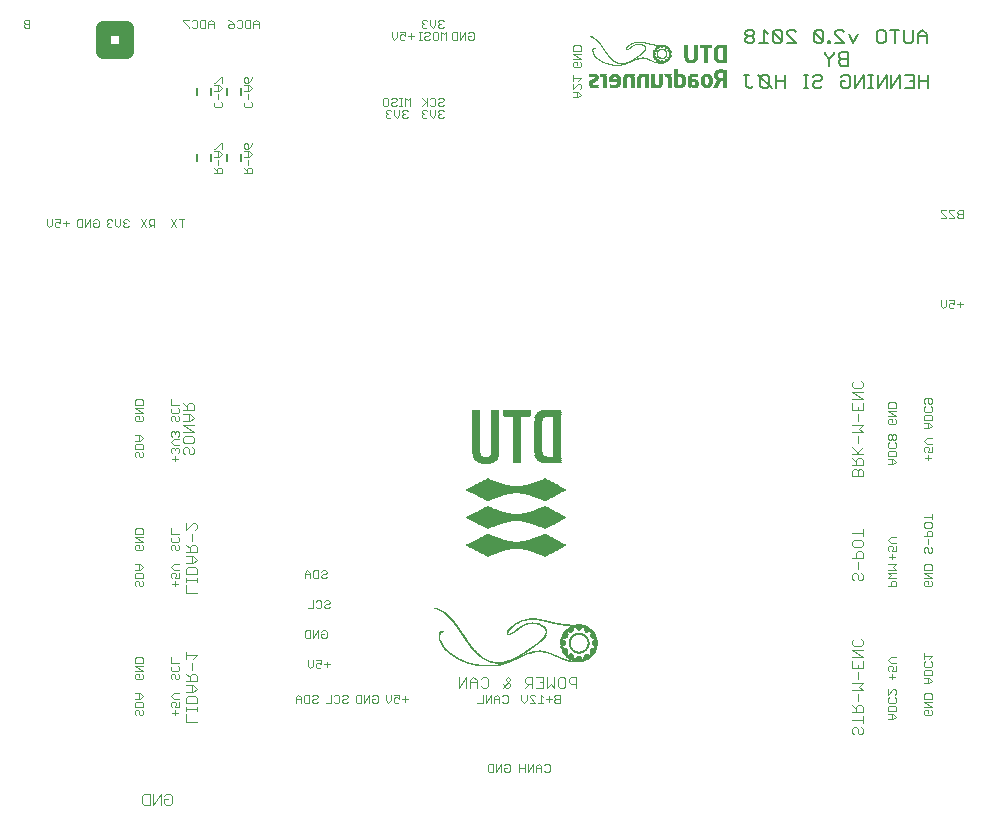
<source format=gbo>
G75*
%MOIN*%
%OFA0B0*%
%FSLAX25Y25*%
%IPPOS*%
%LPD*%
%AMOC8*
5,1,8,0,0,1.08239X$1,22.5*
%
%ADD10C,0.00300*%
%ADD11C,0.00400*%
%ADD12C,0.00500*%
%ADD13C,0.05000*%
%ADD14R,0.00091X0.00091*%
%ADD15R,0.00543X0.00091*%
%ADD16R,0.00906X0.00091*%
%ADD17R,0.01358X0.00091*%
%ADD18R,0.01720X0.00091*%
%ADD19R,0.02173X0.00091*%
%ADD20R,0.02445X0.00091*%
%ADD21R,0.02898X0.00091*%
%ADD22R,0.03350X0.00091*%
%ADD23R,0.03713X0.00091*%
%ADD24R,0.04165X0.00091*%
%ADD25R,0.04618X0.00091*%
%ADD26R,0.05071X0.00091*%
%ADD27R,0.05433X0.00091*%
%ADD28R,0.05886X0.00091*%
%ADD29R,0.06339X0.00091*%
%ADD30R,0.06791X0.00091*%
%ADD31R,0.07154X0.00091*%
%ADD32R,0.07516X0.00091*%
%ADD33R,0.07969X0.00091*%
%ADD34R,0.08421X0.00091*%
%ADD35R,0.08965X0.00091*%
%ADD36R,0.09417X0.00091*%
%ADD37R,0.09870X0.00091*%
%ADD38R,0.10413X0.00091*%
%ADD39R,0.10957X0.00091*%
%ADD40R,0.11591X0.00091*%
%ADD41R,0.12134X0.00091*%
%ADD42R,0.12768X0.00091*%
%ADD43R,0.12858X0.00091*%
%ADD44R,0.13764X0.00091*%
%ADD45R,0.29610X0.00091*%
%ADD46R,0.29972X0.00091*%
%ADD47R,0.30335X0.00091*%
%ADD48R,0.30697X0.00091*%
%ADD49R,0.31059X0.00091*%
%ADD50R,0.31421X0.00091*%
%ADD51R,0.31783X0.00091*%
%ADD52R,0.32055X0.00091*%
%ADD53R,0.32327X0.00091*%
%ADD54R,0.32689X0.00091*%
%ADD55R,0.33051X0.00091*%
%ADD56R,0.33232X0.00091*%
%ADD57R,0.31965X0.00091*%
%ADD58R,0.31602X0.00091*%
%ADD59R,0.31240X0.00091*%
%ADD60R,0.30878X0.00091*%
%ADD61R,0.30516X0.00091*%
%ADD62R,0.30154X0.00091*%
%ADD63R,0.29791X0.00091*%
%ADD64R,0.29429X0.00091*%
%ADD65R,0.13220X0.00091*%
%ADD66R,0.13311X0.00091*%
%ADD67R,0.12496X0.00091*%
%ADD68R,0.11862X0.00091*%
%ADD69R,0.11319X0.00091*%
%ADD70R,0.11228X0.00091*%
%ADD71R,0.10776X0.00091*%
%ADD72R,0.10685X0.00091*%
%ADD73R,0.10232X0.00091*%
%ADD74R,0.09689X0.00091*%
%ADD75R,0.09236X0.00091*%
%ADD76R,0.08693X0.00091*%
%ADD77R,0.08240X0.00091*%
%ADD78R,0.07787X0.00091*%
%ADD79R,0.07335X0.00091*%
%ADD80R,0.06972X0.00091*%
%ADD81R,0.06520X0.00091*%
%ADD82R,0.06157X0.00091*%
%ADD83R,0.06067X0.00091*%
%ADD84R,0.05705X0.00091*%
%ADD85R,0.05252X0.00091*%
%ADD86R,0.04799X0.00091*%
%ADD87R,0.04437X0.00091*%
%ADD88R,0.03984X0.00091*%
%ADD89R,0.03531X0.00091*%
%ADD90R,0.03622X0.00091*%
%ADD91R,0.03260X0.00091*%
%ADD92R,0.02807X0.00091*%
%ADD93R,0.02354X0.00091*%
%ADD94R,0.01992X0.00091*%
%ADD95R,0.01539X0.00091*%
%ADD96R,0.01087X0.00091*%
%ADD97R,0.00724X0.00091*%
%ADD98R,0.00272X0.00091*%
%ADD99R,0.00453X0.00091*%
%ADD100R,0.01268X0.00091*%
%ADD101R,0.02083X0.00091*%
%ADD102R,0.06610X0.00091*%
%ADD103R,0.07063X0.00091*%
%ADD104R,0.08874X0.00091*%
%ADD105R,0.11500X0.00091*%
%ADD106R,0.12043X0.00091*%
%ADD107R,0.13673X0.00091*%
%ADD108R,0.32146X0.00091*%
%ADD109R,0.29520X0.00091*%
%ADD110R,0.12587X0.00091*%
%ADD111R,0.07425X0.00091*%
%ADD112R,0.04890X0.00091*%
%ADD113R,0.01177X0.00091*%
%ADD114R,0.00362X0.00091*%
%ADD115R,0.01630X0.00091*%
%ADD116R,0.04980X0.00091*%
%ADD117R,0.11409X0.00091*%
%ADD118R,0.12677X0.00091*%
%ADD119R,0.13583X0.00091*%
%ADD120R,0.29882X0.00091*%
%ADD121R,0.13402X0.00091*%
%ADD122R,0.11953X0.00091*%
%ADD123R,0.08783X0.00091*%
%ADD124R,0.07878X0.00091*%
%ADD125R,0.04075X0.00091*%
%ADD126R,0.02717X0.00091*%
%ADD127R,0.04256X0.00091*%
%ADD128R,0.06429X0.00091*%
%ADD129R,0.04709X0.00091*%
%ADD130R,0.02988X0.00091*%
%ADD131R,0.07244X0.00091*%
%ADD132R,0.05795X0.00091*%
%ADD133R,0.05976X0.00091*%
%ADD134R,0.06248X0.00091*%
%ADD135R,0.07697X0.00091*%
%ADD136R,0.06701X0.00091*%
%ADD137R,0.06882X0.00091*%
%ADD138R,0.08059X0.00091*%
%ADD139R,0.08150X0.00091*%
%ADD140R,0.08331X0.00091*%
%ADD141R,0.08512X0.00091*%
%ADD142R,0.08602X0.00091*%
%ADD143R,0.03169X0.00091*%
%ADD144R,0.03079X0.00091*%
%ADD145R,0.03441X0.00091*%
%ADD146R,0.09055X0.00091*%
%ADD147R,0.07606X0.00091*%
%ADD148R,0.02626X0.00091*%
%ADD149R,0.05343X0.00091*%
%ADD150R,0.04800X0.00100*%
%ADD151R,0.06400X0.00100*%
%ADD152R,0.02400X0.00100*%
%ADD153R,0.02800X0.00100*%
%ADD154R,0.01900X0.00100*%
%ADD155R,0.02000X0.00100*%
%ADD156R,0.01600X0.00100*%
%ADD157R,0.01700X0.00100*%
%ADD158R,0.01400X0.00100*%
%ADD159R,0.01500X0.00100*%
%ADD160R,0.01200X0.00100*%
%ADD161R,0.01100X0.00100*%
%ADD162R,0.01000X0.00100*%
%ADD163R,0.03200X0.00100*%
%ADD164R,0.00900X0.00100*%
%ADD165R,0.00800X0.00100*%
%ADD166R,0.04200X0.00100*%
%ADD167R,0.01300X0.00100*%
%ADD168R,0.02900X0.00100*%
%ADD169R,0.04300X0.00100*%
%ADD170R,0.05200X0.00100*%
%ADD171R,0.00700X0.00100*%
%ADD172R,0.03900X0.00100*%
%ADD173R,0.01800X0.00100*%
%ADD174R,0.04400X0.00100*%
%ADD175R,0.04900X0.00100*%
%ADD176R,0.05400X0.00100*%
%ADD177R,0.05800X0.00100*%
%ADD178R,0.00600X0.00100*%
%ADD179R,0.06200X0.00100*%
%ADD180R,0.06500X0.00100*%
%ADD181R,0.02300X0.00100*%
%ADD182R,0.02500X0.00100*%
%ADD183R,0.02200X0.00100*%
%ADD184R,0.00500X0.00100*%
%ADD185R,0.02600X0.00100*%
%ADD186R,0.02700X0.00100*%
%ADD187R,0.00200X0.00100*%
%ADD188R,0.00400X0.00100*%
%ADD189R,0.02100X0.00100*%
%ADD190R,0.03800X0.00100*%
%ADD191R,0.00300X0.00100*%
%ADD192R,0.03400X0.00100*%
%ADD193R,0.03000X0.00100*%
%ADD194R,0.06600X0.00100*%
%ADD195R,0.06300X0.00100*%
%ADD196R,0.06000X0.00100*%
%ADD197R,0.05600X0.00100*%
%ADD198R,0.04600X0.00100*%
%ADD199R,0.06900X0.00100*%
%ADD200R,0.03100X0.00100*%
%ADD201R,0.05100X0.00100*%
%ADD202R,0.04000X0.00100*%
%ADD203R,0.00827X0.00059*%
%ADD204R,0.00709X0.00059*%
%ADD205R,0.01063X0.00059*%
%ADD206R,0.01240X0.00059*%
%ADD207R,0.00945X0.00059*%
%ADD208R,0.01122X0.00059*%
%ADD209R,0.01299X0.00059*%
%ADD210R,0.01713X0.00059*%
%ADD211R,0.00886X0.00059*%
%ADD212R,0.01181X0.00059*%
%ADD213R,0.01890X0.00059*%
%ADD214R,0.01772X0.00059*%
%ADD215R,0.01654X0.00059*%
%ADD216R,0.01476X0.00059*%
%ADD217R,0.02244X0.00059*%
%ADD218R,0.01004X0.00059*%
%ADD219R,0.02362X0.00059*%
%ADD220R,0.02598X0.00059*%
%ADD221R,0.02480X0.00059*%
%ADD222R,0.02126X0.00059*%
%ADD223R,0.02835X0.00059*%
%ADD224R,0.01949X0.00059*%
%ADD225R,0.02717X0.00059*%
%ADD226R,0.02303X0.00059*%
%ADD227R,0.03130X0.00059*%
%ADD228R,0.02953X0.00059*%
%ADD229R,0.02067X0.00059*%
%ADD230R,0.02421X0.00059*%
%ADD231R,0.03071X0.00059*%
%ADD232R,0.03307X0.00059*%
%ADD233R,0.02894X0.00059*%
%ADD234R,0.02776X0.00059*%
%ADD235R,0.03189X0.00059*%
%ADD236R,0.03366X0.00059*%
%ADD237R,0.03012X0.00059*%
%ADD238R,0.03248X0.00059*%
%ADD239R,0.03425X0.00059*%
%ADD240R,0.03484X0.00059*%
%ADD241R,0.03543X0.00059*%
%ADD242R,0.01358X0.00059*%
%ADD243R,0.01594X0.00059*%
%ADD244R,0.01535X0.00059*%
%ADD245R,0.00413X0.00059*%
%ADD246R,0.01417X0.00059*%
%ADD247R,0.00177X0.00059*%
%ADD248R,0.03720X0.00059*%
%ADD249R,0.03780X0.00059*%
%ADD250R,0.01831X0.00059*%
%ADD251R,0.00118X0.00059*%
%ADD252R,0.02657X0.00059*%
%ADD253R,0.03602X0.00059*%
%ADD254R,0.03661X0.00059*%
%ADD255R,0.03839X0.00059*%
%ADD256R,0.00768X0.00059*%
%ADD257R,0.02539X0.00059*%
%ADD258R,0.02185X0.00059*%
%ADD259R,0.02008X0.00059*%
%ADD260R,0.00650X0.00059*%
%ADD261R,0.00354X0.00059*%
%ADD262R,0.00472X0.00059*%
%ADD263R,0.00295X0.00059*%
%ADD264R,0.00591X0.00059*%
%ADD265R,0.00531X0.00059*%
%ADD266R,0.00236X0.00059*%
%ADD267R,0.00059X0.00059*%
%ADD268R,0.04075X0.00059*%
%ADD269R,0.04193X0.00059*%
%ADD270R,0.03957X0.00059*%
%ADD271C,0.00600*%
D10*
X0052600Y0069006D02*
X0052150Y0069457D01*
X0052150Y0070358D01*
X0052600Y0070808D01*
X0053051Y0070808D01*
X0053501Y0070358D01*
X0053501Y0069457D01*
X0053952Y0069006D01*
X0054402Y0069006D01*
X0054852Y0069457D01*
X0054852Y0070358D01*
X0054402Y0070808D01*
X0054852Y0071769D02*
X0052150Y0071769D01*
X0052150Y0073120D01*
X0052600Y0073570D01*
X0054402Y0073570D01*
X0054852Y0073120D01*
X0054852Y0071769D01*
X0053952Y0074531D02*
X0054852Y0075432D01*
X0053952Y0076333D01*
X0052150Y0076333D01*
X0053501Y0076333D02*
X0053501Y0074531D01*
X0053952Y0074531D02*
X0052150Y0074531D01*
X0052600Y0081006D02*
X0052150Y0081457D01*
X0052150Y0082358D01*
X0052600Y0082808D01*
X0053501Y0082808D01*
X0053501Y0081907D01*
X0054402Y0081006D02*
X0052600Y0081006D01*
X0054402Y0081006D02*
X0054852Y0081457D01*
X0054852Y0082358D01*
X0054402Y0082808D01*
X0054852Y0083769D02*
X0052150Y0085570D01*
X0054852Y0085570D01*
X0054852Y0086531D02*
X0054852Y0087882D01*
X0054402Y0088333D01*
X0052600Y0088333D01*
X0052150Y0087882D01*
X0052150Y0086531D01*
X0054852Y0086531D01*
X0054852Y0083769D02*
X0052150Y0083769D01*
X0064150Y0084219D02*
X0064150Y0085120D01*
X0064600Y0085570D01*
X0064150Y0086531D02*
X0066852Y0086531D01*
X0066402Y0085570D02*
X0066852Y0085120D01*
X0066852Y0084219D01*
X0066402Y0083769D01*
X0064600Y0083769D01*
X0064150Y0084219D01*
X0064600Y0082808D02*
X0064150Y0082358D01*
X0064150Y0081457D01*
X0064600Y0081006D01*
X0065501Y0081457D02*
X0065501Y0082358D01*
X0065051Y0082808D01*
X0064600Y0082808D01*
X0065501Y0081457D02*
X0065952Y0081006D01*
X0066402Y0081006D01*
X0066852Y0081457D01*
X0066852Y0082358D01*
X0066402Y0082808D01*
X0064150Y0086531D02*
X0064150Y0088333D01*
X0065051Y0076333D02*
X0064150Y0075432D01*
X0065051Y0074531D01*
X0066852Y0074531D01*
X0066852Y0073570D02*
X0066852Y0071769D01*
X0065501Y0071769D01*
X0065952Y0072670D01*
X0065952Y0073120D01*
X0065501Y0073570D01*
X0064600Y0073570D01*
X0064150Y0073120D01*
X0064150Y0072219D01*
X0064600Y0071769D01*
X0065501Y0070808D02*
X0065501Y0069006D01*
X0066402Y0069907D02*
X0064600Y0069907D01*
X0065051Y0076333D02*
X0066852Y0076333D01*
X0065501Y0112006D02*
X0065501Y0113808D01*
X0065501Y0114769D02*
X0065952Y0115670D01*
X0065952Y0116120D01*
X0065501Y0116570D01*
X0064600Y0116570D01*
X0064150Y0116120D01*
X0064150Y0115219D01*
X0064600Y0114769D01*
X0065501Y0114769D02*
X0066852Y0114769D01*
X0066852Y0116570D01*
X0066852Y0117531D02*
X0065051Y0117531D01*
X0064150Y0118432D01*
X0065051Y0119333D01*
X0066852Y0119333D01*
X0066402Y0124006D02*
X0065952Y0124006D01*
X0065501Y0124457D01*
X0065501Y0125358D01*
X0065051Y0125808D01*
X0064600Y0125808D01*
X0064150Y0125358D01*
X0064150Y0124457D01*
X0064600Y0124006D01*
X0066402Y0124006D02*
X0066852Y0124457D01*
X0066852Y0125358D01*
X0066402Y0125808D01*
X0066402Y0126769D02*
X0064600Y0126769D01*
X0064150Y0127219D01*
X0064150Y0128120D01*
X0064600Y0128570D01*
X0064150Y0129531D02*
X0066852Y0129531D01*
X0066402Y0128570D02*
X0066852Y0128120D01*
X0066852Y0127219D01*
X0066402Y0126769D01*
X0064150Y0129531D02*
X0064150Y0131333D01*
X0054852Y0130882D02*
X0054852Y0129531D01*
X0052150Y0129531D01*
X0052150Y0130882D01*
X0052600Y0131333D01*
X0054402Y0131333D01*
X0054852Y0130882D01*
X0054852Y0128570D02*
X0052150Y0128570D01*
X0054852Y0126769D01*
X0052150Y0126769D01*
X0052600Y0125808D02*
X0053501Y0125808D01*
X0053501Y0124907D01*
X0052600Y0124006D02*
X0052150Y0124457D01*
X0052150Y0125358D01*
X0052600Y0125808D01*
X0052600Y0124006D02*
X0054402Y0124006D01*
X0054852Y0124457D01*
X0054852Y0125358D01*
X0054402Y0125808D01*
X0053952Y0119333D02*
X0052150Y0119333D01*
X0053501Y0119333D02*
X0053501Y0117531D01*
X0053952Y0117531D02*
X0054852Y0118432D01*
X0053952Y0119333D01*
X0053952Y0117531D02*
X0052150Y0117531D01*
X0052600Y0116570D02*
X0054402Y0116570D01*
X0054852Y0116120D01*
X0054852Y0114769D01*
X0052150Y0114769D01*
X0052150Y0116120D01*
X0052600Y0116570D01*
X0052600Y0113808D02*
X0052150Y0113358D01*
X0052150Y0112457D01*
X0052600Y0112006D01*
X0053501Y0112457D02*
X0053501Y0113358D01*
X0053051Y0113808D01*
X0052600Y0113808D01*
X0053501Y0112457D02*
X0053952Y0112006D01*
X0054402Y0112006D01*
X0054852Y0112457D01*
X0054852Y0113358D01*
X0054402Y0113808D01*
X0064600Y0112907D02*
X0066402Y0112907D01*
X0105667Y0074952D02*
X0105667Y0073150D01*
X0105667Y0074501D02*
X0107469Y0074501D01*
X0107469Y0074952D02*
X0107469Y0073150D01*
X0108430Y0073600D02*
X0108430Y0075402D01*
X0108880Y0075852D01*
X0110231Y0075852D01*
X0110231Y0073150D01*
X0108880Y0073150D01*
X0108430Y0073600D01*
X0107469Y0074952D02*
X0106568Y0075852D01*
X0105667Y0074952D01*
X0111192Y0075402D02*
X0111642Y0075852D01*
X0112543Y0075852D01*
X0112994Y0075402D01*
X0112994Y0074952D01*
X0112543Y0074501D01*
X0111642Y0074501D01*
X0111192Y0074051D01*
X0111192Y0073600D01*
X0111642Y0073150D01*
X0112543Y0073150D01*
X0112994Y0073600D01*
X0115667Y0073150D02*
X0117469Y0073150D01*
X0117469Y0075852D01*
X0118430Y0075402D02*
X0118880Y0075852D01*
X0119781Y0075852D01*
X0120231Y0075402D01*
X0120231Y0073600D01*
X0119781Y0073150D01*
X0118880Y0073150D01*
X0118430Y0073600D01*
X0121192Y0073600D02*
X0121642Y0073150D01*
X0122543Y0073150D01*
X0122994Y0073600D01*
X0122543Y0074501D02*
X0121642Y0074501D01*
X0121192Y0074051D01*
X0121192Y0073600D01*
X0122543Y0074501D02*
X0122994Y0074952D01*
X0122994Y0075402D01*
X0122543Y0075852D01*
X0121642Y0075852D01*
X0121192Y0075402D01*
X0125667Y0075402D02*
X0125667Y0073600D01*
X0126118Y0073150D01*
X0127469Y0073150D01*
X0127469Y0075852D01*
X0126118Y0075852D01*
X0125667Y0075402D01*
X0128430Y0075852D02*
X0128430Y0073150D01*
X0130231Y0075852D01*
X0130231Y0073150D01*
X0131192Y0073600D02*
X0131192Y0074501D01*
X0132093Y0074501D01*
X0132994Y0073600D02*
X0132543Y0073150D01*
X0131642Y0073150D01*
X0131192Y0073600D01*
X0132994Y0073600D02*
X0132994Y0075402D01*
X0132543Y0075852D01*
X0131642Y0075852D01*
X0131192Y0075402D01*
X0135667Y0075852D02*
X0135667Y0074051D01*
X0136568Y0073150D01*
X0137469Y0074051D01*
X0137469Y0075852D01*
X0138430Y0075852D02*
X0140231Y0075852D01*
X0140231Y0074501D01*
X0139330Y0074952D01*
X0138880Y0074952D01*
X0138430Y0074501D01*
X0138430Y0073600D01*
X0138880Y0073150D01*
X0139781Y0073150D01*
X0140231Y0073600D01*
X0141192Y0074501D02*
X0142994Y0074501D01*
X0142093Y0075402D02*
X0142093Y0073600D01*
X0166286Y0073150D02*
X0168088Y0073150D01*
X0168088Y0075852D01*
X0169048Y0075852D02*
X0169048Y0073150D01*
X0170850Y0075852D01*
X0170850Y0073150D01*
X0171811Y0073150D02*
X0171811Y0074952D01*
X0172712Y0075852D01*
X0173612Y0074952D01*
X0173612Y0073150D01*
X0174573Y0073600D02*
X0175024Y0073150D01*
X0175924Y0073150D01*
X0176375Y0073600D01*
X0176375Y0075402D01*
X0175924Y0075852D01*
X0175024Y0075852D01*
X0174573Y0075402D01*
X0173612Y0074501D02*
X0171811Y0074501D01*
X0180905Y0074051D02*
X0180905Y0075852D01*
X0180905Y0074051D02*
X0181806Y0073150D01*
X0182706Y0074051D01*
X0182706Y0075852D01*
X0183667Y0075402D02*
X0184118Y0075852D01*
X0185018Y0075852D01*
X0185469Y0075402D01*
X0183667Y0075402D02*
X0183667Y0074952D01*
X0185469Y0073150D01*
X0183667Y0073150D01*
X0186430Y0073150D02*
X0188231Y0073150D01*
X0187330Y0073150D02*
X0187330Y0075852D01*
X0188231Y0074952D01*
X0189192Y0074501D02*
X0190994Y0074501D01*
X0191954Y0074051D02*
X0191954Y0073600D01*
X0192405Y0073150D01*
X0193756Y0073150D01*
X0193756Y0075852D01*
X0192405Y0075852D01*
X0191954Y0075402D01*
X0191954Y0074952D01*
X0192405Y0074501D01*
X0193756Y0074501D01*
X0192405Y0074501D02*
X0191954Y0074051D01*
X0190093Y0073600D02*
X0190093Y0075402D01*
X0189924Y0052852D02*
X0190375Y0052402D01*
X0190375Y0050600D01*
X0189924Y0050150D01*
X0189024Y0050150D01*
X0188573Y0050600D01*
X0187612Y0050150D02*
X0187612Y0051952D01*
X0186712Y0052852D01*
X0185811Y0051952D01*
X0185811Y0050150D01*
X0184850Y0050150D02*
X0184850Y0052852D01*
X0183048Y0050150D01*
X0183048Y0052852D01*
X0182088Y0052852D02*
X0182088Y0050150D01*
X0182088Y0051501D02*
X0180286Y0051501D01*
X0180286Y0052852D02*
X0180286Y0050150D01*
X0176994Y0050600D02*
X0176543Y0050150D01*
X0175642Y0050150D01*
X0175192Y0050600D01*
X0175192Y0051501D01*
X0176093Y0051501D01*
X0176994Y0052402D02*
X0176994Y0050600D01*
X0176994Y0052402D02*
X0176543Y0052852D01*
X0175642Y0052852D01*
X0175192Y0052402D01*
X0174231Y0052852D02*
X0172430Y0050150D01*
X0172430Y0052852D01*
X0171469Y0052852D02*
X0170118Y0052852D01*
X0169667Y0052402D01*
X0169667Y0050600D01*
X0170118Y0050150D01*
X0171469Y0050150D01*
X0171469Y0052852D01*
X0174231Y0052852D02*
X0174231Y0050150D01*
X0185811Y0051501D02*
X0187612Y0051501D01*
X0188573Y0052402D02*
X0189024Y0052852D01*
X0189924Y0052852D01*
X0116994Y0086001D02*
X0115192Y0086001D01*
X0114231Y0086001D02*
X0113330Y0086452D01*
X0112880Y0086452D01*
X0112430Y0086001D01*
X0112430Y0085100D01*
X0112880Y0084650D01*
X0113781Y0084650D01*
X0114231Y0085100D01*
X0114231Y0086001D02*
X0114231Y0087352D01*
X0112430Y0087352D01*
X0111469Y0087352D02*
X0111469Y0085551D01*
X0110568Y0084650D01*
X0109667Y0085551D01*
X0109667Y0087352D01*
X0116093Y0086902D02*
X0116093Y0085100D01*
X0115543Y0094650D02*
X0114642Y0094650D01*
X0114192Y0095100D01*
X0114192Y0096001D01*
X0115093Y0096001D01*
X0115994Y0095100D02*
X0115543Y0094650D01*
X0115994Y0095100D02*
X0115994Y0096902D01*
X0115543Y0097352D01*
X0114642Y0097352D01*
X0114192Y0096902D01*
X0113231Y0097352D02*
X0111430Y0094650D01*
X0111430Y0097352D01*
X0110469Y0097352D02*
X0109118Y0097352D01*
X0108667Y0096902D01*
X0108667Y0095100D01*
X0109118Y0094650D01*
X0110469Y0094650D01*
X0110469Y0097352D01*
X0113231Y0097352D02*
X0113231Y0094650D01*
X0112880Y0104650D02*
X0112430Y0105100D01*
X0112880Y0104650D02*
X0113781Y0104650D01*
X0114231Y0105100D01*
X0114231Y0106902D01*
X0113781Y0107352D01*
X0112880Y0107352D01*
X0112430Y0106902D01*
X0111469Y0107352D02*
X0111469Y0104650D01*
X0109667Y0104650D01*
X0115192Y0105100D02*
X0115642Y0104650D01*
X0116543Y0104650D01*
X0116994Y0105100D01*
X0116543Y0106001D02*
X0115642Y0106001D01*
X0115192Y0105551D01*
X0115192Y0105100D01*
X0116543Y0106001D02*
X0116994Y0106452D01*
X0116994Y0106902D01*
X0116543Y0107352D01*
X0115642Y0107352D01*
X0115192Y0106902D01*
X0115543Y0114650D02*
X0115994Y0115100D01*
X0115543Y0114650D02*
X0114642Y0114650D01*
X0114192Y0115100D01*
X0114192Y0115551D01*
X0114642Y0116001D01*
X0115543Y0116001D01*
X0115994Y0116452D01*
X0115994Y0116902D01*
X0115543Y0117352D01*
X0114642Y0117352D01*
X0114192Y0116902D01*
X0113231Y0117352D02*
X0111880Y0117352D01*
X0111430Y0116902D01*
X0111430Y0115100D01*
X0111880Y0114650D01*
X0113231Y0114650D01*
X0113231Y0117352D01*
X0110469Y0116452D02*
X0109568Y0117352D01*
X0108667Y0116452D01*
X0108667Y0114650D01*
X0108667Y0116001D02*
X0110469Y0116001D01*
X0110469Y0116452D02*
X0110469Y0114650D01*
X0066402Y0154526D02*
X0064600Y0154526D01*
X0065501Y0153625D02*
X0065501Y0155427D01*
X0064600Y0156388D02*
X0064150Y0156838D01*
X0064150Y0157739D01*
X0064600Y0158189D01*
X0065051Y0158189D01*
X0065501Y0157739D01*
X0065501Y0157288D01*
X0065501Y0157739D02*
X0065952Y0158189D01*
X0066402Y0158189D01*
X0066852Y0157739D01*
X0066852Y0156838D01*
X0066402Y0156388D01*
X0066852Y0159150D02*
X0065051Y0159150D01*
X0064150Y0160051D01*
X0065051Y0160952D01*
X0066852Y0160952D01*
X0066402Y0161912D02*
X0066852Y0162363D01*
X0066852Y0163263D01*
X0066402Y0163714D01*
X0065952Y0163714D01*
X0065501Y0163263D01*
X0065051Y0163714D01*
X0064600Y0163714D01*
X0064150Y0163263D01*
X0064150Y0162363D01*
X0064600Y0161912D01*
X0065501Y0162813D02*
X0065501Y0163263D01*
X0065952Y0167006D02*
X0065501Y0167457D01*
X0065501Y0168358D01*
X0065051Y0168808D01*
X0064600Y0168808D01*
X0064150Y0168358D01*
X0064150Y0167457D01*
X0064600Y0167006D01*
X0065952Y0167006D02*
X0066402Y0167006D01*
X0066852Y0167457D01*
X0066852Y0168358D01*
X0066402Y0168808D01*
X0066402Y0169769D02*
X0064600Y0169769D01*
X0064150Y0170219D01*
X0064150Y0171120D01*
X0064600Y0171570D01*
X0064150Y0172531D02*
X0066852Y0172531D01*
X0066402Y0171570D02*
X0066852Y0171120D01*
X0066852Y0170219D01*
X0066402Y0169769D01*
X0064150Y0172531D02*
X0064150Y0174333D01*
X0054852Y0173882D02*
X0054852Y0172531D01*
X0052150Y0172531D01*
X0052150Y0173882D01*
X0052600Y0174333D01*
X0054402Y0174333D01*
X0054852Y0173882D01*
X0054852Y0171570D02*
X0052150Y0171570D01*
X0054852Y0169769D01*
X0052150Y0169769D01*
X0052600Y0168808D02*
X0053501Y0168808D01*
X0053501Y0167907D01*
X0052600Y0167006D02*
X0052150Y0167457D01*
X0052150Y0168358D01*
X0052600Y0168808D01*
X0052600Y0167006D02*
X0054402Y0167006D01*
X0054852Y0167457D01*
X0054852Y0168358D01*
X0054402Y0168808D01*
X0053952Y0162333D02*
X0052150Y0162333D01*
X0053501Y0162333D02*
X0053501Y0160531D01*
X0053952Y0160531D02*
X0054852Y0161432D01*
X0053952Y0162333D01*
X0053952Y0160531D02*
X0052150Y0160531D01*
X0052600Y0159570D02*
X0054402Y0159570D01*
X0054852Y0159120D01*
X0054852Y0157769D01*
X0052150Y0157769D01*
X0052150Y0159120D01*
X0052600Y0159570D01*
X0052600Y0156808D02*
X0052150Y0156358D01*
X0052150Y0155457D01*
X0052600Y0155006D01*
X0053501Y0155457D02*
X0053501Y0156358D01*
X0053051Y0156808D01*
X0052600Y0156808D01*
X0053501Y0155457D02*
X0053952Y0155006D01*
X0054402Y0155006D01*
X0054852Y0155457D01*
X0054852Y0156358D01*
X0054402Y0156808D01*
X0054048Y0231650D02*
X0055850Y0234352D01*
X0056811Y0233902D02*
X0056811Y0233001D01*
X0057261Y0232551D01*
X0058612Y0232551D01*
X0057712Y0232551D02*
X0056811Y0231650D01*
X0055850Y0231650D02*
X0054048Y0234352D01*
X0056811Y0233902D02*
X0057261Y0234352D01*
X0058612Y0234352D01*
X0058612Y0231650D01*
X0064048Y0231650D02*
X0065850Y0234352D01*
X0066811Y0234352D02*
X0068612Y0234352D01*
X0067712Y0234352D02*
X0067712Y0231650D01*
X0065850Y0231650D02*
X0064048Y0234352D01*
X0049994Y0233902D02*
X0049543Y0234352D01*
X0048642Y0234352D01*
X0048192Y0233902D01*
X0048192Y0233452D01*
X0048642Y0233001D01*
X0048192Y0232551D01*
X0048192Y0232100D01*
X0048642Y0231650D01*
X0049543Y0231650D01*
X0049994Y0232100D01*
X0049093Y0233001D02*
X0048642Y0233001D01*
X0047231Y0232551D02*
X0046330Y0231650D01*
X0045430Y0232551D01*
X0045430Y0234352D01*
X0044469Y0233902D02*
X0044018Y0234352D01*
X0043118Y0234352D01*
X0042667Y0233902D01*
X0042667Y0233452D01*
X0043118Y0233001D01*
X0042667Y0232551D01*
X0042667Y0232100D01*
X0043118Y0231650D01*
X0044018Y0231650D01*
X0044469Y0232100D01*
X0043568Y0233001D02*
X0043118Y0233001D01*
X0039994Y0232100D02*
X0039543Y0231650D01*
X0038642Y0231650D01*
X0038192Y0232100D01*
X0038192Y0233001D01*
X0039093Y0233001D01*
X0039994Y0233902D02*
X0039994Y0232100D01*
X0039994Y0233902D02*
X0039543Y0234352D01*
X0038642Y0234352D01*
X0038192Y0233902D01*
X0037231Y0234352D02*
X0035430Y0231650D01*
X0035430Y0234352D01*
X0034469Y0234352D02*
X0033118Y0234352D01*
X0032667Y0233902D01*
X0032667Y0232100D01*
X0033118Y0231650D01*
X0034469Y0231650D01*
X0034469Y0234352D01*
X0037231Y0234352D02*
X0037231Y0231650D01*
X0029994Y0233001D02*
X0028192Y0233001D01*
X0027231Y0233001D02*
X0026330Y0233452D01*
X0025880Y0233452D01*
X0025430Y0233001D01*
X0025430Y0232100D01*
X0025880Y0231650D01*
X0026781Y0231650D01*
X0027231Y0232100D01*
X0027231Y0233001D02*
X0027231Y0234352D01*
X0025430Y0234352D01*
X0024469Y0234352D02*
X0024469Y0232551D01*
X0023568Y0231650D01*
X0022667Y0232551D01*
X0022667Y0234352D01*
X0029093Y0233902D02*
X0029093Y0232100D01*
X0047231Y0232551D02*
X0047231Y0234352D01*
X0078400Y0249625D02*
X0081102Y0249625D01*
X0081102Y0250976D01*
X0080652Y0251427D01*
X0079751Y0251427D01*
X0079301Y0250976D01*
X0079301Y0249625D01*
X0079301Y0250526D02*
X0078400Y0251427D01*
X0079751Y0252388D02*
X0079751Y0254189D01*
X0079751Y0255150D02*
X0079751Y0256952D01*
X0080202Y0256952D02*
X0078400Y0256952D01*
X0078400Y0257912D02*
X0078850Y0257912D01*
X0080652Y0259714D01*
X0081102Y0259714D01*
X0081102Y0257912D01*
X0080202Y0256952D02*
X0081102Y0256051D01*
X0080202Y0255150D01*
X0078400Y0255150D01*
X0088400Y0255150D02*
X0090202Y0255150D01*
X0091102Y0256051D01*
X0090202Y0256952D01*
X0088400Y0256952D01*
X0088850Y0257912D02*
X0088400Y0258363D01*
X0088400Y0259263D01*
X0088850Y0259714D01*
X0089301Y0259714D01*
X0089751Y0259263D01*
X0089751Y0257912D01*
X0088850Y0257912D01*
X0089751Y0257912D02*
X0090652Y0258813D01*
X0091102Y0259714D01*
X0089751Y0256952D02*
X0089751Y0255150D01*
X0089751Y0254189D02*
X0089751Y0252388D01*
X0089751Y0251427D02*
X0089301Y0250976D01*
X0089301Y0249625D01*
X0088400Y0249625D02*
X0091102Y0249625D01*
X0091102Y0250976D01*
X0090652Y0251427D01*
X0089751Y0251427D01*
X0089301Y0250526D02*
X0088400Y0251427D01*
X0088850Y0271625D02*
X0088400Y0272076D01*
X0088400Y0272976D01*
X0088850Y0273427D01*
X0089751Y0274388D02*
X0089751Y0276189D01*
X0089751Y0277150D02*
X0089751Y0278952D01*
X0090202Y0278952D02*
X0088400Y0278952D01*
X0088850Y0279912D02*
X0088400Y0280363D01*
X0088400Y0281263D01*
X0088850Y0281714D01*
X0089301Y0281714D01*
X0089751Y0281263D01*
X0089751Y0279912D01*
X0088850Y0279912D01*
X0089751Y0279912D02*
X0090652Y0280813D01*
X0091102Y0281714D01*
X0090202Y0278952D02*
X0091102Y0278051D01*
X0090202Y0277150D01*
X0088400Y0277150D01*
X0090652Y0273427D02*
X0091102Y0272976D01*
X0091102Y0272076D01*
X0090652Y0271625D01*
X0088850Y0271625D01*
X0081102Y0272076D02*
X0080652Y0271625D01*
X0078850Y0271625D01*
X0078400Y0272076D01*
X0078400Y0272976D01*
X0078850Y0273427D01*
X0079751Y0274388D02*
X0079751Y0276189D01*
X0079751Y0277150D02*
X0079751Y0278952D01*
X0080202Y0278952D02*
X0078400Y0278952D01*
X0078400Y0279912D02*
X0078850Y0279912D01*
X0080652Y0281714D01*
X0081102Y0281714D01*
X0081102Y0279912D01*
X0080202Y0278952D02*
X0081102Y0278051D01*
X0080202Y0277150D01*
X0078400Y0277150D01*
X0080652Y0273427D02*
X0081102Y0272976D01*
X0081102Y0272076D01*
X0083737Y0298150D02*
X0083286Y0298600D01*
X0083286Y0299051D01*
X0083737Y0299501D01*
X0085088Y0299501D01*
X0085088Y0298600D01*
X0084637Y0298150D01*
X0083737Y0298150D01*
X0085088Y0299501D02*
X0084187Y0300402D01*
X0083286Y0300852D01*
X0086048Y0300402D02*
X0086499Y0300852D01*
X0087400Y0300852D01*
X0087850Y0300402D01*
X0087850Y0298600D01*
X0087400Y0298150D01*
X0086499Y0298150D01*
X0086048Y0298600D01*
X0088811Y0298600D02*
X0088811Y0300402D01*
X0089261Y0300852D01*
X0090612Y0300852D01*
X0090612Y0298150D01*
X0089261Y0298150D01*
X0088811Y0298600D01*
X0091573Y0298150D02*
X0091573Y0299952D01*
X0092474Y0300852D01*
X0093375Y0299952D01*
X0093375Y0298150D01*
X0093375Y0299501D02*
X0091573Y0299501D01*
X0078375Y0299501D02*
X0076573Y0299501D01*
X0076573Y0299952D02*
X0076573Y0298150D01*
X0075612Y0298150D02*
X0075612Y0300852D01*
X0074261Y0300852D01*
X0073811Y0300402D01*
X0073811Y0298600D01*
X0074261Y0298150D01*
X0075612Y0298150D01*
X0076573Y0299952D02*
X0077474Y0300852D01*
X0078375Y0299952D01*
X0078375Y0298150D01*
X0072850Y0298600D02*
X0072850Y0300402D01*
X0072400Y0300852D01*
X0071499Y0300852D01*
X0071048Y0300402D01*
X0070088Y0300852D02*
X0068286Y0300852D01*
X0068286Y0300402D01*
X0070088Y0298600D01*
X0070088Y0298150D01*
X0071048Y0298600D02*
X0071499Y0298150D01*
X0072400Y0298150D01*
X0072850Y0298600D01*
X0016905Y0298166D02*
X0015554Y0298166D01*
X0015104Y0298616D01*
X0015104Y0299067D01*
X0015554Y0299517D01*
X0016905Y0299517D01*
X0015554Y0299517D02*
X0015104Y0299967D01*
X0015104Y0300418D01*
X0015554Y0300868D01*
X0016905Y0300868D01*
X0016905Y0298166D01*
X0134747Y0274402D02*
X0134747Y0272600D01*
X0135197Y0272150D01*
X0136098Y0272150D01*
X0136548Y0272600D01*
X0136548Y0274402D01*
X0136098Y0274852D01*
X0135197Y0274852D01*
X0134747Y0274402D01*
X0137509Y0274402D02*
X0137959Y0274852D01*
X0138860Y0274852D01*
X0139310Y0274402D01*
X0139310Y0273952D01*
X0138860Y0273501D01*
X0137959Y0273501D01*
X0137509Y0273051D01*
X0137509Y0272600D01*
X0137959Y0272150D01*
X0138860Y0272150D01*
X0139310Y0272600D01*
X0140251Y0272150D02*
X0141152Y0272150D01*
X0140702Y0272150D02*
X0140702Y0274852D01*
X0141152Y0274852D02*
X0140251Y0274852D01*
X0142113Y0274852D02*
X0142113Y0272150D01*
X0142543Y0270852D02*
X0141642Y0270852D01*
X0141192Y0270402D01*
X0141192Y0269952D01*
X0141642Y0269501D01*
X0141192Y0269051D01*
X0141192Y0268600D01*
X0141642Y0268150D01*
X0142543Y0268150D01*
X0142994Y0268600D01*
X0142093Y0269501D02*
X0141642Y0269501D01*
X0140231Y0269051D02*
X0140231Y0270852D01*
X0140231Y0269051D02*
X0139330Y0268150D01*
X0138430Y0269051D01*
X0138430Y0270852D01*
X0137469Y0270402D02*
X0137018Y0270852D01*
X0136118Y0270852D01*
X0135667Y0270402D01*
X0135667Y0269952D01*
X0136118Y0269501D01*
X0135667Y0269051D01*
X0135667Y0268600D01*
X0136118Y0268150D01*
X0137018Y0268150D01*
X0137469Y0268600D01*
X0136568Y0269501D02*
X0136118Y0269501D01*
X0142543Y0270852D02*
X0142994Y0270402D01*
X0143914Y0272150D02*
X0143914Y0274852D01*
X0143014Y0273952D01*
X0142113Y0274852D01*
X0147667Y0274852D02*
X0149469Y0273051D01*
X0149018Y0273501D02*
X0147667Y0272150D01*
X0148118Y0270852D02*
X0147667Y0270402D01*
X0147667Y0269952D01*
X0148118Y0269501D01*
X0147667Y0269051D01*
X0147667Y0268600D01*
X0148118Y0268150D01*
X0149018Y0268150D01*
X0149469Y0268600D01*
X0150430Y0269051D02*
X0150430Y0270852D01*
X0149469Y0270402D02*
X0149018Y0270852D01*
X0148118Y0270852D01*
X0148118Y0269501D02*
X0148568Y0269501D01*
X0150430Y0269051D02*
X0151330Y0268150D01*
X0152231Y0269051D01*
X0152231Y0270852D01*
X0153192Y0270402D02*
X0153192Y0269952D01*
X0153642Y0269501D01*
X0153192Y0269051D01*
X0153192Y0268600D01*
X0153642Y0268150D01*
X0154543Y0268150D01*
X0154994Y0268600D01*
X0154093Y0269501D02*
X0153642Y0269501D01*
X0153192Y0270402D02*
X0153642Y0270852D01*
X0154543Y0270852D01*
X0154994Y0270402D01*
X0154543Y0272150D02*
X0154994Y0272600D01*
X0154543Y0272150D02*
X0153642Y0272150D01*
X0153192Y0272600D01*
X0153192Y0273051D01*
X0153642Y0273501D01*
X0154543Y0273501D01*
X0154994Y0273952D01*
X0154994Y0274402D01*
X0154543Y0274852D01*
X0153642Y0274852D01*
X0153192Y0274402D01*
X0152231Y0274402D02*
X0152231Y0272600D01*
X0151781Y0272150D01*
X0150880Y0272150D01*
X0150430Y0272600D01*
X0149469Y0272150D02*
X0149469Y0274852D01*
X0150430Y0274402D02*
X0150880Y0274852D01*
X0151781Y0274852D01*
X0152231Y0274402D01*
X0151801Y0294150D02*
X0151350Y0294600D01*
X0151350Y0296402D01*
X0151801Y0296852D01*
X0152702Y0296852D01*
X0153152Y0296402D01*
X0153152Y0294600D01*
X0152702Y0294150D01*
X0151801Y0294150D01*
X0150390Y0294600D02*
X0149939Y0294150D01*
X0149038Y0294150D01*
X0148588Y0294600D01*
X0148588Y0295051D01*
X0149038Y0295501D01*
X0149939Y0295501D01*
X0150390Y0295952D01*
X0150390Y0296402D01*
X0149939Y0296852D01*
X0149038Y0296852D01*
X0148588Y0296402D01*
X0147627Y0296852D02*
X0146727Y0296852D01*
X0147177Y0296852D02*
X0147177Y0294150D01*
X0147627Y0294150D02*
X0146727Y0294150D01*
X0144994Y0295501D02*
X0143192Y0295501D01*
X0142231Y0295501D02*
X0141330Y0295952D01*
X0140880Y0295952D01*
X0140430Y0295501D01*
X0140430Y0294600D01*
X0140880Y0294150D01*
X0141781Y0294150D01*
X0142231Y0294600D01*
X0142231Y0295501D02*
X0142231Y0296852D01*
X0140430Y0296852D01*
X0139469Y0296852D02*
X0139469Y0295051D01*
X0138568Y0294150D01*
X0137667Y0295051D01*
X0137667Y0296852D01*
X0144093Y0296402D02*
X0144093Y0294600D01*
X0147667Y0298600D02*
X0148118Y0298150D01*
X0149018Y0298150D01*
X0149469Y0298600D01*
X0150430Y0299051D02*
X0151330Y0298150D01*
X0152231Y0299051D01*
X0152231Y0300852D01*
X0153192Y0300402D02*
X0153192Y0299952D01*
X0153642Y0299501D01*
X0153192Y0299051D01*
X0153192Y0298600D01*
X0153642Y0298150D01*
X0154543Y0298150D01*
X0154994Y0298600D01*
X0154093Y0299501D02*
X0153642Y0299501D01*
X0153192Y0300402D02*
X0153642Y0300852D01*
X0154543Y0300852D01*
X0154994Y0300402D01*
X0154113Y0296852D02*
X0154113Y0294150D01*
X0155914Y0294150D02*
X0155914Y0296852D01*
X0155014Y0295952D01*
X0154113Y0296852D01*
X0157667Y0296402D02*
X0157667Y0294600D01*
X0158118Y0294150D01*
X0159469Y0294150D01*
X0159469Y0296852D01*
X0158118Y0296852D01*
X0157667Y0296402D01*
X0160430Y0296852D02*
X0160430Y0294150D01*
X0162231Y0296852D01*
X0162231Y0294150D01*
X0163192Y0294600D02*
X0163192Y0295501D01*
X0164093Y0295501D01*
X0164994Y0296402D02*
X0164994Y0294600D01*
X0164543Y0294150D01*
X0163642Y0294150D01*
X0163192Y0294600D01*
X0163192Y0296402D02*
X0163642Y0296852D01*
X0164543Y0296852D01*
X0164994Y0296402D01*
X0150430Y0299051D02*
X0150430Y0300852D01*
X0149469Y0300402D02*
X0149018Y0300852D01*
X0148118Y0300852D01*
X0147667Y0300402D01*
X0147667Y0299952D01*
X0148118Y0299501D01*
X0147667Y0299051D01*
X0147667Y0298600D01*
X0148118Y0299501D02*
X0148568Y0299501D01*
X0198150Y0291882D02*
X0198150Y0290531D01*
X0200852Y0290531D01*
X0200852Y0291882D01*
X0200402Y0292333D01*
X0198600Y0292333D01*
X0198150Y0291882D01*
X0198150Y0289570D02*
X0200852Y0289570D01*
X0200852Y0287769D02*
X0198150Y0289570D01*
X0198150Y0287769D02*
X0200852Y0287769D01*
X0200402Y0286808D02*
X0200852Y0286358D01*
X0200852Y0285457D01*
X0200402Y0285006D01*
X0198600Y0285006D01*
X0198150Y0285457D01*
X0198150Y0286358D01*
X0198600Y0286808D01*
X0199501Y0286808D01*
X0199501Y0285907D01*
X0198150Y0282333D02*
X0198150Y0280531D01*
X0198150Y0281432D02*
X0200852Y0281432D01*
X0199952Y0280531D01*
X0199952Y0279570D02*
X0200402Y0279570D01*
X0200852Y0279120D01*
X0200852Y0278219D01*
X0200402Y0277769D01*
X0199952Y0276808D02*
X0198150Y0276808D01*
X0198150Y0277769D02*
X0199952Y0279570D01*
X0198150Y0279570D02*
X0198150Y0277769D01*
X0199501Y0276808D02*
X0199501Y0275006D01*
X0199952Y0275006D02*
X0200852Y0275907D01*
X0199952Y0276808D01*
X0199952Y0275006D02*
X0198150Y0275006D01*
X0303150Y0172882D02*
X0303600Y0173333D01*
X0305402Y0173333D01*
X0305852Y0172882D01*
X0305852Y0171531D01*
X0303150Y0171531D01*
X0303150Y0172882D01*
X0303150Y0170570D02*
X0305852Y0170570D01*
X0305852Y0168769D02*
X0303150Y0170570D01*
X0303150Y0168769D02*
X0305852Y0168769D01*
X0305402Y0167808D02*
X0305852Y0167358D01*
X0305852Y0166457D01*
X0305402Y0166006D01*
X0303600Y0166006D01*
X0303150Y0166457D01*
X0303150Y0167358D01*
X0303600Y0167808D01*
X0304501Y0167808D01*
X0304501Y0166907D01*
X0304051Y0162714D02*
X0303600Y0162714D01*
X0303150Y0162263D01*
X0303150Y0161363D01*
X0303600Y0160912D01*
X0304051Y0160912D01*
X0304501Y0161363D01*
X0304501Y0162263D01*
X0304051Y0162714D01*
X0304501Y0162263D02*
X0304952Y0162714D01*
X0305402Y0162714D01*
X0305852Y0162263D01*
X0305852Y0161363D01*
X0305402Y0160912D01*
X0304952Y0160912D01*
X0304501Y0161363D01*
X0303600Y0159952D02*
X0303150Y0159501D01*
X0303150Y0158600D01*
X0303600Y0158150D01*
X0305402Y0158150D01*
X0305852Y0158600D01*
X0305852Y0159501D01*
X0305402Y0159952D01*
X0305402Y0157189D02*
X0305852Y0156739D01*
X0305852Y0155388D01*
X0303150Y0155388D01*
X0303150Y0156739D01*
X0303600Y0157189D01*
X0305402Y0157189D01*
X0304952Y0154427D02*
X0303150Y0154427D01*
X0304501Y0154427D02*
X0304501Y0152625D01*
X0304952Y0152625D02*
X0305852Y0153526D01*
X0304952Y0154427D01*
X0304952Y0152625D02*
X0303150Y0152625D01*
X0315150Y0157219D02*
X0315600Y0156769D01*
X0315150Y0157219D02*
X0315150Y0158120D01*
X0315600Y0158570D01*
X0316501Y0158570D01*
X0316952Y0158120D01*
X0316952Y0157670D01*
X0316501Y0156769D01*
X0317852Y0156769D01*
X0317852Y0158570D01*
X0317852Y0159531D02*
X0316051Y0159531D01*
X0315150Y0160432D01*
X0316051Y0161333D01*
X0317852Y0161333D01*
X0316952Y0164625D02*
X0315150Y0164625D01*
X0316501Y0164625D02*
X0316501Y0166427D01*
X0316952Y0166427D02*
X0315150Y0166427D01*
X0315150Y0167388D02*
X0315150Y0168739D01*
X0315600Y0169189D01*
X0317402Y0169189D01*
X0317852Y0168739D01*
X0317852Y0167388D01*
X0315150Y0167388D01*
X0316952Y0166427D02*
X0317852Y0165526D01*
X0316952Y0164625D01*
X0317402Y0170150D02*
X0315600Y0170150D01*
X0315150Y0170600D01*
X0315150Y0171501D01*
X0315600Y0171952D01*
X0315600Y0172912D02*
X0315150Y0173363D01*
X0315150Y0174263D01*
X0315600Y0174714D01*
X0317402Y0174714D01*
X0317852Y0174263D01*
X0317852Y0173363D01*
X0317402Y0172912D01*
X0316952Y0172912D01*
X0316501Y0173363D01*
X0316501Y0174714D01*
X0317402Y0171952D02*
X0317852Y0171501D01*
X0317852Y0170600D01*
X0317402Y0170150D01*
X0316501Y0155808D02*
X0316501Y0154006D01*
X0317402Y0154907D02*
X0315600Y0154907D01*
X0317852Y0136095D02*
X0317852Y0134294D01*
X0317852Y0135194D02*
X0315150Y0135194D01*
X0315600Y0133333D02*
X0315150Y0132882D01*
X0315150Y0131982D01*
X0315600Y0131531D01*
X0317402Y0131531D01*
X0317852Y0131982D01*
X0317852Y0132882D01*
X0317402Y0133333D01*
X0315600Y0133333D01*
X0316501Y0130570D02*
X0316051Y0130120D01*
X0316051Y0128769D01*
X0315150Y0128769D02*
X0317852Y0128769D01*
X0317852Y0130120D01*
X0317402Y0130570D01*
X0316501Y0130570D01*
X0316501Y0127808D02*
X0316501Y0126006D01*
X0316051Y0125046D02*
X0315600Y0125046D01*
X0315150Y0124595D01*
X0315150Y0123694D01*
X0315600Y0123244D01*
X0316501Y0123694D02*
X0316501Y0124595D01*
X0316051Y0125046D01*
X0317402Y0125046D02*
X0317852Y0124595D01*
X0317852Y0123694D01*
X0317402Y0123244D01*
X0316952Y0123244D01*
X0316501Y0123694D01*
X0315600Y0119333D02*
X0315150Y0118882D01*
X0315150Y0117531D01*
X0317852Y0117531D01*
X0317852Y0118882D01*
X0317402Y0119333D01*
X0315600Y0119333D01*
X0315150Y0116570D02*
X0317852Y0116570D01*
X0317852Y0114769D02*
X0315150Y0116570D01*
X0315150Y0114769D02*
X0317852Y0114769D01*
X0317402Y0113808D02*
X0317852Y0113358D01*
X0317852Y0112457D01*
X0317402Y0112006D01*
X0315600Y0112006D01*
X0315150Y0112457D01*
X0315150Y0113358D01*
X0315600Y0113808D01*
X0316501Y0113808D01*
X0316501Y0112907D01*
X0305852Y0113358D02*
X0305402Y0113808D01*
X0304501Y0113808D01*
X0304051Y0113358D01*
X0304051Y0112006D01*
X0303150Y0112006D02*
X0305852Y0112006D01*
X0305852Y0113358D01*
X0305852Y0114769D02*
X0303150Y0114769D01*
X0304051Y0115670D01*
X0303150Y0116570D01*
X0305852Y0116570D01*
X0305852Y0117531D02*
X0303150Y0117531D01*
X0303150Y0119333D02*
X0305852Y0119333D01*
X0304952Y0118432D01*
X0305852Y0117531D01*
X0304501Y0121006D02*
X0304501Y0122808D01*
X0304501Y0123769D02*
X0304952Y0124670D01*
X0304952Y0125120D01*
X0304501Y0125570D01*
X0303600Y0125570D01*
X0303150Y0125120D01*
X0303150Y0124219D01*
X0303600Y0123769D01*
X0304501Y0123769D02*
X0305852Y0123769D01*
X0305852Y0125570D01*
X0305852Y0126531D02*
X0304051Y0126531D01*
X0303150Y0127432D01*
X0304051Y0128333D01*
X0305852Y0128333D01*
X0305402Y0121907D02*
X0303600Y0121907D01*
X0315150Y0089714D02*
X0315150Y0087912D01*
X0315150Y0088813D02*
X0317852Y0088813D01*
X0316952Y0087912D01*
X0317402Y0086952D02*
X0317852Y0086501D01*
X0317852Y0085600D01*
X0317402Y0085150D01*
X0315600Y0085150D01*
X0315150Y0085600D01*
X0315150Y0086501D01*
X0315600Y0086952D01*
X0315600Y0084189D02*
X0315150Y0083739D01*
X0315150Y0082388D01*
X0317852Y0082388D01*
X0317852Y0083739D01*
X0317402Y0084189D01*
X0315600Y0084189D01*
X0315150Y0081427D02*
X0316952Y0081427D01*
X0317852Y0080526D01*
X0316952Y0079625D01*
X0315150Y0079625D01*
X0316501Y0079625D02*
X0316501Y0081427D01*
X0315600Y0076333D02*
X0315150Y0075882D01*
X0315150Y0074531D01*
X0317852Y0074531D01*
X0317852Y0075882D01*
X0317402Y0076333D01*
X0315600Y0076333D01*
X0315150Y0073570D02*
X0317852Y0073570D01*
X0317852Y0071769D02*
X0315150Y0073570D01*
X0315150Y0071769D02*
X0317852Y0071769D01*
X0317402Y0070808D02*
X0317852Y0070358D01*
X0317852Y0069457D01*
X0317402Y0069006D01*
X0315600Y0069006D01*
X0315150Y0069457D01*
X0315150Y0070358D01*
X0315600Y0070808D01*
X0316501Y0070808D01*
X0316501Y0069907D01*
X0305852Y0070388D02*
X0305852Y0071739D01*
X0305402Y0072189D01*
X0303600Y0072189D01*
X0303150Y0071739D01*
X0303150Y0070388D01*
X0305852Y0070388D01*
X0304952Y0069427D02*
X0303150Y0069427D01*
X0304501Y0069427D02*
X0304501Y0067625D01*
X0304952Y0067625D02*
X0305852Y0068526D01*
X0304952Y0069427D01*
X0304952Y0067625D02*
X0303150Y0067625D01*
X0303600Y0073150D02*
X0303150Y0073600D01*
X0303150Y0074501D01*
X0303600Y0074952D01*
X0303150Y0075912D02*
X0304952Y0077714D01*
X0305402Y0077714D01*
X0305852Y0077263D01*
X0305852Y0076363D01*
X0305402Y0075912D01*
X0305402Y0074952D02*
X0305852Y0074501D01*
X0305852Y0073600D01*
X0305402Y0073150D01*
X0303600Y0073150D01*
X0303150Y0075912D02*
X0303150Y0077714D01*
X0304501Y0081006D02*
X0304501Y0082808D01*
X0304501Y0083769D02*
X0304952Y0084670D01*
X0304952Y0085120D01*
X0304501Y0085570D01*
X0303600Y0085570D01*
X0303150Y0085120D01*
X0303150Y0084219D01*
X0303600Y0083769D01*
X0304501Y0083769D02*
X0305852Y0083769D01*
X0305852Y0085570D01*
X0305852Y0086531D02*
X0304051Y0086531D01*
X0303150Y0087432D01*
X0304051Y0088333D01*
X0305852Y0088333D01*
X0305402Y0081907D02*
X0303600Y0081907D01*
X0321568Y0204650D02*
X0320667Y0205551D01*
X0320667Y0207352D01*
X0322469Y0207352D02*
X0322469Y0205551D01*
X0321568Y0204650D01*
X0323430Y0205100D02*
X0323880Y0204650D01*
X0324781Y0204650D01*
X0325231Y0205100D01*
X0325231Y0206001D02*
X0324330Y0206452D01*
X0323880Y0206452D01*
X0323430Y0206001D01*
X0323430Y0205100D01*
X0325231Y0206001D02*
X0325231Y0207352D01*
X0323430Y0207352D01*
X0326192Y0206001D02*
X0327994Y0206001D01*
X0327093Y0206902D02*
X0327093Y0205100D01*
X0326642Y0234650D02*
X0327994Y0234650D01*
X0327994Y0237352D01*
X0326642Y0237352D01*
X0326192Y0236902D01*
X0326192Y0236452D01*
X0326642Y0236001D01*
X0327994Y0236001D01*
X0326642Y0236001D02*
X0326192Y0235551D01*
X0326192Y0235100D01*
X0326642Y0234650D01*
X0325231Y0234650D02*
X0323430Y0234650D01*
X0322469Y0234650D02*
X0322469Y0235100D01*
X0320667Y0236902D01*
X0320667Y0237352D01*
X0322469Y0237352D01*
X0323430Y0237352D02*
X0323430Y0236902D01*
X0325231Y0235100D01*
X0325231Y0234650D01*
X0325231Y0237352D02*
X0323430Y0237352D01*
X0322469Y0234650D02*
X0320667Y0234650D01*
D11*
X0054556Y0042203D02*
X0054556Y0039801D01*
X0055157Y0039200D01*
X0056958Y0039200D01*
X0056958Y0042803D01*
X0055157Y0042803D01*
X0054556Y0042203D01*
X0058240Y0042803D02*
X0058240Y0039200D01*
X0060642Y0042803D01*
X0060642Y0039200D01*
X0061923Y0039801D02*
X0061923Y0041002D01*
X0063124Y0041002D01*
X0064325Y0042203D02*
X0064325Y0039801D01*
X0063724Y0039200D01*
X0062523Y0039200D01*
X0061923Y0039801D01*
X0061923Y0042203D02*
X0062523Y0042803D01*
X0063724Y0042803D01*
X0064325Y0042203D01*
X0069200Y0066923D02*
X0069200Y0069325D01*
X0069200Y0070606D02*
X0069200Y0071807D01*
X0069200Y0071206D02*
X0072803Y0071206D01*
X0072803Y0070606D02*
X0072803Y0071807D01*
X0072803Y0073061D02*
X0072803Y0074863D01*
X0072203Y0075463D01*
X0069801Y0075463D01*
X0069200Y0074863D01*
X0069200Y0073061D01*
X0072803Y0073061D01*
X0071602Y0076745D02*
X0072803Y0077946D01*
X0071602Y0079147D01*
X0069200Y0079147D01*
X0069200Y0080428D02*
X0072803Y0080428D01*
X0072803Y0082229D01*
X0072203Y0082830D01*
X0071002Y0082830D01*
X0070401Y0082229D01*
X0070401Y0080428D01*
X0070401Y0081629D02*
X0069200Y0082830D01*
X0071002Y0084111D02*
X0071002Y0086513D01*
X0071602Y0087794D02*
X0072803Y0088995D01*
X0069200Y0088995D01*
X0069200Y0087794D02*
X0069200Y0090196D01*
X0071002Y0079147D02*
X0071002Y0076745D01*
X0071602Y0076745D02*
X0069200Y0076745D01*
X0069200Y0066923D02*
X0072803Y0066923D01*
X0072803Y0109923D02*
X0069200Y0109923D01*
X0069200Y0112325D01*
X0069200Y0113606D02*
X0069200Y0114807D01*
X0069200Y0114206D02*
X0072803Y0114206D01*
X0072803Y0113606D02*
X0072803Y0114807D01*
X0072803Y0116061D02*
X0072803Y0117863D01*
X0072203Y0118463D01*
X0069801Y0118463D01*
X0069200Y0117863D01*
X0069200Y0116061D01*
X0072803Y0116061D01*
X0071602Y0119745D02*
X0072803Y0120946D01*
X0071602Y0122147D01*
X0069200Y0122147D01*
X0069200Y0123428D02*
X0072803Y0123428D01*
X0072803Y0125229D01*
X0072203Y0125830D01*
X0071002Y0125830D01*
X0070401Y0125229D01*
X0070401Y0123428D01*
X0070401Y0124629D02*
X0069200Y0125830D01*
X0071002Y0127111D02*
X0071002Y0129513D01*
X0072203Y0130794D02*
X0072803Y0131395D01*
X0072803Y0132596D01*
X0072203Y0133196D01*
X0071602Y0133196D01*
X0069200Y0130794D01*
X0069200Y0133196D01*
X0071002Y0122147D02*
X0071002Y0119745D01*
X0071602Y0119745D02*
X0069200Y0119745D01*
X0068801Y0155992D02*
X0068200Y0156593D01*
X0068200Y0157794D01*
X0068801Y0158394D01*
X0069401Y0158394D01*
X0070002Y0157794D01*
X0070002Y0156593D01*
X0070602Y0155992D01*
X0071203Y0155992D01*
X0071803Y0156593D01*
X0071803Y0157794D01*
X0071203Y0158394D01*
X0071203Y0159675D02*
X0068801Y0159675D01*
X0068200Y0160276D01*
X0068200Y0161477D01*
X0068801Y0162077D01*
X0071203Y0162077D01*
X0071803Y0161477D01*
X0071803Y0160276D01*
X0071203Y0159675D01*
X0071803Y0163358D02*
X0068200Y0163358D01*
X0068200Y0165760D02*
X0071803Y0165760D01*
X0070602Y0167042D02*
X0071803Y0168243D01*
X0070602Y0169444D01*
X0068200Y0169444D01*
X0068200Y0170725D02*
X0071803Y0170725D01*
X0071803Y0172526D01*
X0071203Y0173127D01*
X0070002Y0173127D01*
X0069401Y0172526D01*
X0069401Y0170725D01*
X0069401Y0171926D02*
X0068200Y0173127D01*
X0070002Y0169444D02*
X0070002Y0167042D01*
X0070602Y0167042D02*
X0068200Y0167042D01*
X0068200Y0165760D02*
X0071803Y0163358D01*
X0160021Y0081819D02*
X0160021Y0078216D01*
X0162423Y0081819D01*
X0162423Y0078216D01*
X0163704Y0078216D02*
X0163704Y0080618D01*
X0164905Y0081819D01*
X0166106Y0080618D01*
X0166106Y0078216D01*
X0167387Y0078816D02*
X0167987Y0078216D01*
X0169188Y0078216D01*
X0169789Y0078816D01*
X0169789Y0081218D01*
X0169188Y0081819D01*
X0167987Y0081819D01*
X0167387Y0081218D01*
X0166106Y0080017D02*
X0163704Y0080017D01*
X0174753Y0079417D02*
X0175954Y0078216D01*
X0176555Y0078216D01*
X0177155Y0078816D01*
X0177155Y0079417D01*
X0175954Y0080618D01*
X0175954Y0081218D01*
X0176555Y0081819D01*
X0177155Y0081218D01*
X0177155Y0080618D01*
X0174753Y0078216D01*
X0182120Y0078216D02*
X0183321Y0079417D01*
X0182720Y0079417D02*
X0184522Y0079417D01*
X0184522Y0078216D02*
X0184522Y0081819D01*
X0182720Y0081819D01*
X0182120Y0081218D01*
X0182120Y0080017D01*
X0182720Y0079417D01*
X0185803Y0078216D02*
X0188205Y0078216D01*
X0188205Y0081819D01*
X0185803Y0081819D01*
X0187004Y0080017D02*
X0188205Y0080017D01*
X0189486Y0078216D02*
X0189486Y0081819D01*
X0191888Y0081819D02*
X0191888Y0078216D01*
X0190687Y0079417D01*
X0189486Y0078216D01*
X0193169Y0078816D02*
X0193169Y0081218D01*
X0193769Y0081819D01*
X0194971Y0081819D01*
X0195571Y0081218D01*
X0195571Y0078816D01*
X0194971Y0078216D01*
X0193769Y0078216D01*
X0193169Y0078816D01*
X0196852Y0080017D02*
X0197453Y0079417D01*
X0199254Y0079417D01*
X0199254Y0078216D02*
X0199254Y0081819D01*
X0197453Y0081819D01*
X0196852Y0081218D01*
X0196852Y0080017D01*
X0291200Y0079760D02*
X0294803Y0079760D01*
X0293602Y0078559D01*
X0294803Y0077358D01*
X0291200Y0077358D01*
X0293002Y0076077D02*
X0293002Y0073675D01*
X0293002Y0072394D02*
X0292401Y0071794D01*
X0292401Y0069992D01*
X0291200Y0069992D02*
X0294803Y0069992D01*
X0294803Y0071794D01*
X0294203Y0072394D01*
X0293002Y0072394D01*
X0292401Y0071193D02*
X0291200Y0072394D01*
X0294803Y0068711D02*
X0294803Y0066309D01*
X0294803Y0067510D02*
X0291200Y0067510D01*
X0291801Y0065028D02*
X0291200Y0064427D01*
X0291200Y0063226D01*
X0291801Y0062626D01*
X0293002Y0063226D02*
X0293002Y0064427D01*
X0292401Y0065028D01*
X0291801Y0065028D01*
X0293002Y0063226D02*
X0293602Y0062626D01*
X0294203Y0062626D01*
X0294803Y0063226D01*
X0294803Y0064427D01*
X0294203Y0065028D01*
X0293002Y0081042D02*
X0293002Y0083444D01*
X0293002Y0084725D02*
X0293002Y0085926D01*
X0294803Y0087127D02*
X0294803Y0084725D01*
X0291200Y0084725D01*
X0291200Y0087127D01*
X0291200Y0088408D02*
X0294803Y0088408D01*
X0291200Y0090810D01*
X0294803Y0090810D01*
X0294203Y0092091D02*
X0291801Y0092091D01*
X0291200Y0092691D01*
X0291200Y0093893D01*
X0291801Y0094493D01*
X0294203Y0094493D02*
X0294803Y0093893D01*
X0294803Y0092691D01*
X0294203Y0092091D01*
X0294203Y0113992D02*
X0293602Y0113992D01*
X0293002Y0114593D01*
X0293002Y0115794D01*
X0292401Y0116394D01*
X0291801Y0116394D01*
X0291200Y0115794D01*
X0291200Y0114593D01*
X0291801Y0113992D01*
X0294203Y0113992D02*
X0294803Y0114593D01*
X0294803Y0115794D01*
X0294203Y0116394D01*
X0293002Y0117675D02*
X0293002Y0120077D01*
X0292401Y0121358D02*
X0292401Y0123160D01*
X0293002Y0123760D01*
X0294203Y0123760D01*
X0294803Y0123160D01*
X0294803Y0121358D01*
X0291200Y0121358D01*
X0291801Y0125042D02*
X0291200Y0125642D01*
X0291200Y0126843D01*
X0291801Y0127444D01*
X0294203Y0127444D01*
X0294803Y0126843D01*
X0294803Y0125642D01*
X0294203Y0125042D01*
X0291801Y0125042D01*
X0294803Y0128725D02*
X0294803Y0131127D01*
X0294803Y0129926D02*
X0291200Y0129926D01*
X0291200Y0148626D02*
X0291200Y0150427D01*
X0291801Y0151028D01*
X0292401Y0151028D01*
X0293002Y0150427D01*
X0293002Y0148626D01*
X0294803Y0148626D02*
X0294803Y0150427D01*
X0294203Y0151028D01*
X0293602Y0151028D01*
X0293002Y0150427D01*
X0292401Y0152309D02*
X0292401Y0154111D01*
X0293002Y0154711D01*
X0294203Y0154711D01*
X0294803Y0154111D01*
X0294803Y0152309D01*
X0291200Y0152309D01*
X0292401Y0153510D02*
X0291200Y0154711D01*
X0291200Y0155992D02*
X0294803Y0155992D01*
X0293002Y0156593D02*
X0291200Y0158394D01*
X0293002Y0159675D02*
X0293002Y0162077D01*
X0294803Y0163358D02*
X0293602Y0164559D01*
X0294803Y0165760D01*
X0291200Y0165760D01*
X0293002Y0167042D02*
X0293002Y0169444D01*
X0293002Y0170725D02*
X0293002Y0171926D01*
X0294803Y0173127D02*
X0294803Y0170725D01*
X0291200Y0170725D01*
X0291200Y0173127D01*
X0291200Y0174408D02*
X0294803Y0174408D01*
X0291200Y0176810D01*
X0294803Y0176810D01*
X0294203Y0178091D02*
X0291801Y0178091D01*
X0291200Y0178691D01*
X0291200Y0179893D01*
X0291801Y0180493D01*
X0294203Y0180493D02*
X0294803Y0179893D01*
X0294803Y0178691D01*
X0294203Y0178091D01*
X0294803Y0163358D02*
X0291200Y0163358D01*
X0294803Y0158394D02*
X0292401Y0155992D01*
X0291200Y0148626D02*
X0294803Y0148626D01*
D12*
X0295009Y0278085D02*
X0295009Y0282588D01*
X0292006Y0278085D01*
X0292006Y0282588D01*
X0290405Y0281838D02*
X0290405Y0278835D01*
X0289654Y0278085D01*
X0288153Y0278085D01*
X0287402Y0278835D01*
X0287402Y0280337D01*
X0288903Y0280337D01*
X0287402Y0281838D02*
X0288153Y0282588D01*
X0289654Y0282588D01*
X0290405Y0281838D01*
X0289637Y0285585D02*
X0287385Y0285585D01*
X0286635Y0286335D01*
X0286635Y0287086D01*
X0287385Y0287837D01*
X0289637Y0287837D01*
X0289637Y0290088D02*
X0289637Y0285585D01*
X0287385Y0287837D02*
X0286635Y0288587D01*
X0286635Y0289338D01*
X0287385Y0290088D01*
X0289637Y0290088D01*
X0288486Y0293085D02*
X0285484Y0296087D01*
X0285484Y0296838D01*
X0286235Y0297588D01*
X0287736Y0297588D01*
X0288486Y0296838D01*
X0290088Y0296087D02*
X0291589Y0293085D01*
X0293090Y0296087D01*
X0299296Y0296838D02*
X0299296Y0293835D01*
X0300046Y0293085D01*
X0301548Y0293085D01*
X0302298Y0293835D01*
X0302298Y0296838D01*
X0301548Y0297588D01*
X0300046Y0297588D01*
X0299296Y0296838D01*
X0303900Y0297588D02*
X0306902Y0297588D01*
X0305401Y0297588D02*
X0305401Y0293085D01*
X0308504Y0293835D02*
X0308504Y0297588D01*
X0311506Y0297588D02*
X0311506Y0293835D01*
X0310755Y0293085D01*
X0309254Y0293085D01*
X0308504Y0293835D01*
X0313107Y0293085D02*
X0313107Y0296087D01*
X0314609Y0297588D01*
X0316110Y0296087D01*
X0316110Y0293085D01*
X0316110Y0295337D02*
X0313107Y0295337D01*
X0313491Y0282588D02*
X0313491Y0278085D01*
X0311890Y0278085D02*
X0308887Y0278085D01*
X0307286Y0278085D02*
X0307286Y0282588D01*
X0304283Y0278085D01*
X0304283Y0282588D01*
X0302682Y0282588D02*
X0302682Y0278085D01*
X0299679Y0278085D02*
X0299679Y0282588D01*
X0298078Y0282588D02*
X0296577Y0282588D01*
X0297327Y0282588D02*
X0297327Y0278085D01*
X0296577Y0278085D02*
X0298078Y0278085D01*
X0299679Y0278085D02*
X0302682Y0282588D01*
X0308887Y0282588D02*
X0311890Y0282588D01*
X0311890Y0278085D01*
X0311890Y0280337D02*
X0310388Y0280337D01*
X0313491Y0280337D02*
X0316494Y0280337D01*
X0316494Y0282588D02*
X0316494Y0278085D01*
X0288486Y0293085D02*
X0285484Y0293085D01*
X0283883Y0293085D02*
X0283132Y0293085D01*
X0283132Y0293835D01*
X0283883Y0293835D01*
X0283883Y0293085D01*
X0281581Y0293835D02*
X0278578Y0296838D01*
X0278578Y0293835D01*
X0279329Y0293085D01*
X0280830Y0293085D01*
X0281581Y0293835D01*
X0281581Y0296838D01*
X0280830Y0297588D01*
X0279329Y0297588D01*
X0278578Y0296838D01*
X0272373Y0296838D02*
X0271622Y0297588D01*
X0270121Y0297588D01*
X0269370Y0296838D01*
X0269370Y0296087D01*
X0272373Y0293085D01*
X0269370Y0293085D01*
X0267769Y0293835D02*
X0264766Y0296838D01*
X0264766Y0293835D01*
X0265517Y0293085D01*
X0267018Y0293085D01*
X0267769Y0293835D01*
X0267769Y0296838D01*
X0267018Y0297588D01*
X0265517Y0297588D01*
X0264766Y0296838D01*
X0263165Y0296087D02*
X0261664Y0297588D01*
X0261664Y0293085D01*
X0263165Y0293085D02*
X0260162Y0293085D01*
X0258561Y0293835D02*
X0258561Y0294586D01*
X0257810Y0295337D01*
X0256309Y0295337D01*
X0255558Y0294586D01*
X0255558Y0293835D01*
X0256309Y0293085D01*
X0257810Y0293085D01*
X0258561Y0293835D01*
X0257810Y0295337D02*
X0258561Y0296087D01*
X0258561Y0296838D01*
X0257810Y0297588D01*
X0256309Y0297588D01*
X0255558Y0296838D01*
X0255558Y0296087D01*
X0256309Y0295337D01*
X0256676Y0282588D02*
X0255175Y0282588D01*
X0255925Y0282588D02*
X0255925Y0278835D01*
X0256676Y0278085D01*
X0257427Y0278085D01*
X0258177Y0278835D01*
X0260563Y0278835D02*
X0260563Y0281838D01*
X0261313Y0282588D01*
X0262815Y0282588D01*
X0263565Y0281838D01*
X0263565Y0278835D01*
X0262815Y0278085D01*
X0261313Y0278085D01*
X0260563Y0278835D01*
X0264316Y0278085D02*
X0259812Y0282588D01*
X0265917Y0282588D02*
X0265917Y0278085D01*
X0265917Y0280337D02*
X0268920Y0280337D01*
X0268920Y0282588D02*
X0268920Y0278085D01*
X0275092Y0278085D02*
X0276593Y0278085D01*
X0275842Y0278085D02*
X0275842Y0282588D01*
X0275092Y0282588D02*
X0276593Y0282588D01*
X0278194Y0281838D02*
X0278945Y0282588D01*
X0280446Y0282588D01*
X0281197Y0281838D01*
X0281197Y0281087D01*
X0280446Y0280337D01*
X0278945Y0280337D01*
X0278194Y0279586D01*
X0278194Y0278835D01*
X0278945Y0278085D01*
X0280446Y0278085D01*
X0281197Y0278835D01*
X0283532Y0285585D02*
X0283532Y0287837D01*
X0282031Y0289338D01*
X0282031Y0290088D01*
X0283532Y0287837D02*
X0285033Y0289338D01*
X0285033Y0290088D01*
D13*
X0049010Y0290500D02*
X0041503Y0290500D01*
X0041503Y0298006D01*
X0049010Y0298006D01*
X0049010Y0290500D01*
D14*
X0169689Y0140307D03*
X0169689Y0131071D03*
X0169689Y0121835D03*
X0188886Y0121835D03*
X0188886Y0131071D03*
D15*
X0188841Y0121925D03*
X0169734Y0121925D03*
D16*
X0169734Y0122016D03*
X0169734Y0131252D03*
X0169734Y0140488D03*
X0188841Y0140488D03*
X0188841Y0131252D03*
X0188841Y0122016D03*
D17*
X0188795Y0122106D03*
X0188795Y0131343D03*
X0169780Y0122106D03*
D18*
X0169780Y0122197D03*
X0169780Y0131433D03*
X0188795Y0131433D03*
X0188795Y0122197D03*
D19*
X0188750Y0122287D03*
X0169825Y0122287D03*
D20*
X0169870Y0122378D03*
X0169870Y0131614D03*
X0169870Y0140850D03*
X0169870Y0147189D03*
X0188705Y0147189D03*
X0188705Y0140850D03*
X0188705Y0131614D03*
X0188705Y0122378D03*
D21*
X0188659Y0122469D03*
X0188659Y0131705D03*
X0188659Y0140941D03*
X0186758Y0155701D03*
X0186758Y0155791D03*
X0186667Y0155972D03*
X0186667Y0156063D03*
X0186577Y0156516D03*
X0179333Y0153075D03*
X0171998Y0155610D03*
X0171998Y0155701D03*
X0171907Y0155429D03*
X0171907Y0155339D03*
X0169010Y0152803D03*
X0166203Y0155248D03*
X0166203Y0155339D03*
X0166112Y0155429D03*
X0169915Y0140941D03*
X0169915Y0131705D03*
X0169915Y0122469D03*
X0186577Y0166929D03*
X0186667Y0167382D03*
X0186667Y0167472D03*
X0186667Y0167563D03*
X0186758Y0167654D03*
X0186758Y0167744D03*
D22*
X0187165Y0168378D03*
X0171500Y0154795D03*
X0169961Y0141031D03*
X0169961Y0131795D03*
X0169961Y0122559D03*
X0188614Y0122559D03*
X0188614Y0131795D03*
X0188614Y0141031D03*
D23*
X0188614Y0141122D03*
X0188614Y0137681D03*
X0188614Y0131886D03*
X0188614Y0122650D03*
X0169961Y0122650D03*
X0169961Y0131886D03*
X0169961Y0141122D03*
X0188614Y0146917D03*
X0187346Y0154976D03*
D24*
X0188569Y0141213D03*
X0188569Y0131976D03*
X0188569Y0122740D03*
X0170006Y0122740D03*
X0170006Y0131976D03*
X0170006Y0141213D03*
D25*
X0170051Y0141303D03*
X0170051Y0132067D03*
X0170051Y0122831D03*
X0188524Y0122831D03*
X0188524Y0132067D03*
X0188524Y0141303D03*
D26*
X0188478Y0132157D03*
X0188478Y0122921D03*
X0170096Y0122921D03*
X0170096Y0132157D03*
X0169010Y0153165D03*
D27*
X0169010Y0153256D03*
X0170096Y0141484D03*
X0170096Y0132248D03*
X0170096Y0123012D03*
X0188478Y0123012D03*
X0188478Y0132248D03*
X0188478Y0141484D03*
D28*
X0188433Y0141575D03*
X0188433Y0132339D03*
X0188433Y0123102D03*
X0170142Y0123102D03*
X0170142Y0132339D03*
X0170142Y0141575D03*
X0191150Y0152984D03*
D29*
X0188388Y0132429D03*
X0188388Y0123193D03*
X0170187Y0123193D03*
X0170187Y0132429D03*
D30*
X0170232Y0123283D03*
X0188343Y0123283D03*
X0190787Y0153165D03*
D31*
X0190606Y0170189D03*
X0188252Y0123374D03*
X0170323Y0123374D03*
D32*
X0170323Y0123465D03*
X0170323Y0132701D03*
X0170323Y0141937D03*
X0169055Y0154161D03*
X0188252Y0141937D03*
X0188252Y0132701D03*
X0188252Y0123465D03*
X0190425Y0153528D03*
X0190425Y0170008D03*
D33*
X0190199Y0169646D03*
X0190199Y0153890D03*
X0188207Y0142028D03*
X0188207Y0132791D03*
X0188207Y0123555D03*
X0170368Y0123555D03*
X0170368Y0132791D03*
X0170368Y0142028D03*
X0169010Y0154524D03*
D34*
X0170413Y0142118D03*
X0170413Y0132882D03*
X0170413Y0123646D03*
X0188161Y0123646D03*
X0188161Y0132882D03*
X0188161Y0142118D03*
X0189972Y0154433D03*
X0189972Y0154524D03*
X0189972Y0169012D03*
D35*
X0179378Y0168559D03*
X0188071Y0142209D03*
X0188071Y0132972D03*
X0188071Y0123736D03*
X0170504Y0123736D03*
D36*
X0170549Y0123827D03*
X0170549Y0133063D03*
X0170549Y0142299D03*
X0188026Y0142299D03*
X0188026Y0133063D03*
X0188026Y0123827D03*
D37*
X0187980Y0123917D03*
X0187980Y0133154D03*
X0187980Y0142390D03*
X0170594Y0142390D03*
X0170594Y0133154D03*
X0170594Y0123917D03*
D38*
X0170685Y0124008D03*
X0170685Y0133244D03*
X0170685Y0142480D03*
X0187890Y0142480D03*
X0187890Y0133244D03*
X0187890Y0124008D03*
D39*
X0187799Y0124098D03*
X0187799Y0133335D03*
X0187799Y0142571D03*
X0170776Y0142571D03*
X0170776Y0133335D03*
X0170776Y0124098D03*
D40*
X0170911Y0124189D03*
X0187663Y0124189D03*
D41*
X0187573Y0124280D03*
X0171002Y0124280D03*
X0171002Y0133516D03*
D42*
X0171228Y0133606D03*
X0187346Y0133606D03*
X0187346Y0124370D03*
D43*
X0171183Y0124370D03*
D44*
X0171545Y0124461D03*
X0187030Y0124461D03*
D45*
X0179287Y0124551D03*
X0179287Y0133787D03*
X0179287Y0143024D03*
X0179287Y0145016D03*
D46*
X0179287Y0143114D03*
X0179287Y0133878D03*
X0179287Y0124642D03*
D47*
X0179287Y0124732D03*
X0179287Y0133969D03*
X0179287Y0143205D03*
D48*
X0179287Y0143295D03*
X0179287Y0134059D03*
X0179287Y0124823D03*
D49*
X0179287Y0124913D03*
X0179287Y0134150D03*
X0179287Y0143386D03*
D50*
X0179287Y0143476D03*
X0179287Y0134240D03*
X0179287Y0125004D03*
D51*
X0179287Y0125094D03*
X0179287Y0134331D03*
X0179287Y0143567D03*
D52*
X0179242Y0143657D03*
X0179242Y0125185D03*
D53*
X0179287Y0125276D03*
X0179287Y0125819D03*
X0179287Y0134512D03*
X0179287Y0135055D03*
X0179287Y0143748D03*
X0179287Y0144291D03*
D54*
X0179287Y0144201D03*
X0179287Y0143839D03*
X0179287Y0134965D03*
X0179287Y0134602D03*
X0179287Y0125728D03*
X0179287Y0125366D03*
D55*
X0179287Y0125457D03*
X0179287Y0125638D03*
X0179287Y0134693D03*
X0179287Y0134874D03*
X0179287Y0143929D03*
X0179287Y0144110D03*
D56*
X0179287Y0144020D03*
X0179287Y0134783D03*
X0179287Y0125547D03*
D57*
X0179287Y0125909D03*
X0179287Y0135146D03*
X0179287Y0144382D03*
D58*
X0179287Y0144472D03*
X0179287Y0135236D03*
X0179287Y0126000D03*
D59*
X0179287Y0126091D03*
X0179287Y0135327D03*
X0179287Y0144563D03*
D60*
X0179287Y0144654D03*
X0179287Y0135417D03*
X0179287Y0126181D03*
D61*
X0179287Y0126272D03*
X0179287Y0135508D03*
X0179287Y0144744D03*
D62*
X0179287Y0144835D03*
X0179287Y0135598D03*
X0179287Y0126362D03*
D63*
X0179287Y0126453D03*
X0179287Y0135689D03*
D64*
X0179287Y0126543D03*
D65*
X0187211Y0126634D03*
D66*
X0187256Y0135870D03*
X0171319Y0135870D03*
X0171319Y0126634D03*
D67*
X0171093Y0126724D03*
X0187482Y0126724D03*
D68*
X0187618Y0126815D03*
X0187618Y0136051D03*
X0170957Y0136051D03*
X0170957Y0126815D03*
D69*
X0170866Y0136142D03*
X0170866Y0145378D03*
X0187709Y0145378D03*
X0187709Y0136142D03*
X0187709Y0126906D03*
D70*
X0170821Y0126906D03*
D71*
X0170776Y0136232D03*
X0170776Y0145469D03*
X0187799Y0145469D03*
X0187799Y0136232D03*
X0187799Y0126996D03*
D72*
X0170730Y0126996D03*
D73*
X0170685Y0127087D03*
X0170685Y0136323D03*
X0170685Y0145559D03*
X0187890Y0145559D03*
X0187890Y0136323D03*
X0187890Y0127087D03*
D74*
X0187980Y0127177D03*
X0187980Y0136413D03*
X0187980Y0145650D03*
X0170594Y0145650D03*
X0170594Y0136413D03*
X0170594Y0127177D03*
D75*
X0170549Y0127268D03*
X0170549Y0136504D03*
X0170549Y0145740D03*
X0188026Y0145740D03*
X0188026Y0136504D03*
X0188026Y0127268D03*
D76*
X0188116Y0127358D03*
X0188116Y0136594D03*
X0170459Y0136594D03*
X0170459Y0127358D03*
X0170459Y0145831D03*
X0179333Y0170551D03*
D77*
X0190063Y0169283D03*
X0190063Y0154252D03*
X0190063Y0154161D03*
X0188161Y0145921D03*
X0188161Y0136685D03*
X0188161Y0127449D03*
X0170413Y0127449D03*
X0170413Y0136685D03*
X0170413Y0145921D03*
D78*
X0169010Y0154343D03*
X0170368Y0136776D03*
X0170368Y0127539D03*
X0188207Y0127539D03*
X0188207Y0136776D03*
X0190289Y0153709D03*
D79*
X0190516Y0170098D03*
X0169055Y0154071D03*
X0170323Y0127630D03*
X0188252Y0127630D03*
D80*
X0188343Y0127720D03*
X0188343Y0136957D03*
X0190697Y0153256D03*
X0170232Y0136957D03*
X0170232Y0127720D03*
D81*
X0170187Y0127811D03*
X0170187Y0137047D03*
X0169010Y0153618D03*
X0188388Y0127811D03*
D82*
X0188388Y0127902D03*
X0188388Y0137138D03*
X0188388Y0141665D03*
X0188388Y0146374D03*
X0170187Y0146374D03*
X0170187Y0141665D03*
X0170187Y0137138D03*
D83*
X0170142Y0127902D03*
D84*
X0170142Y0127992D03*
X0170142Y0137228D03*
X0170142Y0146465D03*
X0188433Y0146465D03*
X0188433Y0137228D03*
X0188433Y0127992D03*
D85*
X0188478Y0128083D03*
X0188478Y0137319D03*
X0188478Y0146555D03*
X0170096Y0146555D03*
X0170096Y0137319D03*
X0170096Y0128083D03*
D86*
X0170051Y0128173D03*
X0188524Y0128173D03*
D87*
X0188524Y0128264D03*
X0188524Y0137500D03*
X0188524Y0146736D03*
X0170051Y0146736D03*
X0170051Y0137500D03*
X0170051Y0128264D03*
D88*
X0170006Y0128354D03*
X0170006Y0137591D03*
X0188569Y0137591D03*
X0188569Y0128354D03*
X0188569Y0146827D03*
D89*
X0171319Y0154705D03*
X0166701Y0154705D03*
X0187256Y0168469D03*
X0188614Y0128445D03*
D90*
X0169915Y0128445D03*
X0169915Y0137681D03*
X0169915Y0146917D03*
X0169010Y0152894D03*
D91*
X0166565Y0154795D03*
X0169915Y0147008D03*
X0169915Y0137772D03*
X0169915Y0128535D03*
X0188659Y0128535D03*
X0188659Y0137772D03*
X0188659Y0147008D03*
X0187120Y0155157D03*
X0187030Y0168287D03*
D92*
X0186622Y0167291D03*
X0186622Y0167201D03*
X0186622Y0167110D03*
X0186622Y0167020D03*
X0186531Y0166839D03*
X0186531Y0166748D03*
X0186531Y0166657D03*
X0186531Y0166567D03*
X0186531Y0166476D03*
X0186531Y0166386D03*
X0186531Y0166295D03*
X0186531Y0166205D03*
X0186531Y0166114D03*
X0186531Y0166024D03*
X0186531Y0165933D03*
X0186441Y0165661D03*
X0186441Y0165571D03*
X0186441Y0165480D03*
X0186441Y0165390D03*
X0186441Y0165299D03*
X0186441Y0165209D03*
X0186441Y0165118D03*
X0186441Y0165028D03*
X0186441Y0164937D03*
X0186441Y0164846D03*
X0186441Y0164756D03*
X0186441Y0164665D03*
X0186441Y0164575D03*
X0186441Y0164484D03*
X0186441Y0164394D03*
X0186441Y0164303D03*
X0186441Y0164213D03*
X0186441Y0164122D03*
X0186441Y0164031D03*
X0186441Y0163941D03*
X0186441Y0163850D03*
X0186441Y0163760D03*
X0186441Y0163669D03*
X0186441Y0163579D03*
X0186441Y0163488D03*
X0186441Y0163398D03*
X0186441Y0163307D03*
X0186441Y0163217D03*
X0186441Y0163126D03*
X0186441Y0163035D03*
X0186441Y0162945D03*
X0186441Y0162854D03*
X0186441Y0162764D03*
X0186441Y0162673D03*
X0186441Y0162583D03*
X0186441Y0162492D03*
X0186441Y0162402D03*
X0186441Y0162311D03*
X0186441Y0162220D03*
X0186441Y0162130D03*
X0186441Y0162039D03*
X0186441Y0161949D03*
X0186441Y0161858D03*
X0186441Y0161768D03*
X0186441Y0161677D03*
X0186441Y0161587D03*
X0186441Y0161496D03*
X0186441Y0161406D03*
X0186441Y0161315D03*
X0186441Y0161224D03*
X0186441Y0161134D03*
X0186441Y0161043D03*
X0186441Y0160953D03*
X0186441Y0160862D03*
X0186441Y0160772D03*
X0186441Y0160681D03*
X0186441Y0160591D03*
X0186441Y0160500D03*
X0186441Y0160409D03*
X0186441Y0160319D03*
X0186441Y0160228D03*
X0186441Y0160138D03*
X0186441Y0160047D03*
X0186441Y0159957D03*
X0186441Y0159866D03*
X0186441Y0159776D03*
X0186441Y0159685D03*
X0186441Y0159594D03*
X0186441Y0159504D03*
X0186441Y0159413D03*
X0186441Y0159323D03*
X0186441Y0159232D03*
X0186441Y0159142D03*
X0186441Y0159051D03*
X0186441Y0158961D03*
X0186441Y0158870D03*
X0186441Y0158780D03*
X0186441Y0158689D03*
X0186441Y0158598D03*
X0186441Y0158508D03*
X0186441Y0158417D03*
X0186441Y0158327D03*
X0186441Y0158236D03*
X0186441Y0158146D03*
X0186441Y0158055D03*
X0186441Y0157965D03*
X0186441Y0157874D03*
X0186441Y0157783D03*
X0186531Y0157512D03*
X0186531Y0157421D03*
X0186531Y0157331D03*
X0186531Y0157240D03*
X0186531Y0157150D03*
X0186531Y0157059D03*
X0186531Y0156969D03*
X0186531Y0156878D03*
X0186531Y0156787D03*
X0186531Y0156697D03*
X0186531Y0156606D03*
X0186622Y0156425D03*
X0186622Y0156335D03*
X0186622Y0156244D03*
X0186622Y0156154D03*
X0186713Y0155882D03*
X0188705Y0147098D03*
X0188705Y0137862D03*
X0188705Y0128626D03*
X0169870Y0128626D03*
X0169870Y0137862D03*
X0169870Y0147098D03*
X0171953Y0155520D03*
X0172043Y0155791D03*
X0172043Y0155882D03*
X0172043Y0155972D03*
X0172134Y0156244D03*
X0172134Y0156335D03*
X0172134Y0156425D03*
X0172134Y0156516D03*
X0172134Y0156606D03*
X0166067Y0155701D03*
X0166067Y0155610D03*
X0166067Y0155520D03*
X0165976Y0155791D03*
X0165976Y0155882D03*
X0165976Y0155972D03*
X0165976Y0156063D03*
X0165886Y0156335D03*
X0165886Y0156425D03*
X0165886Y0156516D03*
X0165886Y0156606D03*
X0165886Y0156697D03*
X0165886Y0156787D03*
D93*
X0165841Y0170551D03*
X0172179Y0170551D03*
X0169825Y0137953D03*
X0169825Y0128717D03*
X0188750Y0128717D03*
X0188750Y0137953D03*
D94*
X0188750Y0138043D03*
X0188750Y0128807D03*
X0188750Y0147280D03*
X0169825Y0147280D03*
X0169825Y0138043D03*
X0169825Y0128807D03*
D95*
X0169780Y0128898D03*
X0169780Y0138134D03*
X0169780Y0147370D03*
X0188795Y0147370D03*
X0188795Y0138134D03*
X0188795Y0128898D03*
D96*
X0188841Y0128988D03*
X0169734Y0128988D03*
D97*
X0169734Y0129079D03*
X0169734Y0138315D03*
X0169734Y0147551D03*
X0188841Y0147551D03*
X0188841Y0138315D03*
X0188841Y0129079D03*
D98*
X0188886Y0129169D03*
X0169689Y0129169D03*
D99*
X0169689Y0131161D03*
X0169689Y0140398D03*
X0188886Y0140398D03*
X0188886Y0131161D03*
D100*
X0188841Y0140579D03*
X0169734Y0140579D03*
X0169734Y0131343D03*
D101*
X0169870Y0131524D03*
X0169870Y0140760D03*
X0188705Y0140760D03*
X0188705Y0131524D03*
D102*
X0188343Y0132520D03*
X0188343Y0137047D03*
X0188343Y0141756D03*
X0188343Y0146283D03*
X0170232Y0146283D03*
X0170232Y0141756D03*
X0170232Y0132520D03*
X0190878Y0170370D03*
D103*
X0188297Y0146193D03*
X0188297Y0141846D03*
X0188297Y0132610D03*
X0170278Y0132610D03*
X0170278Y0141846D03*
X0170278Y0146193D03*
X0169010Y0153890D03*
D104*
X0170459Y0142209D03*
X0170459Y0132972D03*
X0179333Y0168469D03*
X0179333Y0170461D03*
D105*
X0170866Y0142661D03*
X0170866Y0133425D03*
X0187709Y0133425D03*
D106*
X0187528Y0133516D03*
X0187528Y0142752D03*
X0171047Y0142752D03*
D107*
X0171500Y0133697D03*
X0187075Y0133697D03*
D108*
X0179287Y0134421D03*
D109*
X0179242Y0135780D03*
D110*
X0171138Y0135961D03*
X0171138Y0145197D03*
X0187437Y0145197D03*
X0187437Y0135961D03*
D111*
X0188297Y0136866D03*
X0188297Y0146102D03*
X0190470Y0153437D03*
X0170278Y0146102D03*
X0170278Y0136866D03*
D112*
X0170096Y0137409D03*
X0170096Y0146646D03*
X0188478Y0146646D03*
X0188478Y0137409D03*
D113*
X0188795Y0138224D03*
X0188795Y0147461D03*
X0169780Y0147461D03*
X0169780Y0138224D03*
D114*
X0169734Y0138406D03*
X0169734Y0147642D03*
X0188841Y0147642D03*
X0188841Y0138406D03*
D115*
X0188750Y0140669D03*
X0169825Y0140669D03*
X0169010Y0152713D03*
D116*
X0170051Y0141394D03*
X0188524Y0141394D03*
D117*
X0187663Y0142661D03*
D118*
X0187392Y0142843D03*
X0171183Y0142843D03*
D119*
X0171455Y0142933D03*
X0187120Y0142933D03*
D120*
X0179242Y0144925D03*
D121*
X0171364Y0145106D03*
X0187211Y0145106D03*
D122*
X0187573Y0145287D03*
X0171002Y0145287D03*
D123*
X0188071Y0145831D03*
D124*
X0188252Y0146012D03*
X0190244Y0153799D03*
X0190244Y0169736D03*
X0169055Y0154433D03*
X0170323Y0146012D03*
D125*
X0169961Y0146827D03*
D126*
X0172089Y0156063D03*
X0172089Y0156154D03*
X0172179Y0156697D03*
X0172179Y0156787D03*
X0172179Y0156878D03*
X0172179Y0156969D03*
X0172179Y0157059D03*
X0172179Y0157150D03*
X0172179Y0157240D03*
X0172179Y0157331D03*
X0172179Y0157421D03*
X0172179Y0157512D03*
X0172179Y0157602D03*
X0172179Y0157693D03*
X0172179Y0157783D03*
X0172179Y0157874D03*
X0172179Y0157965D03*
X0172179Y0158055D03*
X0172179Y0158146D03*
X0172179Y0158236D03*
X0172179Y0158327D03*
X0172179Y0158417D03*
X0172179Y0158508D03*
X0172179Y0158598D03*
X0172179Y0158689D03*
X0172179Y0158780D03*
X0172179Y0158870D03*
X0172179Y0158961D03*
X0172179Y0159051D03*
X0172179Y0159142D03*
X0172179Y0159232D03*
X0172179Y0159323D03*
X0172179Y0159413D03*
X0172179Y0159504D03*
X0172179Y0159594D03*
X0172179Y0159685D03*
X0172179Y0159776D03*
X0172179Y0159866D03*
X0172179Y0159957D03*
X0172179Y0160047D03*
X0172179Y0160138D03*
X0172179Y0160228D03*
X0172179Y0160319D03*
X0172179Y0160409D03*
X0172179Y0160500D03*
X0172179Y0160591D03*
X0172179Y0160681D03*
X0172179Y0160772D03*
X0172179Y0160862D03*
X0172179Y0160953D03*
X0172179Y0161043D03*
X0172179Y0161134D03*
X0172179Y0161224D03*
X0172179Y0161315D03*
X0172179Y0161406D03*
X0172179Y0161496D03*
X0172179Y0161587D03*
X0172179Y0161677D03*
X0172179Y0161768D03*
X0172179Y0161858D03*
X0172179Y0161949D03*
X0172179Y0162039D03*
X0172179Y0162130D03*
X0172179Y0162220D03*
X0172179Y0162311D03*
X0172179Y0162402D03*
X0172179Y0162492D03*
X0172179Y0162583D03*
X0172179Y0162673D03*
X0172179Y0162764D03*
X0172179Y0162854D03*
X0172179Y0162945D03*
X0172179Y0163035D03*
X0172179Y0163126D03*
X0172179Y0163217D03*
X0172179Y0163307D03*
X0172179Y0163398D03*
X0172179Y0163488D03*
X0172179Y0163579D03*
X0172179Y0163669D03*
X0172179Y0163760D03*
X0172179Y0163850D03*
X0172179Y0163941D03*
X0172179Y0164031D03*
X0172179Y0164122D03*
X0172179Y0164213D03*
X0172179Y0164303D03*
X0172179Y0164394D03*
X0172179Y0164484D03*
X0172179Y0164575D03*
X0172179Y0164665D03*
X0172179Y0164756D03*
X0172179Y0164846D03*
X0172179Y0164937D03*
X0172179Y0165028D03*
X0172179Y0165118D03*
X0172179Y0165209D03*
X0172179Y0165299D03*
X0172179Y0165390D03*
X0172179Y0165480D03*
X0172179Y0165571D03*
X0172179Y0165661D03*
X0172179Y0165752D03*
X0172179Y0165843D03*
X0172179Y0165933D03*
X0172179Y0166024D03*
X0172179Y0166114D03*
X0172179Y0166205D03*
X0172179Y0166295D03*
X0172179Y0166386D03*
X0172179Y0166476D03*
X0172179Y0166567D03*
X0172179Y0166657D03*
X0172179Y0166748D03*
X0172179Y0166839D03*
X0172179Y0166929D03*
X0172179Y0167020D03*
X0172179Y0167110D03*
X0172179Y0167201D03*
X0172179Y0167291D03*
X0172179Y0167382D03*
X0172179Y0167472D03*
X0172179Y0167563D03*
X0172179Y0167654D03*
X0172179Y0167744D03*
X0172179Y0167835D03*
X0172179Y0167925D03*
X0172179Y0168016D03*
X0172179Y0168106D03*
X0172179Y0168197D03*
X0172179Y0168287D03*
X0172179Y0168378D03*
X0172179Y0168469D03*
X0172179Y0168559D03*
X0172179Y0168650D03*
X0172179Y0168740D03*
X0172179Y0168831D03*
X0172179Y0168921D03*
X0172179Y0169012D03*
X0172179Y0169102D03*
X0172179Y0169193D03*
X0172179Y0169283D03*
X0172179Y0169374D03*
X0172179Y0169465D03*
X0172179Y0169555D03*
X0172179Y0169646D03*
X0172179Y0169736D03*
X0172179Y0169827D03*
X0172179Y0169917D03*
X0172179Y0170008D03*
X0172179Y0170098D03*
X0172179Y0170189D03*
X0172179Y0170280D03*
X0172179Y0170370D03*
X0165841Y0170370D03*
X0165841Y0170280D03*
X0165841Y0170189D03*
X0165841Y0170098D03*
X0165841Y0170008D03*
X0165841Y0169917D03*
X0165841Y0169827D03*
X0165841Y0169736D03*
X0165841Y0169646D03*
X0165841Y0169555D03*
X0165841Y0169465D03*
X0165841Y0169374D03*
X0165841Y0169283D03*
X0165841Y0169193D03*
X0165841Y0169102D03*
X0165841Y0169012D03*
X0165841Y0168921D03*
X0165841Y0168831D03*
X0165841Y0168740D03*
X0165841Y0168650D03*
X0165841Y0168559D03*
X0165841Y0168469D03*
X0165841Y0168378D03*
X0165841Y0168287D03*
X0165841Y0168197D03*
X0165841Y0168106D03*
X0165841Y0168016D03*
X0165841Y0167925D03*
X0165841Y0167835D03*
X0165841Y0167744D03*
X0165841Y0167654D03*
X0165841Y0167563D03*
X0165841Y0167472D03*
X0165841Y0167382D03*
X0165841Y0167291D03*
X0165841Y0167201D03*
X0165841Y0167110D03*
X0165841Y0167020D03*
X0165841Y0166929D03*
X0165841Y0166839D03*
X0165841Y0166748D03*
X0165841Y0166657D03*
X0165841Y0166567D03*
X0165841Y0166476D03*
X0165841Y0166386D03*
X0165841Y0166295D03*
X0165841Y0166205D03*
X0165841Y0166114D03*
X0165841Y0166024D03*
X0165841Y0165933D03*
X0165841Y0165843D03*
X0165841Y0165752D03*
X0165841Y0165661D03*
X0165841Y0165571D03*
X0165841Y0165480D03*
X0165841Y0165390D03*
X0165841Y0165299D03*
X0165841Y0165209D03*
X0165841Y0165118D03*
X0165841Y0165028D03*
X0165841Y0164937D03*
X0165841Y0164846D03*
X0165841Y0164756D03*
X0165841Y0164665D03*
X0165841Y0164575D03*
X0165841Y0164484D03*
X0165841Y0164394D03*
X0165841Y0164303D03*
X0165841Y0164213D03*
X0165841Y0164122D03*
X0165841Y0164031D03*
X0165841Y0163941D03*
X0165841Y0163850D03*
X0165841Y0163760D03*
X0165841Y0163669D03*
X0165841Y0163579D03*
X0165841Y0163488D03*
X0165841Y0163398D03*
X0165841Y0163307D03*
X0165841Y0163217D03*
X0165841Y0163126D03*
X0165841Y0163035D03*
X0165841Y0162945D03*
X0165841Y0162854D03*
X0165841Y0162764D03*
X0165841Y0162673D03*
X0165841Y0162583D03*
X0165841Y0162492D03*
X0165841Y0162402D03*
X0165841Y0162311D03*
X0165841Y0162220D03*
X0165841Y0162130D03*
X0165841Y0162039D03*
X0165841Y0161949D03*
X0165841Y0161858D03*
X0165841Y0161768D03*
X0165841Y0161677D03*
X0165841Y0161587D03*
X0165841Y0161496D03*
X0165841Y0161406D03*
X0165841Y0161315D03*
X0165841Y0161224D03*
X0165841Y0161134D03*
X0165841Y0161043D03*
X0165841Y0160953D03*
X0165841Y0160862D03*
X0165841Y0160772D03*
X0165841Y0160681D03*
X0165841Y0160591D03*
X0165841Y0160500D03*
X0165841Y0160409D03*
X0165841Y0160319D03*
X0165841Y0160228D03*
X0165841Y0160138D03*
X0165841Y0160047D03*
X0165841Y0159957D03*
X0165841Y0159866D03*
X0165841Y0159776D03*
X0165841Y0159685D03*
X0165841Y0159594D03*
X0165841Y0159504D03*
X0165841Y0159413D03*
X0165841Y0159323D03*
X0165841Y0159232D03*
X0165841Y0159142D03*
X0165841Y0159051D03*
X0165841Y0158961D03*
X0165841Y0158870D03*
X0165841Y0158780D03*
X0165841Y0158689D03*
X0165841Y0158598D03*
X0165841Y0158508D03*
X0165841Y0158417D03*
X0165841Y0158327D03*
X0165841Y0158236D03*
X0165841Y0158146D03*
X0165841Y0158055D03*
X0165841Y0157965D03*
X0165841Y0157874D03*
X0165841Y0157783D03*
X0165841Y0157693D03*
X0165841Y0157602D03*
X0165841Y0157512D03*
X0165841Y0157421D03*
X0165841Y0157331D03*
X0165841Y0157240D03*
X0165841Y0157150D03*
X0165841Y0157059D03*
X0165841Y0156969D03*
X0165841Y0156878D03*
X0165931Y0156244D03*
X0165931Y0156154D03*
X0179333Y0152984D03*
X0186486Y0157602D03*
X0186486Y0157693D03*
X0192825Y0157693D03*
X0192825Y0157783D03*
X0192825Y0157874D03*
X0192825Y0157965D03*
X0192825Y0158055D03*
X0192825Y0158146D03*
X0192825Y0158236D03*
X0192825Y0158327D03*
X0192825Y0158417D03*
X0192825Y0158508D03*
X0192825Y0158598D03*
X0192825Y0158689D03*
X0192825Y0158780D03*
X0192825Y0158870D03*
X0192825Y0158961D03*
X0192825Y0159051D03*
X0192825Y0159142D03*
X0192825Y0159232D03*
X0192825Y0159323D03*
X0192825Y0159413D03*
X0192825Y0159504D03*
X0192825Y0159594D03*
X0192825Y0159685D03*
X0192825Y0159776D03*
X0192825Y0159866D03*
X0192825Y0159957D03*
X0192825Y0160047D03*
X0192825Y0160138D03*
X0192825Y0160228D03*
X0192825Y0160319D03*
X0192825Y0160409D03*
X0192825Y0160500D03*
X0192825Y0160591D03*
X0192825Y0160681D03*
X0192825Y0160772D03*
X0192825Y0160862D03*
X0192825Y0160953D03*
X0192825Y0161043D03*
X0192825Y0161134D03*
X0192825Y0161224D03*
X0192825Y0161315D03*
X0192825Y0161406D03*
X0192825Y0161496D03*
X0192825Y0161587D03*
X0192825Y0161677D03*
X0192825Y0161768D03*
X0192825Y0161858D03*
X0192825Y0161949D03*
X0192825Y0162039D03*
X0192825Y0162130D03*
X0192825Y0162220D03*
X0192825Y0162311D03*
X0192825Y0162402D03*
X0192825Y0162492D03*
X0192825Y0162583D03*
X0192825Y0162673D03*
X0192825Y0162764D03*
X0192825Y0162854D03*
X0192825Y0162945D03*
X0192825Y0163035D03*
X0192825Y0163126D03*
X0192825Y0163217D03*
X0192825Y0163307D03*
X0192825Y0163398D03*
X0192825Y0163488D03*
X0192825Y0163579D03*
X0192825Y0163669D03*
X0192825Y0163760D03*
X0192825Y0163850D03*
X0192825Y0163941D03*
X0192825Y0164031D03*
X0192825Y0164122D03*
X0192825Y0164213D03*
X0192825Y0164303D03*
X0192825Y0164394D03*
X0192825Y0164484D03*
X0192825Y0164575D03*
X0192825Y0164665D03*
X0192825Y0164756D03*
X0192825Y0164846D03*
X0192825Y0164937D03*
X0192825Y0165028D03*
X0192825Y0165118D03*
X0192825Y0165209D03*
X0192825Y0165299D03*
X0192825Y0165390D03*
X0192825Y0165480D03*
X0192825Y0165571D03*
X0192825Y0165661D03*
X0192825Y0165752D03*
X0192825Y0165843D03*
X0192825Y0165933D03*
X0192825Y0166024D03*
X0192825Y0166114D03*
X0192825Y0166205D03*
X0192825Y0166295D03*
X0192825Y0166386D03*
X0192825Y0166476D03*
X0192825Y0166567D03*
X0192825Y0166657D03*
X0192825Y0166748D03*
X0192825Y0166839D03*
X0192825Y0166929D03*
X0192825Y0167020D03*
X0192825Y0167110D03*
X0192825Y0167201D03*
X0192825Y0167291D03*
X0192825Y0167382D03*
X0192825Y0167472D03*
X0192825Y0167563D03*
X0192825Y0167654D03*
X0192825Y0167744D03*
X0192825Y0167835D03*
X0192825Y0167925D03*
X0192825Y0168016D03*
X0192825Y0168106D03*
X0192825Y0168197D03*
X0192825Y0168287D03*
X0192825Y0168378D03*
X0192825Y0168469D03*
X0186486Y0165843D03*
X0186486Y0165752D03*
X0192825Y0157602D03*
X0192825Y0157512D03*
X0192825Y0157421D03*
X0192825Y0157331D03*
X0192825Y0157240D03*
X0192825Y0157150D03*
X0192825Y0157059D03*
X0192825Y0156969D03*
X0192825Y0156878D03*
X0192825Y0156787D03*
X0192825Y0156697D03*
X0192825Y0156606D03*
X0192825Y0156516D03*
X0192825Y0156425D03*
X0192825Y0156335D03*
X0192825Y0156244D03*
X0192825Y0156154D03*
X0192825Y0156063D03*
X0192825Y0155972D03*
X0192825Y0155882D03*
X0192825Y0155791D03*
X0192825Y0155701D03*
X0192825Y0155610D03*
X0192825Y0155520D03*
X0192825Y0155429D03*
X0192825Y0155339D03*
X0192825Y0155248D03*
X0192825Y0155157D03*
X0192825Y0155067D03*
X0192825Y0154976D03*
X0165841Y0170461D03*
D127*
X0169055Y0152984D03*
D128*
X0190969Y0153075D03*
D129*
X0169010Y0153075D03*
D130*
X0166339Y0155067D03*
X0166248Y0155157D03*
X0171772Y0155157D03*
X0171862Y0155248D03*
X0179378Y0155248D03*
X0179378Y0155157D03*
X0179378Y0155067D03*
X0179378Y0154976D03*
X0179378Y0154886D03*
X0179378Y0154795D03*
X0179378Y0154705D03*
X0179378Y0154614D03*
X0179378Y0154524D03*
X0179378Y0154433D03*
X0179378Y0154343D03*
X0179378Y0154252D03*
X0179378Y0154161D03*
X0179378Y0154071D03*
X0179378Y0153980D03*
X0179378Y0153890D03*
X0179378Y0153799D03*
X0179378Y0153709D03*
X0179378Y0153618D03*
X0179378Y0153528D03*
X0179378Y0153437D03*
X0179378Y0153346D03*
X0179378Y0153256D03*
X0179378Y0153165D03*
X0179378Y0155339D03*
X0179378Y0155429D03*
X0179378Y0155520D03*
X0179378Y0155610D03*
X0179378Y0155701D03*
X0179378Y0155791D03*
X0179378Y0155882D03*
X0179378Y0155972D03*
X0179378Y0156063D03*
X0179378Y0156154D03*
X0179378Y0156244D03*
X0179378Y0156335D03*
X0179378Y0156425D03*
X0179378Y0156516D03*
X0179378Y0156606D03*
X0179378Y0156697D03*
X0179378Y0156787D03*
X0179378Y0156878D03*
X0179378Y0156969D03*
X0179378Y0157059D03*
X0179378Y0157150D03*
X0179378Y0157240D03*
X0179378Y0157331D03*
X0179378Y0157421D03*
X0179378Y0157512D03*
X0179378Y0157602D03*
X0179378Y0157693D03*
X0179378Y0157783D03*
X0179378Y0157874D03*
X0179378Y0157965D03*
X0179378Y0158055D03*
X0179378Y0158146D03*
X0179378Y0158236D03*
X0179378Y0158327D03*
X0179378Y0158417D03*
X0179378Y0158508D03*
X0179378Y0158598D03*
X0179378Y0158689D03*
X0179378Y0158780D03*
X0179378Y0158870D03*
X0179378Y0158961D03*
X0179378Y0159051D03*
X0179378Y0159142D03*
X0179378Y0159232D03*
X0179378Y0159323D03*
X0179378Y0159413D03*
X0179378Y0159504D03*
X0179378Y0159594D03*
X0179378Y0159685D03*
X0179378Y0159776D03*
X0179378Y0159866D03*
X0179378Y0159957D03*
X0179378Y0160047D03*
X0179378Y0160138D03*
X0179378Y0160228D03*
X0179378Y0160319D03*
X0179378Y0160409D03*
X0179378Y0160500D03*
X0179378Y0160591D03*
X0179378Y0160681D03*
X0179378Y0160772D03*
X0179378Y0160862D03*
X0179378Y0160953D03*
X0179378Y0161043D03*
X0179378Y0161134D03*
X0179378Y0161224D03*
X0179378Y0161315D03*
X0179378Y0161406D03*
X0179378Y0161496D03*
X0179378Y0161587D03*
X0179378Y0161677D03*
X0179378Y0161768D03*
X0179378Y0161858D03*
X0179378Y0161949D03*
X0179378Y0162039D03*
X0179378Y0162130D03*
X0179378Y0162220D03*
X0179378Y0162311D03*
X0179378Y0162402D03*
X0179378Y0162492D03*
X0179378Y0162583D03*
X0179378Y0162673D03*
X0179378Y0162764D03*
X0179378Y0162854D03*
X0179378Y0162945D03*
X0179378Y0163035D03*
X0179378Y0163126D03*
X0179378Y0163217D03*
X0179378Y0163307D03*
X0179378Y0163398D03*
X0179378Y0163488D03*
X0179378Y0163579D03*
X0179378Y0163669D03*
X0179378Y0163760D03*
X0179378Y0163850D03*
X0179378Y0163941D03*
X0179378Y0164031D03*
X0179378Y0164122D03*
X0179378Y0164213D03*
X0179378Y0164303D03*
X0179378Y0164394D03*
X0179378Y0164484D03*
X0179378Y0164575D03*
X0179378Y0164665D03*
X0179378Y0164756D03*
X0179378Y0164846D03*
X0179378Y0164937D03*
X0179378Y0165028D03*
X0179378Y0165118D03*
X0179378Y0165209D03*
X0179378Y0165299D03*
X0179378Y0165390D03*
X0179378Y0165480D03*
X0179378Y0165571D03*
X0179378Y0165661D03*
X0179378Y0165752D03*
X0179378Y0165843D03*
X0179378Y0165933D03*
X0179378Y0166024D03*
X0179378Y0166114D03*
X0179378Y0166205D03*
X0179378Y0166295D03*
X0179378Y0166386D03*
X0179378Y0166476D03*
X0179378Y0166567D03*
X0179378Y0166657D03*
X0179378Y0166748D03*
X0179378Y0166839D03*
X0179378Y0166929D03*
X0179378Y0167020D03*
X0179378Y0167110D03*
X0179378Y0167201D03*
X0179378Y0167291D03*
X0179378Y0167382D03*
X0179378Y0167472D03*
X0179378Y0167563D03*
X0179378Y0167654D03*
X0179378Y0167744D03*
X0179378Y0167835D03*
X0179378Y0167925D03*
X0179378Y0168016D03*
X0179378Y0168106D03*
X0179378Y0168197D03*
X0179378Y0168287D03*
X0186803Y0167925D03*
X0186803Y0167835D03*
X0186894Y0168016D03*
X0186803Y0155610D03*
X0186894Y0155429D03*
D131*
X0190561Y0153346D03*
X0169010Y0153980D03*
D132*
X0169010Y0153346D03*
D133*
X0169010Y0153437D03*
D134*
X0169055Y0153528D03*
X0191059Y0170461D03*
D135*
X0190335Y0169827D03*
X0190335Y0153618D03*
X0169055Y0154252D03*
D136*
X0169010Y0153709D03*
D137*
X0169010Y0153799D03*
X0190742Y0170280D03*
D138*
X0190154Y0169555D03*
X0190154Y0169465D03*
X0190154Y0153980D03*
X0169055Y0154614D03*
D139*
X0190108Y0154071D03*
X0190108Y0169374D03*
D140*
X0190018Y0169193D03*
X0190018Y0169102D03*
X0190018Y0154343D03*
D141*
X0189927Y0154614D03*
X0189927Y0154705D03*
X0189927Y0168831D03*
X0189927Y0168921D03*
D142*
X0189882Y0168740D03*
X0189882Y0168650D03*
X0189882Y0168559D03*
X0189882Y0154886D03*
X0189882Y0154795D03*
D143*
X0186984Y0155248D03*
X0186984Y0168197D03*
X0171681Y0154976D03*
X0171591Y0154886D03*
X0166429Y0154886D03*
D144*
X0166384Y0154976D03*
X0171726Y0155067D03*
X0186848Y0155520D03*
X0186939Y0155339D03*
X0186939Y0168106D03*
X0179333Y0168378D03*
D145*
X0187211Y0155067D03*
D146*
X0179333Y0168650D03*
X0179333Y0168740D03*
X0179333Y0168831D03*
X0179333Y0168921D03*
X0179333Y0169012D03*
X0179333Y0169102D03*
X0179333Y0169193D03*
X0179333Y0169283D03*
X0179333Y0169374D03*
X0179333Y0169465D03*
X0179333Y0169555D03*
X0179333Y0169646D03*
X0179333Y0169736D03*
X0179333Y0169827D03*
X0179333Y0169917D03*
X0179333Y0170008D03*
X0179333Y0170098D03*
X0179333Y0170189D03*
X0179333Y0170280D03*
X0179333Y0170370D03*
D147*
X0190380Y0169917D03*
D148*
X0172224Y0170461D03*
D149*
X0191331Y0170551D03*
D150*
X0169647Y0085300D03*
D151*
X0169647Y0085400D03*
X0198747Y0098800D03*
D152*
X0197247Y0097500D03*
X0200147Y0096000D03*
X0202947Y0088200D03*
X0197247Y0088200D03*
X0172247Y0085500D03*
D153*
X0167247Y0085500D03*
X0197047Y0088500D03*
X0203247Y0088700D03*
X0203347Y0088800D03*
X0203247Y0097100D03*
X0197047Y0097100D03*
X0196947Y0097000D03*
D154*
X0195597Y0095700D03*
X0195197Y0094700D03*
X0194897Y0093200D03*
X0194897Y0093100D03*
X0194897Y0093000D03*
X0194897Y0092900D03*
X0194897Y0092800D03*
X0194897Y0092700D03*
X0194897Y0092600D03*
X0195197Y0091100D03*
X0195597Y0090000D03*
X0202797Y0087900D03*
X0204697Y0090000D03*
X0204697Y0090100D03*
X0205397Y0092600D03*
X0205397Y0092700D03*
X0205397Y0092800D03*
X0205397Y0092900D03*
X0205397Y0093000D03*
X0205397Y0093100D03*
X0205397Y0093200D03*
X0205097Y0094700D03*
X0204697Y0095700D03*
X0204697Y0095800D03*
X0200097Y0097900D03*
X0200097Y0098000D03*
X0193797Y0099200D03*
X0183697Y0099400D03*
X0172997Y0085600D03*
D155*
X0166347Y0085600D03*
X0186847Y0100700D03*
X0195547Y0095600D03*
X0195547Y0095500D03*
X0195547Y0095400D03*
X0195347Y0094900D03*
X0195247Y0094800D03*
X0197447Y0097800D03*
X0197547Y0097900D03*
X0200147Y0096100D03*
X0202747Y0097900D03*
X0204747Y0095600D03*
X0204747Y0095500D03*
X0205047Y0094800D03*
X0205047Y0091000D03*
X0204747Y0090300D03*
X0204747Y0090200D03*
X0202847Y0088000D03*
X0202547Y0087800D03*
X0197347Y0087900D03*
X0195547Y0090100D03*
X0195547Y0090200D03*
X0195247Y0091000D03*
D156*
X0194747Y0092200D03*
X0195547Y0089700D03*
X0197547Y0088900D03*
X0200147Y0088200D03*
X0200147Y0088100D03*
X0202747Y0088900D03*
X0204647Y0089700D03*
X0204647Y0089800D03*
X0205547Y0092200D03*
X0205547Y0093600D03*
X0204647Y0096000D03*
X0200147Y0097600D03*
X0195647Y0096000D03*
X0182647Y0100700D03*
X0177747Y0087200D03*
X0177547Y0087100D03*
X0173647Y0085700D03*
D157*
X0173197Y0086200D03*
X0174897Y0086500D03*
X0165697Y0085700D03*
X0193197Y0099300D03*
X0195597Y0095900D03*
X0194797Y0093500D03*
X0194797Y0092300D03*
X0195597Y0089800D03*
X0200097Y0097700D03*
X0200097Y0099000D03*
X0204697Y0095900D03*
X0205497Y0093500D03*
X0205497Y0092300D03*
D158*
X0205547Y0092100D03*
X0204647Y0089600D03*
X0202747Y0089000D03*
X0200147Y0089600D03*
X0200147Y0088300D03*
X0197547Y0089000D03*
X0195547Y0089600D03*
X0194747Y0092100D03*
X0197547Y0096800D03*
X0191747Y0099600D03*
X0190447Y0099900D03*
X0187947Y0100500D03*
X0176947Y0095900D03*
X0179047Y0087800D03*
X0178847Y0087700D03*
X0178647Y0087600D03*
X0178447Y0087500D03*
X0174047Y0085800D03*
X0164647Y0085900D03*
X0202747Y0096800D03*
D159*
X0204697Y0096100D03*
X0200097Y0097500D03*
X0195597Y0096100D03*
X0194797Y0093600D03*
X0192697Y0099400D03*
X0192197Y0099500D03*
X0187497Y0100600D03*
X0184897Y0089900D03*
X0179297Y0087900D03*
X0178197Y0087400D03*
X0177997Y0087300D03*
X0171597Y0086500D03*
X0165097Y0085800D03*
D160*
X0164247Y0086000D03*
X0163847Y0086100D03*
X0171047Y0086600D03*
X0174547Y0085900D03*
X0174947Y0086000D03*
X0175847Y0086700D03*
X0182147Y0100600D03*
X0188447Y0100400D03*
X0188847Y0100300D03*
X0189247Y0100200D03*
X0189647Y0100100D03*
X0190047Y0100000D03*
X0195647Y0096400D03*
X0195747Y0096500D03*
X0195847Y0096600D03*
X0197547Y0096700D03*
X0202747Y0096700D03*
X0204547Y0096500D03*
X0204647Y0096400D03*
X0204747Y0096300D03*
X0205647Y0092000D03*
X0204447Y0089100D03*
X0204347Y0089000D03*
X0204247Y0088900D03*
X0202747Y0089100D03*
X0201247Y0090000D03*
X0200147Y0088400D03*
X0199047Y0090000D03*
X0197547Y0089100D03*
X0195747Y0089200D03*
X0195647Y0089300D03*
X0195547Y0089400D03*
X0195547Y0089500D03*
X0196347Y0087100D03*
X0194647Y0092000D03*
D161*
X0194597Y0093800D03*
X0195597Y0096300D03*
X0198897Y0095700D03*
X0200097Y0097300D03*
X0201397Y0095700D03*
X0205697Y0093800D03*
X0204697Y0089400D03*
X0204597Y0089300D03*
X0204497Y0089200D03*
X0189297Y0089800D03*
X0183997Y0089700D03*
X0183697Y0089600D03*
X0175297Y0086100D03*
X0170697Y0086700D03*
X0163497Y0086200D03*
X0154597Y0096700D03*
X0176897Y0095800D03*
X0182997Y0099300D03*
X0186297Y0099300D03*
D162*
X0182647Y0099200D03*
X0181747Y0100500D03*
X0189647Y0089700D03*
X0194647Y0091200D03*
X0194647Y0091300D03*
X0194547Y0091600D03*
X0194547Y0091700D03*
X0194547Y0094100D03*
X0194647Y0094400D03*
X0194647Y0094500D03*
X0197547Y0096600D03*
X0198647Y0095600D03*
X0200147Y0096200D03*
X0201647Y0095600D03*
X0202747Y0096600D03*
X0205647Y0094500D03*
X0205747Y0094100D03*
X0205747Y0091700D03*
X0205747Y0091600D03*
X0205647Y0091300D03*
X0205647Y0091200D03*
X0201547Y0090100D03*
X0198747Y0090100D03*
X0197547Y0089200D03*
X0196047Y0087200D03*
X0176547Y0086900D03*
X0176247Y0086800D03*
X0175947Y0086300D03*
X0175647Y0086200D03*
X0154647Y0096800D03*
X0152547Y0104400D03*
D163*
X0173247Y0086300D03*
X0184647Y0099500D03*
X0200147Y0089900D03*
D164*
X0201697Y0090200D03*
X0198597Y0090200D03*
X0195697Y0087300D03*
X0195397Y0087400D03*
X0195097Y0087500D03*
X0194597Y0091400D03*
X0194597Y0091500D03*
X0194497Y0091800D03*
X0194497Y0091900D03*
X0194497Y0093900D03*
X0194497Y0094000D03*
X0194597Y0094200D03*
X0194597Y0094300D03*
X0194697Y0094600D03*
X0190297Y0089500D03*
X0189997Y0089600D03*
X0186997Y0090300D03*
X0183397Y0089500D03*
X0183097Y0089400D03*
X0182797Y0089300D03*
X0182297Y0089100D03*
X0176797Y0086600D03*
X0176497Y0086500D03*
X0170397Y0086800D03*
X0163197Y0086300D03*
X0162897Y0086400D03*
X0162597Y0086500D03*
X0162097Y0086700D03*
X0153097Y0104200D03*
X0181097Y0100300D03*
X0181397Y0100400D03*
X0186597Y0099200D03*
X0186897Y0099100D03*
X0205597Y0094600D03*
X0205697Y0094400D03*
X0205697Y0094300D03*
X0205697Y0094200D03*
X0205797Y0094000D03*
X0205797Y0093900D03*
X0205797Y0091900D03*
X0205797Y0091800D03*
X0205697Y0091500D03*
X0205697Y0091400D03*
X0205597Y0091100D03*
D165*
X0204647Y0091100D03*
X0202747Y0089200D03*
X0201947Y0090300D03*
X0202047Y0090400D03*
X0200147Y0088500D03*
X0198347Y0090300D03*
X0198247Y0090400D03*
X0194847Y0087600D03*
X0194647Y0087700D03*
X0194347Y0087800D03*
X0194147Y0087900D03*
X0193647Y0088100D03*
X0193447Y0088200D03*
X0192947Y0088400D03*
X0192747Y0088500D03*
X0192047Y0088800D03*
X0191847Y0088900D03*
X0191547Y0089000D03*
X0191347Y0089100D03*
X0191047Y0089200D03*
X0190847Y0089300D03*
X0190547Y0089400D03*
X0182547Y0089200D03*
X0182047Y0089000D03*
X0181847Y0088900D03*
X0181147Y0088600D03*
X0180947Y0088500D03*
X0177247Y0086800D03*
X0177047Y0086700D03*
X0176247Y0086400D03*
X0170047Y0086900D03*
X0169847Y0087000D03*
X0162347Y0086600D03*
X0161847Y0086800D03*
X0160947Y0087200D03*
X0160747Y0087300D03*
X0153347Y0104100D03*
X0152847Y0104300D03*
X0180647Y0100100D03*
X0180847Y0100200D03*
X0182347Y0099100D03*
X0187147Y0099000D03*
X0198447Y0095500D03*
X0201847Y0095500D03*
D166*
X0173247Y0086400D03*
D167*
X0175497Y0086600D03*
X0184397Y0089800D03*
X0188897Y0089900D03*
X0194697Y0093700D03*
X0195597Y0096200D03*
X0195897Y0096700D03*
X0195997Y0096800D03*
X0200097Y0097400D03*
X0204297Y0096800D03*
X0204397Y0096700D03*
X0204497Y0096600D03*
X0204697Y0096200D03*
X0205597Y0093700D03*
X0204697Y0089500D03*
X0196797Y0087000D03*
X0195997Y0088900D03*
X0195897Y0089000D03*
X0195797Y0089100D03*
X0191297Y0099700D03*
X0190897Y0099800D03*
D168*
X0196897Y0096900D03*
X0203297Y0097000D03*
X0203397Y0096900D03*
X0196897Y0088800D03*
X0196997Y0088700D03*
X0196997Y0088600D03*
X0198897Y0086700D03*
D169*
X0198997Y0086800D03*
D170*
X0199047Y0086900D03*
X0200147Y0098500D03*
X0199647Y0098700D03*
D171*
X0198297Y0095400D03*
X0198197Y0095300D03*
X0198097Y0095200D03*
X0195597Y0094600D03*
X0197897Y0090700D03*
X0197997Y0090600D03*
X0198097Y0090500D03*
X0202197Y0090500D03*
X0202297Y0090600D03*
X0202397Y0090700D03*
X0204697Y0094600D03*
X0202097Y0095300D03*
X0201997Y0095400D03*
X0193897Y0088000D03*
X0193197Y0088300D03*
X0192497Y0088600D03*
X0192297Y0088700D03*
X0181597Y0088800D03*
X0181397Y0088700D03*
X0180697Y0088400D03*
X0180497Y0088300D03*
X0180297Y0088200D03*
X0180097Y0088100D03*
X0179897Y0088000D03*
X0179697Y0088300D03*
X0179497Y0088200D03*
X0179297Y0088100D03*
X0179097Y0088000D03*
X0177497Y0086900D03*
X0169597Y0087100D03*
X0169397Y0087200D03*
X0169197Y0087300D03*
X0168797Y0087500D03*
X0161597Y0086900D03*
X0161397Y0087000D03*
X0161197Y0087100D03*
X0160497Y0087400D03*
X0159797Y0087800D03*
X0159597Y0087900D03*
X0176797Y0095700D03*
X0177497Y0096000D03*
X0177697Y0096100D03*
X0179797Y0099700D03*
X0179997Y0099800D03*
X0180197Y0099900D03*
X0180397Y0100000D03*
X0181497Y0098700D03*
X0181697Y0098800D03*
X0181897Y0098900D03*
X0182097Y0099000D03*
X0187397Y0098900D03*
X0187597Y0098800D03*
X0153997Y0103800D03*
X0153797Y0103900D03*
X0153597Y0104000D03*
X0152397Y0104500D03*
D172*
X0199997Y0087000D03*
D173*
X0200147Y0087700D03*
X0200147Y0087800D03*
X0200147Y0087900D03*
X0200147Y0088000D03*
X0204647Y0089900D03*
X0205447Y0092400D03*
X0205447Y0092500D03*
X0205447Y0093300D03*
X0205447Y0093400D03*
X0200147Y0097800D03*
X0195647Y0095800D03*
X0194847Y0093400D03*
X0194847Y0093300D03*
X0194847Y0092500D03*
X0194847Y0092400D03*
X0195547Y0089900D03*
X0188247Y0090000D03*
X0185647Y0099400D03*
X0177247Y0087000D03*
D174*
X0200047Y0087100D03*
D175*
X0199997Y0087200D03*
D176*
X0200047Y0087300D03*
D177*
X0200047Y0087400D03*
D178*
X0197847Y0090800D03*
X0197747Y0090900D03*
X0197647Y0091000D03*
X0197447Y0091300D03*
X0197547Y0094600D03*
X0197747Y0094900D03*
X0197847Y0095000D03*
X0197947Y0095100D03*
X0197547Y0096500D03*
X0200147Y0097200D03*
X0202747Y0096500D03*
X0202247Y0095200D03*
X0202347Y0095100D03*
X0202447Y0095000D03*
X0202547Y0094900D03*
X0202647Y0094800D03*
X0202747Y0094600D03*
X0202847Y0094500D03*
X0202847Y0091300D03*
X0202747Y0091100D03*
X0202647Y0091000D03*
X0202547Y0090900D03*
X0202447Y0090800D03*
X0187947Y0098600D03*
X0187747Y0098700D03*
X0181247Y0098600D03*
X0180947Y0098400D03*
X0180647Y0098200D03*
X0180347Y0098000D03*
X0179047Y0097000D03*
X0178647Y0096700D03*
X0178347Y0096500D03*
X0178047Y0096300D03*
X0177847Y0096200D03*
X0178547Y0098900D03*
X0178847Y0099100D03*
X0178947Y0099200D03*
X0179147Y0099300D03*
X0179247Y0099400D03*
X0179447Y0099500D03*
X0179647Y0099600D03*
X0185047Y0091800D03*
X0185347Y0092000D03*
X0185747Y0092300D03*
X0184347Y0091300D03*
X0184047Y0091100D03*
X0183747Y0090900D03*
X0183347Y0090600D03*
X0183047Y0090400D03*
X0182747Y0090200D03*
X0182447Y0090000D03*
X0182147Y0089800D03*
X0181847Y0089600D03*
X0181647Y0089500D03*
X0181547Y0089400D03*
X0181347Y0089300D03*
X0181047Y0089100D03*
X0180847Y0089000D03*
X0180747Y0088900D03*
X0180547Y0088800D03*
X0180347Y0088700D03*
X0180247Y0088600D03*
X0180047Y0088500D03*
X0179847Y0088400D03*
X0168947Y0087400D03*
X0168647Y0087600D03*
X0168447Y0087700D03*
X0168247Y0087800D03*
X0168147Y0087900D03*
X0167947Y0088000D03*
X0160347Y0087500D03*
X0160147Y0087600D03*
X0159947Y0087700D03*
X0159447Y0088000D03*
X0159247Y0088100D03*
X0159047Y0088200D03*
X0158947Y0088300D03*
X0158747Y0088400D03*
X0158447Y0088600D03*
X0158147Y0088800D03*
X0157847Y0089000D03*
X0157147Y0089500D03*
X0154847Y0103300D03*
X0154647Y0103400D03*
X0154547Y0103500D03*
X0154347Y0103600D03*
X0154147Y0103700D03*
D179*
X0200047Y0087500D03*
D180*
X0199997Y0087600D03*
D181*
X0202297Y0087700D03*
X0197297Y0088100D03*
X0197297Y0097600D03*
X0197797Y0098000D03*
X0202497Y0098000D03*
X0202997Y0097600D03*
D182*
X0202997Y0097500D03*
X0197197Y0097400D03*
X0197897Y0087700D03*
X0202997Y0088300D03*
D183*
X0202947Y0088100D03*
X0200147Y0089700D03*
X0197647Y0087800D03*
X0197347Y0088000D03*
X0195447Y0090600D03*
X0195347Y0090800D03*
X0197347Y0097700D03*
X0194547Y0099100D03*
X0202947Y0097700D03*
X0184647Y0099600D03*
D184*
X0188097Y0098500D03*
X0188197Y0098400D03*
X0188397Y0098300D03*
X0188497Y0098200D03*
X0188597Y0098100D03*
X0188697Y0098000D03*
X0188297Y0094500D03*
X0188197Y0094400D03*
X0187697Y0093900D03*
X0187597Y0093800D03*
X0187497Y0093700D03*
X0187397Y0093600D03*
X0187297Y0093500D03*
X0187197Y0093400D03*
X0186997Y0093300D03*
X0186897Y0093200D03*
X0186797Y0093100D03*
X0186697Y0093000D03*
X0186497Y0092900D03*
X0186397Y0092800D03*
X0186297Y0092700D03*
X0186197Y0092600D03*
X0185997Y0092500D03*
X0185897Y0092400D03*
X0185597Y0092200D03*
X0185497Y0092100D03*
X0185197Y0091900D03*
X0184897Y0091700D03*
X0184797Y0091600D03*
X0184597Y0091500D03*
X0184497Y0091400D03*
X0184197Y0091200D03*
X0183897Y0091000D03*
X0183597Y0090800D03*
X0183497Y0090700D03*
X0183197Y0090500D03*
X0182897Y0090300D03*
X0182597Y0090100D03*
X0182297Y0089900D03*
X0181997Y0089700D03*
X0181197Y0089200D03*
X0178197Y0096400D03*
X0178497Y0096600D03*
X0178797Y0096800D03*
X0178897Y0096900D03*
X0179197Y0097100D03*
X0179297Y0097200D03*
X0179397Y0097300D03*
X0179597Y0097400D03*
X0179697Y0097500D03*
X0179797Y0097600D03*
X0179897Y0097700D03*
X0180097Y0097800D03*
X0180197Y0097900D03*
X0180497Y0098100D03*
X0180797Y0098300D03*
X0181097Y0098500D03*
X0178697Y0099000D03*
X0178397Y0098800D03*
X0178297Y0098700D03*
X0178197Y0098600D03*
X0177997Y0098500D03*
X0177897Y0098400D03*
X0177797Y0098300D03*
X0177697Y0098200D03*
X0167697Y0088200D03*
X0167797Y0088100D03*
X0167497Y0088300D03*
X0167397Y0088400D03*
X0167297Y0088500D03*
X0167097Y0088600D03*
X0166997Y0088700D03*
X0166897Y0088800D03*
X0166797Y0088900D03*
X0166697Y0089000D03*
X0166197Y0089400D03*
X0166097Y0089500D03*
X0165997Y0089600D03*
X0158597Y0088500D03*
X0158297Y0088700D03*
X0157997Y0088900D03*
X0157697Y0089100D03*
X0157597Y0089200D03*
X0157397Y0089300D03*
X0157297Y0089400D03*
X0156997Y0089600D03*
X0156897Y0089700D03*
X0156797Y0089800D03*
X0156497Y0090000D03*
X0156397Y0090100D03*
X0156297Y0090200D03*
X0156197Y0090300D03*
X0156097Y0090400D03*
X0154197Y0096600D03*
X0154597Y0096900D03*
X0157897Y0100500D03*
X0157797Y0100600D03*
X0157097Y0101400D03*
X0156997Y0101500D03*
X0156897Y0101600D03*
X0155997Y0102400D03*
X0155897Y0102500D03*
X0155797Y0102600D03*
X0155697Y0102700D03*
X0155497Y0102800D03*
X0155397Y0102900D03*
X0155297Y0103000D03*
X0155097Y0103100D03*
X0154997Y0103200D03*
X0195597Y0091200D03*
X0197197Y0091800D03*
X0197197Y0091900D03*
X0197097Y0092100D03*
X0197097Y0092200D03*
X0197097Y0092300D03*
X0196997Y0092700D03*
X0196997Y0092800D03*
X0196997Y0092900D03*
X0196997Y0093000D03*
X0197097Y0093500D03*
X0197097Y0093600D03*
X0197197Y0093900D03*
X0197197Y0094000D03*
X0197297Y0094100D03*
X0197297Y0094200D03*
X0197397Y0094300D03*
X0197397Y0094400D03*
X0197497Y0094500D03*
X0197597Y0094700D03*
X0197697Y0094800D03*
X0197297Y0091600D03*
X0197297Y0091500D03*
X0197397Y0091400D03*
X0197497Y0091200D03*
X0197597Y0091100D03*
X0202797Y0091200D03*
X0202897Y0091400D03*
X0202997Y0091500D03*
X0202997Y0091600D03*
X0203097Y0091800D03*
X0203097Y0091900D03*
X0203197Y0092100D03*
X0203197Y0092200D03*
X0203297Y0092600D03*
X0203297Y0092700D03*
X0203297Y0092800D03*
X0203297Y0092900D03*
X0203297Y0093000D03*
X0203297Y0093100D03*
X0203297Y0093200D03*
X0203197Y0093500D03*
X0203197Y0093600D03*
X0203197Y0093700D03*
X0203097Y0093900D03*
X0203097Y0094000D03*
X0202997Y0094100D03*
X0202997Y0094200D03*
X0202897Y0094400D03*
X0202697Y0094700D03*
D185*
X0203047Y0097400D03*
X0197147Y0097300D03*
X0200147Y0089800D03*
X0203047Y0088400D03*
X0197147Y0088300D03*
X0184647Y0101000D03*
D186*
X0186897Y0090200D03*
X0197097Y0088400D03*
X0203097Y0088500D03*
X0203197Y0088600D03*
X0203197Y0097200D03*
X0203097Y0097300D03*
X0197097Y0097200D03*
D187*
X0200147Y0088600D03*
X0184647Y0099700D03*
D188*
X0188747Y0097900D03*
X0188847Y0097800D03*
X0188947Y0097700D03*
X0189047Y0097500D03*
X0189247Y0096200D03*
X0189047Y0095600D03*
X0188947Y0095400D03*
X0188847Y0095300D03*
X0188747Y0095100D03*
X0188647Y0095000D03*
X0188647Y0094900D03*
X0188547Y0094800D03*
X0188447Y0094700D03*
X0188347Y0094600D03*
X0188147Y0094300D03*
X0188047Y0094200D03*
X0187947Y0094100D03*
X0187847Y0094000D03*
X0197047Y0093400D03*
X0197047Y0093300D03*
X0197047Y0093200D03*
X0197047Y0093100D03*
X0197047Y0092600D03*
X0197047Y0092500D03*
X0197047Y0092400D03*
X0197147Y0092000D03*
X0197247Y0091700D03*
X0197147Y0093700D03*
X0197147Y0093800D03*
X0197547Y0089300D03*
X0203047Y0091700D03*
X0203147Y0092000D03*
X0203247Y0092300D03*
X0203247Y0092400D03*
X0203247Y0092500D03*
X0203247Y0093300D03*
X0203247Y0093400D03*
X0203147Y0093800D03*
X0202947Y0094300D03*
X0177547Y0098100D03*
X0177447Y0098000D03*
X0177347Y0097900D03*
X0177247Y0097800D03*
X0177147Y0097700D03*
X0177047Y0097600D03*
X0176947Y0097500D03*
X0176847Y0097400D03*
X0176747Y0097300D03*
X0176647Y0097100D03*
X0176547Y0097000D03*
X0176447Y0096800D03*
X0176347Y0096500D03*
X0166547Y0089100D03*
X0166447Y0089200D03*
X0166347Y0089300D03*
X0165947Y0089700D03*
X0165847Y0089800D03*
X0165747Y0089900D03*
X0165647Y0090000D03*
X0165547Y0090100D03*
X0165447Y0090200D03*
X0165347Y0090300D03*
X0165247Y0090400D03*
X0165147Y0090500D03*
X0165047Y0090600D03*
X0164947Y0090700D03*
X0164947Y0090800D03*
X0164847Y0090900D03*
X0164747Y0091000D03*
X0164647Y0091100D03*
X0164547Y0091200D03*
X0164547Y0091300D03*
X0164447Y0091400D03*
X0164347Y0091500D03*
X0164247Y0091600D03*
X0164147Y0091700D03*
X0164047Y0091900D03*
X0163947Y0092000D03*
X0163847Y0092100D03*
X0163847Y0092200D03*
X0163747Y0092300D03*
X0163647Y0092400D03*
X0163547Y0092600D03*
X0163447Y0092700D03*
X0163347Y0092800D03*
X0163247Y0093000D03*
X0163147Y0093100D03*
X0163047Y0093200D03*
X0162947Y0093400D03*
X0162847Y0093500D03*
X0162747Y0093700D03*
X0162647Y0093800D03*
X0162547Y0094000D03*
X0162447Y0094100D03*
X0162347Y0094300D03*
X0162247Y0094400D03*
X0162147Y0094600D03*
X0162047Y0094700D03*
X0161947Y0094900D03*
X0161847Y0095000D03*
X0161747Y0095200D03*
X0161647Y0095300D03*
X0161547Y0095500D03*
X0161447Y0095600D03*
X0161347Y0095700D03*
X0161347Y0095800D03*
X0161247Y0095900D03*
X0161147Y0096000D03*
X0161147Y0096100D03*
X0161047Y0096200D03*
X0160947Y0096300D03*
X0160847Y0096500D03*
X0160747Y0096600D03*
X0160647Y0096800D03*
X0160547Y0096900D03*
X0160447Y0097100D03*
X0160347Y0097200D03*
X0160247Y0097400D03*
X0160147Y0097500D03*
X0160047Y0097700D03*
X0159947Y0097800D03*
X0159847Y0097900D03*
X0159847Y0098000D03*
X0159747Y0098100D03*
X0159647Y0098200D03*
X0159547Y0098400D03*
X0159447Y0098500D03*
X0159347Y0098600D03*
X0159347Y0098700D03*
X0159247Y0098800D03*
X0159147Y0098900D03*
X0159047Y0099100D03*
X0158947Y0099200D03*
X0158847Y0099300D03*
X0158747Y0099400D03*
X0158747Y0099500D03*
X0158647Y0099600D03*
X0158547Y0099700D03*
X0158447Y0099800D03*
X0158347Y0099900D03*
X0158347Y0100000D03*
X0158247Y0100100D03*
X0158147Y0100200D03*
X0158047Y0100300D03*
X0157947Y0100400D03*
X0157747Y0100700D03*
X0157647Y0100800D03*
X0157547Y0100900D03*
X0157447Y0101000D03*
X0157347Y0101100D03*
X0157247Y0101200D03*
X0157147Y0101300D03*
X0156747Y0101700D03*
X0156647Y0101800D03*
X0156547Y0101900D03*
X0156447Y0102000D03*
X0156347Y0102100D03*
X0156247Y0102200D03*
X0156147Y0102300D03*
X0152247Y0104600D03*
X0154047Y0096500D03*
X0153947Y0096300D03*
X0153847Y0096100D03*
X0153747Y0095700D03*
X0154147Y0093300D03*
X0154247Y0093000D03*
X0154347Y0092800D03*
X0154447Y0092600D03*
X0154547Y0092400D03*
X0154647Y0092200D03*
X0154747Y0092000D03*
X0154847Y0091900D03*
X0154947Y0091700D03*
X0155047Y0091500D03*
X0155147Y0091400D03*
X0155247Y0091300D03*
X0155347Y0091100D03*
X0155447Y0091000D03*
X0155547Y0090900D03*
X0155647Y0090800D03*
X0155747Y0090700D03*
X0155847Y0090600D03*
X0155947Y0090500D03*
X0156647Y0089900D03*
D189*
X0185597Y0090000D03*
X0195297Y0090900D03*
X0195397Y0090700D03*
X0195497Y0090500D03*
X0195497Y0090400D03*
X0195497Y0090300D03*
X0195397Y0095000D03*
X0195397Y0095100D03*
X0195497Y0095200D03*
X0195497Y0095300D03*
X0202897Y0097800D03*
X0204797Y0095400D03*
X0204797Y0095300D03*
X0204797Y0095200D03*
X0204897Y0095100D03*
X0204897Y0095000D03*
X0204997Y0094900D03*
X0204997Y0090900D03*
X0204897Y0090800D03*
X0204897Y0090700D03*
X0204797Y0090600D03*
X0204797Y0090500D03*
X0204797Y0090400D03*
D190*
X0186847Y0090100D03*
D191*
X0188797Y0095200D03*
X0188997Y0095500D03*
X0189097Y0095700D03*
X0189097Y0095800D03*
X0189197Y0095900D03*
X0189197Y0096000D03*
X0189197Y0096100D03*
X0189297Y0096300D03*
X0189297Y0096400D03*
X0189297Y0096500D03*
X0189297Y0096600D03*
X0189297Y0096700D03*
X0189297Y0096800D03*
X0189297Y0096900D03*
X0189297Y0097000D03*
X0189197Y0097100D03*
X0189197Y0097200D03*
X0189197Y0097300D03*
X0189097Y0097400D03*
X0188997Y0097600D03*
X0176697Y0097200D03*
X0176497Y0096900D03*
X0176397Y0096700D03*
X0176397Y0096600D03*
X0176297Y0096400D03*
X0176297Y0096300D03*
X0176297Y0096200D03*
X0176297Y0096100D03*
X0176397Y0096000D03*
X0164097Y0091800D03*
X0163597Y0092500D03*
X0163297Y0092900D03*
X0162997Y0093300D03*
X0162797Y0093600D03*
X0162597Y0093900D03*
X0162397Y0094200D03*
X0162197Y0094500D03*
X0161997Y0094800D03*
X0161797Y0095100D03*
X0161597Y0095400D03*
X0160897Y0096400D03*
X0160697Y0096700D03*
X0160497Y0097000D03*
X0160297Y0097300D03*
X0160097Y0097600D03*
X0159597Y0098300D03*
X0159097Y0099000D03*
X0154897Y0096600D03*
X0153997Y0096400D03*
X0153897Y0096200D03*
X0153797Y0096000D03*
X0153797Y0095900D03*
X0153797Y0095800D03*
X0153697Y0095600D03*
X0153697Y0095500D03*
X0153697Y0095400D03*
X0153697Y0095300D03*
X0153697Y0095200D03*
X0153697Y0095100D03*
X0153697Y0095000D03*
X0153697Y0094900D03*
X0153797Y0094800D03*
X0153797Y0094700D03*
X0153797Y0094600D03*
X0153797Y0094500D03*
X0153797Y0094400D03*
X0153797Y0094300D03*
X0153897Y0094200D03*
X0153897Y0094100D03*
X0153897Y0094000D03*
X0153897Y0093900D03*
X0153997Y0093800D03*
X0153997Y0093700D03*
X0153997Y0093600D03*
X0154097Y0093500D03*
X0154097Y0093400D03*
X0154197Y0093200D03*
X0154197Y0093100D03*
X0154297Y0092900D03*
X0154397Y0092700D03*
X0154497Y0092500D03*
X0154597Y0092300D03*
X0154697Y0092100D03*
X0154897Y0091800D03*
X0154997Y0091600D03*
X0155297Y0091200D03*
X0204597Y0091200D03*
D192*
X0200147Y0095800D03*
D193*
X0200147Y0095900D03*
D194*
X0200147Y0098100D03*
D195*
X0200197Y0098200D03*
D196*
X0200147Y0098300D03*
D197*
X0200147Y0098400D03*
D198*
X0200147Y0098600D03*
D199*
X0198097Y0098900D03*
D200*
X0195597Y0099000D03*
D201*
X0184797Y0100800D03*
D202*
X0184747Y0100900D03*
D203*
X0237065Y0278098D03*
X0242675Y0278039D03*
X0230510Y0282528D03*
X0229152Y0282469D03*
X0227498Y0282528D03*
X0224900Y0282528D03*
X0227911Y0286839D03*
X0227911Y0286898D03*
X0225667Y0287783D03*
X0225667Y0290736D03*
X0227911Y0290854D03*
X0227911Y0291681D03*
X0230156Y0290736D03*
X0230510Y0289496D03*
X0230510Y0289437D03*
X0230510Y0289083D03*
X0230510Y0289024D03*
X0230156Y0287783D03*
X0235884Y0292213D03*
X0218167Y0282528D03*
X0212852Y0285480D03*
X0208955Y0282528D03*
X0207596Y0282469D03*
D204*
X0220589Y0287843D03*
X0225254Y0288906D03*
X0225254Y0289614D03*
X0225667Y0290854D03*
X0226612Y0291209D03*
X0224781Y0292390D03*
X0220707Y0292508D03*
X0226612Y0287311D03*
X0227911Y0286957D03*
X0227911Y0287665D03*
X0230569Y0288906D03*
X0230569Y0289614D03*
X0230156Y0290854D03*
X0226612Y0278039D03*
X0238719Y0278039D03*
D205*
X0239486Y0279043D03*
X0239486Y0279102D03*
X0239545Y0279220D03*
X0239545Y0279280D03*
X0239545Y0279339D03*
X0239545Y0279398D03*
X0239545Y0279457D03*
X0239545Y0279516D03*
X0239486Y0279575D03*
X0239486Y0279634D03*
X0239486Y0279693D03*
X0241317Y0279693D03*
X0241317Y0279752D03*
X0241317Y0279811D03*
X0241317Y0279870D03*
X0241317Y0279929D03*
X0241317Y0279988D03*
X0241317Y0280047D03*
X0241317Y0280106D03*
X0241317Y0280165D03*
X0241317Y0280224D03*
X0241317Y0280283D03*
X0241317Y0280343D03*
X0241317Y0280402D03*
X0241317Y0280461D03*
X0241317Y0280520D03*
X0241317Y0280579D03*
X0241317Y0280638D03*
X0241317Y0280697D03*
X0241317Y0280756D03*
X0241317Y0280815D03*
X0241317Y0280874D03*
X0241317Y0280933D03*
X0241376Y0280992D03*
X0241376Y0281051D03*
X0241376Y0281110D03*
X0241435Y0281287D03*
X0241376Y0279575D03*
X0241376Y0279516D03*
X0241376Y0279457D03*
X0243974Y0279457D03*
X0243974Y0279398D03*
X0244033Y0279575D03*
X0244033Y0279634D03*
X0244033Y0279693D03*
X0244033Y0279752D03*
X0244033Y0279811D03*
X0244033Y0279870D03*
X0244033Y0279929D03*
X0244033Y0280047D03*
X0244033Y0280638D03*
X0244033Y0280697D03*
X0244033Y0280756D03*
X0244033Y0280815D03*
X0244033Y0280874D03*
X0244033Y0280933D03*
X0244033Y0280992D03*
X0244033Y0281051D03*
X0243974Y0281169D03*
X0248758Y0281346D03*
X0248758Y0281406D03*
X0248758Y0281465D03*
X0248758Y0281524D03*
X0248758Y0281583D03*
X0248758Y0281642D03*
X0248758Y0281701D03*
X0248758Y0281760D03*
X0248758Y0281819D03*
X0248758Y0281878D03*
X0248758Y0281937D03*
X0248758Y0281996D03*
X0248758Y0282055D03*
X0248758Y0282114D03*
X0248758Y0282173D03*
X0248758Y0282232D03*
X0248758Y0282291D03*
X0248758Y0282350D03*
X0248758Y0282409D03*
X0248758Y0282469D03*
X0248758Y0282528D03*
X0248758Y0282587D03*
X0248758Y0282646D03*
X0248758Y0282705D03*
X0248758Y0282764D03*
X0248758Y0282823D03*
X0248758Y0282882D03*
X0248758Y0282941D03*
X0248758Y0283000D03*
X0248758Y0280283D03*
X0248758Y0280224D03*
X0248758Y0280165D03*
X0248758Y0280106D03*
X0248758Y0280047D03*
X0248758Y0279988D03*
X0248758Y0279929D03*
X0248758Y0279870D03*
X0248758Y0279811D03*
X0248758Y0279752D03*
X0248758Y0279693D03*
X0248758Y0279634D03*
X0248758Y0279575D03*
X0248758Y0279516D03*
X0248758Y0279457D03*
X0248758Y0279398D03*
X0248758Y0279339D03*
X0248758Y0279280D03*
X0248758Y0279220D03*
X0248758Y0279161D03*
X0248758Y0279102D03*
X0248758Y0279043D03*
X0248758Y0278984D03*
X0248758Y0278925D03*
X0248758Y0278866D03*
X0248758Y0278807D03*
X0248758Y0278748D03*
X0248758Y0278689D03*
X0248758Y0278630D03*
X0248758Y0278571D03*
X0248758Y0278512D03*
X0248758Y0278453D03*
X0248758Y0278394D03*
X0248758Y0278335D03*
X0248758Y0278276D03*
X0248758Y0278217D03*
X0248758Y0278157D03*
X0245687Y0288197D03*
X0245687Y0288256D03*
X0245687Y0290323D03*
X0239132Y0288138D03*
X0239132Y0288079D03*
X0237537Y0286307D03*
X0235943Y0287961D03*
X0235057Y0281406D03*
X0235116Y0281287D03*
X0235116Y0281228D03*
X0235116Y0281169D03*
X0235175Y0281110D03*
X0235175Y0281051D03*
X0235175Y0280992D03*
X0235175Y0280933D03*
X0235175Y0280874D03*
X0235175Y0280815D03*
X0235175Y0280756D03*
X0235175Y0280697D03*
X0235175Y0280638D03*
X0235175Y0279988D03*
X0235175Y0279929D03*
X0235175Y0279870D03*
X0235175Y0279811D03*
X0235175Y0279752D03*
X0235175Y0279693D03*
X0235175Y0279634D03*
X0235175Y0279575D03*
X0235175Y0279516D03*
X0235116Y0279398D03*
X0235116Y0279339D03*
X0233758Y0278039D03*
X0232577Y0278925D03*
X0237124Y0279043D03*
X0237124Y0279102D03*
X0237124Y0279161D03*
X0237124Y0279220D03*
X0237124Y0279280D03*
X0237124Y0279339D03*
X0237124Y0279398D03*
X0237124Y0279457D03*
X0237124Y0279516D03*
X0237124Y0279575D03*
X0237124Y0279634D03*
X0237124Y0279693D03*
X0237124Y0279752D03*
X0237124Y0279811D03*
X0237124Y0279870D03*
X0237124Y0279988D03*
X0237124Y0280756D03*
X0237124Y0280874D03*
X0237124Y0280933D03*
X0237124Y0280992D03*
X0237124Y0281110D03*
X0237124Y0281169D03*
X0237124Y0281228D03*
X0237124Y0281287D03*
X0237124Y0281346D03*
X0237124Y0281406D03*
X0230215Y0288138D03*
X0229270Y0291622D03*
X0226494Y0291622D03*
X0226494Y0286898D03*
X0226730Y0286720D03*
X0227498Y0282409D03*
X0227498Y0282350D03*
X0227498Y0282291D03*
X0227498Y0282232D03*
X0227498Y0282173D03*
X0227498Y0282114D03*
X0227498Y0282055D03*
X0227498Y0281996D03*
X0227498Y0281937D03*
X0227498Y0281878D03*
X0227498Y0281819D03*
X0227498Y0281760D03*
X0227498Y0281701D03*
X0227498Y0281642D03*
X0227498Y0281583D03*
X0227498Y0281524D03*
X0227498Y0281465D03*
X0227498Y0281406D03*
X0227498Y0281346D03*
X0227498Y0281287D03*
X0227498Y0281228D03*
X0227498Y0281169D03*
X0227498Y0281110D03*
X0227498Y0281051D03*
X0227498Y0280992D03*
X0227498Y0280933D03*
X0227498Y0280874D03*
X0227498Y0280815D03*
X0227498Y0280756D03*
X0227498Y0280697D03*
X0227498Y0280638D03*
X0227498Y0280579D03*
X0227498Y0280520D03*
X0227498Y0280461D03*
X0227498Y0280402D03*
X0227498Y0280343D03*
X0227498Y0280283D03*
X0227498Y0280224D03*
X0227498Y0280165D03*
X0227498Y0280106D03*
X0227498Y0280047D03*
X0227498Y0279988D03*
X0227498Y0279929D03*
X0227498Y0279870D03*
X0227498Y0279811D03*
X0227498Y0279752D03*
X0227498Y0279693D03*
X0227498Y0279634D03*
X0227498Y0279575D03*
X0227498Y0279516D03*
X0227498Y0279457D03*
X0227498Y0279398D03*
X0227439Y0279339D03*
X0227439Y0279280D03*
X0227439Y0279220D03*
X0224900Y0279220D03*
X0224900Y0279280D03*
X0224900Y0279339D03*
X0224900Y0279398D03*
X0224900Y0279457D03*
X0224900Y0279516D03*
X0224900Y0279575D03*
X0224900Y0279634D03*
X0224900Y0279693D03*
X0224900Y0279752D03*
X0224900Y0279811D03*
X0224900Y0279870D03*
X0224900Y0279929D03*
X0224900Y0279988D03*
X0224900Y0280047D03*
X0224900Y0280106D03*
X0224900Y0280165D03*
X0224900Y0280224D03*
X0224900Y0280283D03*
X0224900Y0280343D03*
X0224900Y0280402D03*
X0224900Y0280461D03*
X0224900Y0280520D03*
X0224900Y0280579D03*
X0224900Y0280638D03*
X0224900Y0280697D03*
X0224900Y0280756D03*
X0224900Y0280815D03*
X0224900Y0280874D03*
X0224900Y0280933D03*
X0224900Y0280992D03*
X0224900Y0281051D03*
X0224900Y0281110D03*
X0224900Y0281169D03*
X0224900Y0281228D03*
X0224900Y0281287D03*
X0224900Y0281346D03*
X0224900Y0281406D03*
X0224900Y0281465D03*
X0224900Y0281524D03*
X0224900Y0281583D03*
X0224900Y0281642D03*
X0224900Y0281701D03*
X0224900Y0281760D03*
X0224900Y0281819D03*
X0224900Y0281878D03*
X0224900Y0281937D03*
X0224900Y0281996D03*
X0224900Y0282055D03*
X0224900Y0282114D03*
X0224900Y0282173D03*
X0224900Y0282232D03*
X0224900Y0282291D03*
X0224900Y0282350D03*
X0222833Y0281406D03*
X0222833Y0281346D03*
X0222833Y0281287D03*
X0222833Y0281228D03*
X0222833Y0281169D03*
X0222833Y0281110D03*
X0222833Y0281051D03*
X0222833Y0280992D03*
X0222833Y0280933D03*
X0222833Y0280874D03*
X0222833Y0280815D03*
X0222833Y0280756D03*
X0222833Y0280697D03*
X0222833Y0280638D03*
X0222833Y0280579D03*
X0222833Y0280520D03*
X0222833Y0280461D03*
X0222833Y0280402D03*
X0222833Y0280343D03*
X0222833Y0280283D03*
X0222833Y0280224D03*
X0222833Y0280165D03*
X0222833Y0280106D03*
X0222833Y0280047D03*
X0222833Y0279988D03*
X0222833Y0279929D03*
X0222833Y0279870D03*
X0222833Y0279811D03*
X0222833Y0279752D03*
X0222833Y0279693D03*
X0222833Y0279634D03*
X0222833Y0279575D03*
X0222833Y0279516D03*
X0222833Y0279457D03*
X0222833Y0279398D03*
X0222833Y0279339D03*
X0222833Y0279280D03*
X0222833Y0279220D03*
X0222833Y0279161D03*
X0222833Y0279102D03*
X0222833Y0279043D03*
X0222833Y0278984D03*
X0222833Y0278925D03*
X0222833Y0278866D03*
X0222833Y0278807D03*
X0222833Y0278748D03*
X0222833Y0278689D03*
X0222833Y0278630D03*
X0222833Y0278571D03*
X0222833Y0278512D03*
X0222833Y0278453D03*
X0222833Y0278394D03*
X0222833Y0278335D03*
X0222833Y0278276D03*
X0222833Y0278217D03*
X0224900Y0278217D03*
X0224900Y0278276D03*
X0224900Y0278335D03*
X0220234Y0278335D03*
X0220234Y0278394D03*
X0220234Y0278453D03*
X0220234Y0278512D03*
X0220234Y0278571D03*
X0220234Y0278630D03*
X0220234Y0278689D03*
X0220234Y0278748D03*
X0220234Y0278807D03*
X0220234Y0278866D03*
X0220234Y0278925D03*
X0220234Y0278984D03*
X0220234Y0279043D03*
X0220234Y0279102D03*
X0220234Y0279161D03*
X0220234Y0279220D03*
X0220234Y0279280D03*
X0220234Y0279339D03*
X0220234Y0279398D03*
X0220234Y0279457D03*
X0220234Y0279516D03*
X0220234Y0279575D03*
X0220234Y0279634D03*
X0220234Y0279693D03*
X0220234Y0279752D03*
X0220234Y0279811D03*
X0220234Y0279870D03*
X0220234Y0279929D03*
X0220234Y0279988D03*
X0220234Y0280047D03*
X0220234Y0280106D03*
X0220234Y0280165D03*
X0220234Y0280224D03*
X0220234Y0280283D03*
X0220234Y0280343D03*
X0220234Y0280402D03*
X0220234Y0280461D03*
X0220234Y0280520D03*
X0220234Y0280579D03*
X0220234Y0280638D03*
X0220234Y0280697D03*
X0220234Y0280756D03*
X0220234Y0280815D03*
X0220234Y0280874D03*
X0220234Y0280933D03*
X0220234Y0280992D03*
X0220234Y0281051D03*
X0220234Y0281110D03*
X0220234Y0281169D03*
X0220234Y0281228D03*
X0220234Y0281287D03*
X0220293Y0281406D03*
X0220293Y0281465D03*
X0218108Y0281406D03*
X0215569Y0281406D03*
X0215569Y0281346D03*
X0215569Y0281287D03*
X0215569Y0281228D03*
X0215510Y0281110D03*
X0215510Y0281051D03*
X0215510Y0280992D03*
X0215510Y0280933D03*
X0215510Y0280874D03*
X0215510Y0280815D03*
X0215510Y0280756D03*
X0215510Y0280697D03*
X0215510Y0280638D03*
X0215510Y0280579D03*
X0215510Y0280520D03*
X0215510Y0280461D03*
X0215510Y0280402D03*
X0215510Y0280343D03*
X0215510Y0280283D03*
X0215510Y0280224D03*
X0215510Y0280165D03*
X0215510Y0280106D03*
X0215510Y0280047D03*
X0215510Y0279988D03*
X0215510Y0279929D03*
X0215510Y0279870D03*
X0215510Y0279811D03*
X0215510Y0279752D03*
X0215510Y0279693D03*
X0215510Y0279634D03*
X0215510Y0279575D03*
X0215510Y0279516D03*
X0215510Y0279457D03*
X0215510Y0279398D03*
X0215510Y0279339D03*
X0215510Y0279280D03*
X0215510Y0279220D03*
X0215510Y0279161D03*
X0215510Y0279102D03*
X0215510Y0279043D03*
X0215510Y0278984D03*
X0215510Y0278925D03*
X0215510Y0278866D03*
X0215510Y0278807D03*
X0215510Y0278748D03*
X0215510Y0278689D03*
X0215510Y0278630D03*
X0215510Y0278571D03*
X0215510Y0278512D03*
X0215510Y0278453D03*
X0215510Y0278394D03*
X0215510Y0278335D03*
X0215510Y0278276D03*
X0215510Y0278217D03*
X0213502Y0279398D03*
X0213502Y0279457D03*
X0213502Y0279516D03*
X0213561Y0279634D03*
X0213561Y0279693D03*
X0213561Y0279752D03*
X0213561Y0279811D03*
X0213561Y0279870D03*
X0213561Y0279929D03*
X0213561Y0280697D03*
X0213561Y0280756D03*
X0213561Y0280815D03*
X0213561Y0280874D03*
X0213561Y0280933D03*
X0213561Y0280992D03*
X0213502Y0281051D03*
X0213502Y0281110D03*
X0213502Y0281169D03*
X0210904Y0281169D03*
X0210904Y0281110D03*
X0210904Y0281051D03*
X0210844Y0280992D03*
X0210844Y0280933D03*
X0210844Y0280874D03*
X0210844Y0280815D03*
X0210844Y0280756D03*
X0210844Y0280697D03*
X0208896Y0281406D03*
X0206061Y0281465D03*
X0206061Y0281524D03*
X0206061Y0281583D03*
X0206061Y0281346D03*
X0206061Y0281287D03*
X0203994Y0279339D03*
X0203994Y0279280D03*
X0203994Y0279220D03*
X0203994Y0279161D03*
X0203994Y0279102D03*
X0205116Y0278039D03*
X0220234Y0278217D03*
X0220234Y0278276D03*
D206*
X0220382Y0281642D03*
X0222744Y0281524D03*
X0224988Y0279102D03*
X0227350Y0278984D03*
X0229299Y0282291D03*
X0230362Y0281524D03*
X0234909Y0278984D03*
X0237272Y0281642D03*
X0239339Y0279929D03*
X0241583Y0281524D03*
X0243827Y0279102D03*
X0243768Y0279043D03*
X0245657Y0278276D03*
X0245717Y0278335D03*
X0245776Y0278453D03*
X0245835Y0278571D03*
X0245894Y0278689D03*
X0245953Y0278807D03*
X0246012Y0278925D03*
X0246071Y0278984D03*
X0246130Y0279102D03*
X0246189Y0279220D03*
X0246248Y0279339D03*
X0246307Y0279457D03*
X0246366Y0279575D03*
X0246425Y0279693D03*
X0246484Y0279752D03*
X0246484Y0279811D03*
X0246543Y0279870D03*
X0246602Y0279988D03*
X0246661Y0280106D03*
X0246720Y0280224D03*
X0246780Y0280343D03*
X0245953Y0281465D03*
X0245894Y0282764D03*
X0245953Y0287547D03*
X0245894Y0287606D03*
X0245894Y0290972D03*
X0245953Y0291031D03*
X0238925Y0287429D03*
X0238866Y0287370D03*
X0236150Y0287429D03*
X0236091Y0287488D03*
X0229358Y0287075D03*
X0226465Y0287016D03*
X0226465Y0291504D03*
X0225756Y0292272D03*
X0229358Y0291504D03*
X0218020Y0281524D03*
X0215717Y0281642D03*
X0213295Y0281524D03*
X0211937Y0278039D03*
X0208807Y0281524D03*
X0204083Y0279516D03*
D207*
X0208955Y0282469D03*
X0218167Y0282469D03*
X0222833Y0282469D03*
X0227498Y0282469D03*
X0230510Y0282469D03*
X0229033Y0286720D03*
X0230156Y0287902D03*
X0230156Y0287961D03*
X0230274Y0288256D03*
X0230333Y0288315D03*
X0230333Y0290205D03*
X0230156Y0290618D03*
X0230156Y0290677D03*
X0229270Y0291681D03*
X0229211Y0291740D03*
X0227852Y0292272D03*
X0226730Y0291799D03*
X0226553Y0291681D03*
X0225608Y0290500D03*
X0225549Y0290323D03*
X0225490Y0290205D03*
X0225313Y0289378D03*
X0225313Y0289319D03*
X0225313Y0289260D03*
X0225313Y0289201D03*
X0225313Y0289142D03*
X0225431Y0288374D03*
X0225490Y0288315D03*
X0225608Y0287902D03*
X0226553Y0286780D03*
X0237065Y0278276D03*
X0237065Y0278217D03*
X0237065Y0278157D03*
X0239309Y0281701D03*
X0248758Y0278098D03*
D208*
X0248728Y0280343D03*
X0248728Y0281287D03*
X0245835Y0281701D03*
X0245835Y0281760D03*
X0245776Y0281819D03*
X0245776Y0281878D03*
X0245776Y0281937D03*
X0245776Y0281996D03*
X0245776Y0282055D03*
X0245776Y0282114D03*
X0245776Y0282173D03*
X0245776Y0282232D03*
X0245776Y0282291D03*
X0245776Y0282350D03*
X0245776Y0282409D03*
X0245776Y0282469D03*
X0245776Y0282528D03*
X0245835Y0282587D03*
X0245835Y0282646D03*
X0243886Y0281406D03*
X0243945Y0281287D03*
X0243945Y0281228D03*
X0244004Y0281110D03*
X0244004Y0279516D03*
X0243945Y0279339D03*
X0243945Y0279280D03*
X0243886Y0279220D03*
X0245598Y0278098D03*
X0241465Y0279220D03*
X0241465Y0279280D03*
X0241406Y0279339D03*
X0241406Y0279398D03*
X0241406Y0281169D03*
X0241406Y0281228D03*
X0241465Y0281346D03*
X0242705Y0282528D03*
X0242528Y0286425D03*
X0242528Y0286484D03*
X0242528Y0286543D03*
X0242528Y0286602D03*
X0242528Y0286661D03*
X0242528Y0286720D03*
X0242528Y0286780D03*
X0242528Y0286839D03*
X0242528Y0286898D03*
X0242528Y0286957D03*
X0242528Y0287016D03*
X0242528Y0287075D03*
X0242528Y0287134D03*
X0242528Y0287193D03*
X0242528Y0287252D03*
X0242528Y0287311D03*
X0242528Y0287370D03*
X0242528Y0287429D03*
X0242528Y0287488D03*
X0242528Y0287547D03*
X0242528Y0287606D03*
X0242528Y0287665D03*
X0242528Y0287724D03*
X0242528Y0287783D03*
X0242528Y0287843D03*
X0242528Y0287902D03*
X0242528Y0287961D03*
X0242528Y0288020D03*
X0242528Y0288079D03*
X0242528Y0288138D03*
X0242528Y0288197D03*
X0242528Y0288256D03*
X0242528Y0288315D03*
X0242528Y0288374D03*
X0242528Y0288433D03*
X0242528Y0288492D03*
X0242528Y0288551D03*
X0242528Y0288610D03*
X0242528Y0288669D03*
X0242528Y0288728D03*
X0242528Y0288787D03*
X0242528Y0288846D03*
X0242528Y0288906D03*
X0242528Y0288965D03*
X0242528Y0289024D03*
X0242528Y0289083D03*
X0242528Y0289142D03*
X0242528Y0289201D03*
X0242528Y0289260D03*
X0242528Y0289319D03*
X0242528Y0289378D03*
X0242528Y0289437D03*
X0242528Y0289496D03*
X0242528Y0289555D03*
X0242528Y0289614D03*
X0242528Y0289673D03*
X0242528Y0289732D03*
X0242528Y0289791D03*
X0242528Y0289850D03*
X0242528Y0289909D03*
X0242528Y0289969D03*
X0242528Y0290028D03*
X0242528Y0290087D03*
X0242528Y0290146D03*
X0242528Y0290205D03*
X0242528Y0290264D03*
X0242528Y0290323D03*
X0242528Y0290382D03*
X0242528Y0290441D03*
X0242528Y0290500D03*
X0242528Y0290559D03*
X0242528Y0290618D03*
X0242528Y0290677D03*
X0242528Y0290736D03*
X0242528Y0290795D03*
X0242528Y0290854D03*
X0242528Y0290913D03*
X0242528Y0290972D03*
X0242528Y0291031D03*
X0242528Y0291091D03*
X0242528Y0291150D03*
X0242528Y0291209D03*
X0242528Y0291268D03*
X0245717Y0290559D03*
X0245717Y0290500D03*
X0245717Y0290441D03*
X0245717Y0290382D03*
X0245657Y0290264D03*
X0245657Y0290205D03*
X0245657Y0290146D03*
X0245657Y0290087D03*
X0245657Y0290028D03*
X0245657Y0289969D03*
X0245657Y0289909D03*
X0245657Y0289850D03*
X0245657Y0289791D03*
X0245657Y0289732D03*
X0245657Y0289673D03*
X0245657Y0289614D03*
X0245657Y0289555D03*
X0245657Y0289496D03*
X0245657Y0289437D03*
X0245657Y0289378D03*
X0245657Y0289319D03*
X0245657Y0289260D03*
X0245657Y0289201D03*
X0245657Y0289142D03*
X0245657Y0289083D03*
X0245657Y0289024D03*
X0245657Y0288965D03*
X0245657Y0288906D03*
X0245657Y0288846D03*
X0245657Y0288787D03*
X0245657Y0288728D03*
X0245657Y0288669D03*
X0245657Y0288610D03*
X0245657Y0288551D03*
X0245657Y0288492D03*
X0245657Y0288433D03*
X0245657Y0288374D03*
X0245657Y0288315D03*
X0245717Y0288138D03*
X0245717Y0288079D03*
X0245717Y0288020D03*
X0245717Y0287961D03*
X0245776Y0287902D03*
X0245776Y0287843D03*
X0245776Y0290618D03*
X0245776Y0290677D03*
X0248787Y0290677D03*
X0248787Y0290618D03*
X0248787Y0290559D03*
X0248787Y0290500D03*
X0248787Y0290441D03*
X0248787Y0290382D03*
X0248787Y0290323D03*
X0248787Y0290264D03*
X0248787Y0290205D03*
X0248787Y0290146D03*
X0248787Y0290087D03*
X0248787Y0290028D03*
X0248787Y0289969D03*
X0248787Y0289909D03*
X0248787Y0289850D03*
X0248787Y0289791D03*
X0248787Y0289732D03*
X0248787Y0289673D03*
X0248787Y0289614D03*
X0248787Y0289555D03*
X0248787Y0289496D03*
X0248787Y0289437D03*
X0248787Y0289378D03*
X0248787Y0289319D03*
X0248787Y0289260D03*
X0248787Y0289201D03*
X0248787Y0289142D03*
X0248787Y0289083D03*
X0248787Y0289024D03*
X0248787Y0288965D03*
X0248787Y0288906D03*
X0248787Y0288846D03*
X0248787Y0288787D03*
X0248787Y0288728D03*
X0248787Y0288669D03*
X0248787Y0288610D03*
X0248787Y0288551D03*
X0248787Y0288492D03*
X0248787Y0288433D03*
X0248787Y0288374D03*
X0248787Y0288315D03*
X0248787Y0288256D03*
X0248787Y0288197D03*
X0248787Y0288138D03*
X0248787Y0288079D03*
X0248787Y0288020D03*
X0248787Y0287961D03*
X0248787Y0287902D03*
X0248787Y0287843D03*
X0248787Y0287783D03*
X0248787Y0287724D03*
X0248787Y0287665D03*
X0248787Y0287606D03*
X0248787Y0287547D03*
X0248787Y0287488D03*
X0248787Y0287429D03*
X0248787Y0287370D03*
X0248787Y0287311D03*
X0248787Y0287252D03*
X0248787Y0290736D03*
X0248787Y0290795D03*
X0248787Y0290854D03*
X0248787Y0290913D03*
X0248787Y0290972D03*
X0248787Y0291031D03*
X0248787Y0291091D03*
X0248787Y0291150D03*
X0248787Y0291209D03*
X0248787Y0291268D03*
X0239161Y0291268D03*
X0239161Y0291327D03*
X0239161Y0291386D03*
X0239161Y0291445D03*
X0239161Y0291504D03*
X0239161Y0291563D03*
X0239161Y0291622D03*
X0239161Y0291681D03*
X0239161Y0291740D03*
X0239161Y0291799D03*
X0239161Y0291858D03*
X0239161Y0291917D03*
X0239161Y0291976D03*
X0239161Y0292035D03*
X0239161Y0292094D03*
X0239161Y0291209D03*
X0239161Y0291150D03*
X0239161Y0291091D03*
X0239161Y0291031D03*
X0239161Y0290972D03*
X0239161Y0290913D03*
X0239161Y0290854D03*
X0239161Y0290795D03*
X0239161Y0290736D03*
X0239161Y0290677D03*
X0239161Y0290618D03*
X0239161Y0290559D03*
X0239161Y0290500D03*
X0239161Y0290441D03*
X0239161Y0290382D03*
X0239161Y0290323D03*
X0239161Y0290264D03*
X0239161Y0290205D03*
X0239161Y0290146D03*
X0239161Y0290087D03*
X0239161Y0290028D03*
X0239161Y0289969D03*
X0239161Y0289909D03*
X0239161Y0289850D03*
X0239161Y0289791D03*
X0239161Y0289732D03*
X0239161Y0289673D03*
X0239161Y0289614D03*
X0239161Y0289555D03*
X0239161Y0289496D03*
X0239161Y0289437D03*
X0239161Y0289378D03*
X0239161Y0289319D03*
X0239161Y0289260D03*
X0239161Y0289201D03*
X0239161Y0289142D03*
X0239161Y0289083D03*
X0239161Y0289024D03*
X0239161Y0288965D03*
X0239161Y0288906D03*
X0239161Y0288846D03*
X0239161Y0288787D03*
X0239161Y0288728D03*
X0239161Y0288669D03*
X0239161Y0288610D03*
X0239161Y0288551D03*
X0239161Y0288492D03*
X0239161Y0288433D03*
X0239161Y0288374D03*
X0239161Y0288315D03*
X0239161Y0288256D03*
X0239161Y0288197D03*
X0239102Y0288020D03*
X0239102Y0287961D03*
X0239102Y0287902D03*
X0239102Y0287843D03*
X0239043Y0287724D03*
X0239043Y0287665D03*
X0236031Y0287665D03*
X0236031Y0287606D03*
X0235972Y0287724D03*
X0235972Y0287783D03*
X0235972Y0287843D03*
X0235972Y0287902D03*
X0235913Y0288020D03*
X0235913Y0288079D03*
X0235913Y0288138D03*
X0235913Y0288197D03*
X0235913Y0288256D03*
X0235913Y0288315D03*
X0235913Y0288374D03*
X0235913Y0288433D03*
X0235913Y0288492D03*
X0235913Y0288551D03*
X0235913Y0288610D03*
X0235913Y0288669D03*
X0235913Y0288728D03*
X0235913Y0288787D03*
X0235913Y0288846D03*
X0235913Y0288906D03*
X0235913Y0288965D03*
X0235913Y0289024D03*
X0235913Y0289083D03*
X0235913Y0289142D03*
X0235913Y0289201D03*
X0235913Y0289260D03*
X0235913Y0289319D03*
X0235913Y0289378D03*
X0235913Y0289437D03*
X0235913Y0289496D03*
X0235913Y0289555D03*
X0235913Y0289614D03*
X0235913Y0289673D03*
X0235913Y0289732D03*
X0235913Y0289791D03*
X0235913Y0289850D03*
X0235913Y0289909D03*
X0235913Y0289969D03*
X0235913Y0290028D03*
X0235913Y0290087D03*
X0235913Y0290146D03*
X0235913Y0290205D03*
X0235913Y0290264D03*
X0235913Y0290323D03*
X0235913Y0290382D03*
X0235913Y0290441D03*
X0235913Y0290500D03*
X0235913Y0290559D03*
X0235913Y0290618D03*
X0235913Y0290677D03*
X0235913Y0290736D03*
X0235913Y0290795D03*
X0235913Y0290854D03*
X0235913Y0290913D03*
X0235913Y0290972D03*
X0235913Y0291031D03*
X0235913Y0291091D03*
X0235913Y0291150D03*
X0235913Y0291209D03*
X0235913Y0291268D03*
X0235913Y0291327D03*
X0235913Y0291386D03*
X0235913Y0291445D03*
X0235913Y0291504D03*
X0235913Y0291563D03*
X0235913Y0291622D03*
X0235913Y0291681D03*
X0235913Y0291740D03*
X0235913Y0291799D03*
X0235913Y0291858D03*
X0235913Y0291917D03*
X0235913Y0291976D03*
X0235913Y0292035D03*
X0235913Y0292094D03*
X0229299Y0286957D03*
X0226465Y0286957D03*
X0229240Y0282350D03*
X0230421Y0281465D03*
X0227409Y0279161D03*
X0227409Y0279102D03*
X0224929Y0279161D03*
X0222803Y0281465D03*
X0220323Y0281524D03*
X0218079Y0281465D03*
X0216425Y0282528D03*
X0215598Y0281524D03*
X0215598Y0281465D03*
X0213472Y0281287D03*
X0213472Y0281228D03*
X0213413Y0281346D03*
X0213472Y0279339D03*
X0213413Y0279280D03*
X0213413Y0279220D03*
X0211051Y0278925D03*
X0210933Y0281228D03*
X0210933Y0281287D03*
X0210992Y0281346D03*
X0210992Y0281406D03*
X0208866Y0281465D03*
X0207685Y0282350D03*
X0206031Y0281642D03*
X0206031Y0281228D03*
X0204024Y0279398D03*
X0204024Y0279043D03*
X0204024Y0278984D03*
X0211760Y0285598D03*
X0213886Y0285598D03*
X0220264Y0292567D03*
X0235028Y0281465D03*
X0235087Y0281346D03*
X0235146Y0279457D03*
X0235087Y0279280D03*
X0235087Y0279220D03*
X0235028Y0279161D03*
X0235028Y0279102D03*
X0237154Y0281465D03*
X0237154Y0281524D03*
X0237213Y0281583D03*
X0239398Y0279870D03*
X0239457Y0279811D03*
X0239457Y0279752D03*
X0239516Y0279161D03*
X0239457Y0278984D03*
X0238689Y0278098D03*
D209*
X0241612Y0279043D03*
X0241671Y0278984D03*
X0242675Y0278098D03*
X0241612Y0281583D03*
X0243738Y0281583D03*
X0245982Y0281406D03*
X0245923Y0282823D03*
X0245982Y0282882D03*
X0245982Y0287488D03*
X0245982Y0291091D03*
X0238837Y0287311D03*
X0236238Y0287311D03*
X0236179Y0287370D03*
X0234880Y0281642D03*
X0232695Y0281701D03*
X0229388Y0287134D03*
X0226435Y0287075D03*
X0226376Y0291386D03*
X0226435Y0291445D03*
X0229388Y0291445D03*
X0213266Y0281583D03*
X0211140Y0281583D03*
X0213266Y0279043D03*
X0205943Y0281110D03*
X0205943Y0281701D03*
X0204171Y0279634D03*
X0204112Y0279575D03*
D210*
X0204496Y0279929D03*
X0204555Y0279988D03*
X0205500Y0280697D03*
X0205559Y0280756D03*
X0216425Y0282409D03*
X0221150Y0282409D03*
X0225224Y0278925D03*
X0226583Y0278217D03*
X0233669Y0278098D03*
X0238689Y0278217D03*
X0238571Y0287193D03*
X0236504Y0287193D03*
D211*
X0232547Y0284063D03*
X0229240Y0286839D03*
X0229181Y0286780D03*
X0227882Y0286780D03*
X0227882Y0286720D03*
X0230126Y0287843D03*
X0230362Y0288374D03*
X0230480Y0289142D03*
X0230480Y0289201D03*
X0230480Y0289260D03*
X0230480Y0289319D03*
X0230480Y0289378D03*
X0227882Y0291740D03*
X0227882Y0291799D03*
X0226583Y0291740D03*
X0225638Y0290677D03*
X0225638Y0290618D03*
X0225283Y0289496D03*
X0225283Y0289437D03*
X0225283Y0289083D03*
X0225283Y0289024D03*
X0225638Y0287843D03*
X0225165Y0292331D03*
X0239161Y0292213D03*
X0230480Y0278098D03*
X0224870Y0278098D03*
X0222862Y0278098D03*
X0220205Y0278098D03*
X0218138Y0278098D03*
X0215539Y0278098D03*
X0208925Y0278098D03*
D212*
X0211022Y0281465D03*
X0211081Y0281524D03*
X0212203Y0282528D03*
X0213384Y0281465D03*
X0213384Y0281406D03*
X0213384Y0279161D03*
X0213325Y0279102D03*
X0215628Y0281583D03*
X0220352Y0281583D03*
X0221120Y0282528D03*
X0226612Y0278098D03*
X0227380Y0279043D03*
X0234998Y0279043D03*
X0237183Y0278984D03*
X0239427Y0278925D03*
X0241494Y0279161D03*
X0241553Y0279102D03*
X0243856Y0279161D03*
X0245628Y0278217D03*
X0245628Y0278157D03*
X0245746Y0278394D03*
X0245805Y0278512D03*
X0245864Y0278630D03*
X0245923Y0278748D03*
X0245982Y0278866D03*
X0246100Y0279043D03*
X0246159Y0279161D03*
X0246219Y0279280D03*
X0246278Y0279398D03*
X0246337Y0279516D03*
X0246396Y0279634D03*
X0246573Y0279929D03*
X0246632Y0280047D03*
X0246691Y0280165D03*
X0246750Y0280283D03*
X0245923Y0281524D03*
X0245864Y0281583D03*
X0245864Y0281642D03*
X0245864Y0282705D03*
X0243856Y0281465D03*
X0243797Y0281524D03*
X0243915Y0281346D03*
X0241553Y0281465D03*
X0241494Y0281406D03*
X0238955Y0287488D03*
X0239014Y0287547D03*
X0239014Y0287606D03*
X0239073Y0287783D03*
X0236061Y0287547D03*
X0234939Y0281583D03*
X0234998Y0281524D03*
X0229329Y0287016D03*
X0227911Y0287724D03*
X0227911Y0290795D03*
X0226494Y0291563D03*
X0229329Y0291563D03*
X0245805Y0290795D03*
X0245805Y0290736D03*
X0245864Y0290854D03*
X0245864Y0290913D03*
X0248758Y0291327D03*
X0245805Y0287783D03*
X0245805Y0287724D03*
X0245864Y0287665D03*
X0207715Y0282291D03*
X0206002Y0281169D03*
X0204053Y0279457D03*
X0204112Y0278925D03*
D213*
X0204703Y0280106D03*
X0204762Y0280165D03*
X0204939Y0280283D03*
X0205116Y0280402D03*
X0205293Y0280520D03*
X0205352Y0280579D03*
X0211848Y0278098D03*
X0216455Y0282350D03*
X0221179Y0282350D03*
X0238659Y0278276D03*
X0242675Y0278217D03*
X0246337Y0283059D03*
D214*
X0242675Y0282409D03*
X0246396Y0291327D03*
X0227852Y0286366D03*
X0227321Y0286248D03*
X0212203Y0282409D03*
X0205234Y0278098D03*
D215*
X0204407Y0279870D03*
X0205648Y0280815D03*
X0208600Y0281642D03*
X0230156Y0281642D03*
X0238482Y0282528D03*
X0237537Y0286366D03*
X0246278Y0287252D03*
X0242675Y0278157D03*
D216*
X0238689Y0278157D03*
X0238748Y0287252D03*
X0246189Y0287311D03*
X0246130Y0291209D03*
X0227882Y0290736D03*
X0221150Y0282469D03*
X0226583Y0278157D03*
X0216425Y0282469D03*
D217*
X0212203Y0282291D03*
X0208305Y0281819D03*
X0208305Y0281760D03*
X0205293Y0278157D03*
X0227911Y0292094D03*
X0229860Y0281937D03*
X0229860Y0281878D03*
X0229860Y0281819D03*
X0229860Y0281760D03*
X0233581Y0278157D03*
D218*
X0232547Y0278984D03*
X0232547Y0279043D03*
X0232547Y0279102D03*
X0232547Y0279161D03*
X0232547Y0279220D03*
X0232547Y0279280D03*
X0232547Y0279339D03*
X0232547Y0279398D03*
X0232547Y0279457D03*
X0232547Y0279516D03*
X0232547Y0279575D03*
X0232547Y0279634D03*
X0232547Y0279693D03*
X0232547Y0279752D03*
X0232547Y0279811D03*
X0232547Y0279870D03*
X0232547Y0279929D03*
X0232547Y0279988D03*
X0232547Y0280047D03*
X0232547Y0280106D03*
X0232547Y0280165D03*
X0232547Y0280224D03*
X0232547Y0280283D03*
X0232547Y0280343D03*
X0232547Y0280402D03*
X0232547Y0280461D03*
X0232547Y0280520D03*
X0232547Y0280579D03*
X0232547Y0280638D03*
X0232547Y0280697D03*
X0232547Y0280756D03*
X0232547Y0280815D03*
X0232547Y0280874D03*
X0232547Y0280933D03*
X0232547Y0280992D03*
X0232547Y0281051D03*
X0232547Y0281110D03*
X0232547Y0281169D03*
X0232547Y0281228D03*
X0232547Y0281287D03*
X0232547Y0281346D03*
X0232547Y0281406D03*
X0232547Y0281465D03*
X0232547Y0281524D03*
X0232547Y0281583D03*
X0232547Y0281642D03*
X0232547Y0282587D03*
X0232547Y0282646D03*
X0232547Y0282705D03*
X0232547Y0282764D03*
X0232547Y0282823D03*
X0232547Y0282882D03*
X0232547Y0282941D03*
X0232547Y0283000D03*
X0232547Y0283059D03*
X0232547Y0283118D03*
X0232547Y0283177D03*
X0232547Y0283236D03*
X0232547Y0283295D03*
X0232547Y0283354D03*
X0232547Y0283413D03*
X0232547Y0283472D03*
X0232547Y0283531D03*
X0232547Y0283591D03*
X0232547Y0283650D03*
X0232547Y0283709D03*
X0232547Y0283768D03*
X0232547Y0283827D03*
X0232547Y0283886D03*
X0232547Y0283945D03*
X0232547Y0284004D03*
X0230480Y0282409D03*
X0230480Y0282350D03*
X0230480Y0282291D03*
X0230480Y0281406D03*
X0230480Y0281346D03*
X0230480Y0281287D03*
X0230480Y0281228D03*
X0230480Y0281169D03*
X0230480Y0281110D03*
X0230480Y0281051D03*
X0230480Y0280992D03*
X0230480Y0280933D03*
X0230480Y0280874D03*
X0230480Y0280815D03*
X0230480Y0280756D03*
X0230480Y0280697D03*
X0230480Y0280638D03*
X0230480Y0280579D03*
X0230480Y0280520D03*
X0230480Y0280461D03*
X0230480Y0280402D03*
X0230480Y0280343D03*
X0230480Y0280283D03*
X0230480Y0280224D03*
X0230480Y0280165D03*
X0230480Y0280106D03*
X0230480Y0280047D03*
X0230480Y0279988D03*
X0230480Y0279929D03*
X0230480Y0279870D03*
X0230480Y0279811D03*
X0230480Y0279752D03*
X0230480Y0279693D03*
X0230480Y0279634D03*
X0230480Y0279575D03*
X0230480Y0279516D03*
X0230480Y0279457D03*
X0230480Y0279398D03*
X0230480Y0279339D03*
X0230480Y0279280D03*
X0230480Y0279220D03*
X0230480Y0279161D03*
X0230480Y0279102D03*
X0230480Y0279043D03*
X0230480Y0278984D03*
X0230480Y0278925D03*
X0230480Y0278866D03*
X0230480Y0278807D03*
X0230480Y0278748D03*
X0230480Y0278689D03*
X0230480Y0278630D03*
X0230480Y0278571D03*
X0230480Y0278512D03*
X0230480Y0278453D03*
X0230480Y0278394D03*
X0230480Y0278335D03*
X0230480Y0278276D03*
X0230480Y0278217D03*
X0230480Y0278157D03*
X0229181Y0282409D03*
X0224870Y0282409D03*
X0224870Y0282469D03*
X0222862Y0282409D03*
X0222862Y0282350D03*
X0222862Y0282291D03*
X0220264Y0281346D03*
X0218138Y0281346D03*
X0218138Y0281287D03*
X0218138Y0281228D03*
X0218138Y0281169D03*
X0218138Y0281110D03*
X0218138Y0281051D03*
X0218138Y0280992D03*
X0218138Y0280933D03*
X0218138Y0280874D03*
X0218138Y0280815D03*
X0218138Y0280756D03*
X0218138Y0280697D03*
X0218138Y0280638D03*
X0218138Y0280579D03*
X0218138Y0280520D03*
X0218138Y0280461D03*
X0218138Y0280402D03*
X0218138Y0280343D03*
X0218138Y0280283D03*
X0218138Y0280224D03*
X0218138Y0280165D03*
X0218138Y0280106D03*
X0218138Y0280047D03*
X0218138Y0279988D03*
X0218138Y0279929D03*
X0218138Y0279870D03*
X0218138Y0279811D03*
X0218138Y0279752D03*
X0218138Y0279693D03*
X0218138Y0279634D03*
X0218138Y0279575D03*
X0218138Y0279516D03*
X0218138Y0279457D03*
X0218138Y0279398D03*
X0218138Y0279339D03*
X0218138Y0279280D03*
X0218138Y0279220D03*
X0218138Y0279161D03*
X0218138Y0279102D03*
X0218138Y0279043D03*
X0218138Y0278984D03*
X0218138Y0278925D03*
X0218138Y0278866D03*
X0218138Y0278807D03*
X0218138Y0278748D03*
X0218138Y0278689D03*
X0218138Y0278630D03*
X0218138Y0278571D03*
X0218138Y0278512D03*
X0218138Y0278453D03*
X0218138Y0278394D03*
X0218138Y0278335D03*
X0218138Y0278276D03*
X0218138Y0278217D03*
X0218138Y0278157D03*
X0220205Y0278157D03*
X0222862Y0278157D03*
X0224870Y0278157D03*
X0218138Y0282291D03*
X0218138Y0282350D03*
X0218138Y0282409D03*
X0215539Y0281169D03*
X0213531Y0279575D03*
X0215539Y0278157D03*
X0208925Y0278157D03*
X0208925Y0278217D03*
X0208925Y0278276D03*
X0208925Y0278335D03*
X0208925Y0278394D03*
X0208925Y0278453D03*
X0208925Y0278512D03*
X0208925Y0278571D03*
X0208925Y0278630D03*
X0208925Y0278689D03*
X0208925Y0278748D03*
X0208925Y0278807D03*
X0208925Y0278866D03*
X0208925Y0278925D03*
X0208925Y0278984D03*
X0208925Y0279043D03*
X0208925Y0279102D03*
X0208925Y0279161D03*
X0208925Y0279220D03*
X0208925Y0279280D03*
X0208925Y0279339D03*
X0208925Y0279398D03*
X0208925Y0279457D03*
X0208925Y0279516D03*
X0208925Y0279575D03*
X0208925Y0279634D03*
X0208925Y0279693D03*
X0208925Y0279752D03*
X0208925Y0279811D03*
X0208925Y0279870D03*
X0208925Y0279929D03*
X0208925Y0279988D03*
X0208925Y0280047D03*
X0208925Y0280106D03*
X0208925Y0280165D03*
X0208925Y0280224D03*
X0208925Y0280283D03*
X0208925Y0280343D03*
X0208925Y0280402D03*
X0208925Y0280461D03*
X0208925Y0280520D03*
X0208925Y0280579D03*
X0208925Y0280638D03*
X0208925Y0280697D03*
X0208925Y0280756D03*
X0208925Y0280815D03*
X0208925Y0280874D03*
X0208925Y0280933D03*
X0208925Y0280992D03*
X0208925Y0281051D03*
X0208925Y0281110D03*
X0208925Y0281169D03*
X0208925Y0281228D03*
X0208925Y0281287D03*
X0208925Y0281346D03*
X0208925Y0282291D03*
X0208925Y0282350D03*
X0208925Y0282409D03*
X0207626Y0282409D03*
X0206091Y0281406D03*
X0220264Y0293276D03*
X0225638Y0290559D03*
X0225579Y0290441D03*
X0225579Y0290382D03*
X0225520Y0290264D03*
X0225520Y0288256D03*
X0225579Y0288197D03*
X0225579Y0288138D03*
X0225579Y0288079D03*
X0225638Y0288020D03*
X0225638Y0287961D03*
X0226524Y0286839D03*
X0229240Y0286898D03*
X0230185Y0288020D03*
X0230185Y0288079D03*
X0230244Y0288197D03*
X0230303Y0290264D03*
X0230244Y0290323D03*
X0230244Y0290382D03*
X0230185Y0290441D03*
X0230185Y0290500D03*
X0230185Y0290559D03*
X0229063Y0291799D03*
X0235913Y0292154D03*
X0239161Y0292154D03*
X0242528Y0286366D03*
X0237094Y0281051D03*
X0237094Y0280815D03*
X0237094Y0279929D03*
X0235205Y0280047D03*
X0235205Y0280106D03*
X0235205Y0280165D03*
X0235205Y0280224D03*
X0235205Y0280283D03*
X0235205Y0280343D03*
X0235205Y0280402D03*
X0235205Y0280461D03*
X0235205Y0280520D03*
X0235205Y0280579D03*
X0241346Y0279634D03*
X0244063Y0279988D03*
X0244063Y0280106D03*
X0244063Y0280165D03*
X0244063Y0280224D03*
X0244063Y0280283D03*
X0244063Y0280343D03*
X0244063Y0280402D03*
X0244063Y0280461D03*
X0244063Y0280520D03*
X0244063Y0280579D03*
X0247606Y0284004D03*
D219*
X0242675Y0282232D03*
X0238541Y0282409D03*
X0212203Y0282232D03*
X0211789Y0278157D03*
D220*
X0211789Y0278217D03*
X0205234Y0278276D03*
X0204880Y0282350D03*
X0233344Y0282469D03*
X0233522Y0278217D03*
X0242675Y0278453D03*
X0247931Y0292154D03*
D221*
X0227911Y0292035D03*
X0212203Y0282173D03*
X0205293Y0278217D03*
D222*
X0208364Y0281701D03*
X0221179Y0282291D03*
X0227852Y0286425D03*
X0229919Y0281701D03*
X0237656Y0280697D03*
X0242675Y0278276D03*
X0247754Y0283945D03*
D223*
X0242675Y0278571D03*
X0238364Y0282114D03*
X0233463Y0282350D03*
X0233522Y0278276D03*
X0247872Y0292094D03*
X0212203Y0281996D03*
X0211907Y0278335D03*
X0205175Y0278453D03*
X0204998Y0282114D03*
D224*
X0205205Y0280461D03*
X0205028Y0280343D03*
X0204850Y0280224D03*
X0214594Y0286071D03*
X0226583Y0278276D03*
D225*
X0233404Y0282409D03*
X0238423Y0282232D03*
X0237537Y0286602D03*
X0242675Y0278512D03*
X0247813Y0283886D03*
X0227852Y0286543D03*
X0227911Y0291976D03*
X0211848Y0278276D03*
X0205234Y0278335D03*
X0204939Y0282232D03*
D226*
X0208276Y0282232D03*
X0208276Y0282173D03*
X0208276Y0282114D03*
X0208276Y0282055D03*
X0208276Y0281996D03*
X0208276Y0281937D03*
X0208276Y0281878D03*
X0227350Y0286307D03*
X0229831Y0282232D03*
X0229831Y0282173D03*
X0229831Y0282114D03*
X0229831Y0282055D03*
X0229831Y0281996D03*
X0237508Y0286484D03*
X0242705Y0278335D03*
D227*
X0242705Y0278748D03*
X0242705Y0281819D03*
X0238157Y0280283D03*
X0238157Y0278394D03*
X0238157Y0278335D03*
X0233610Y0278453D03*
X0233610Y0282114D03*
X0227823Y0286661D03*
X0212055Y0278571D03*
X0247724Y0283768D03*
X0247783Y0286543D03*
X0247783Y0291976D03*
D228*
X0247872Y0286484D03*
X0247754Y0283827D03*
X0242675Y0281937D03*
X0242675Y0278630D03*
X0238305Y0281996D03*
X0233522Y0282291D03*
X0233522Y0278335D03*
X0227852Y0286602D03*
X0227911Y0291917D03*
X0212203Y0281937D03*
X0205057Y0281937D03*
X0205057Y0281878D03*
X0205057Y0281819D03*
X0205116Y0278630D03*
X0205116Y0278571D03*
D229*
X0204909Y0282469D03*
X0216484Y0282291D03*
X0226583Y0278335D03*
X0247902Y0292213D03*
D230*
X0247961Y0286366D03*
X0242705Y0278394D03*
X0237803Y0280638D03*
X0233256Y0282528D03*
X0227823Y0286484D03*
X0212823Y0285539D03*
X0204850Y0282409D03*
D231*
X0205057Y0278866D03*
X0205057Y0278807D03*
X0212026Y0278512D03*
X0212203Y0281878D03*
X0233581Y0282173D03*
X0233581Y0278394D03*
X0238128Y0280343D03*
X0238246Y0281760D03*
X0238246Y0281819D03*
X0242675Y0281878D03*
X0237537Y0286720D03*
X0247754Y0280579D03*
X0247754Y0280461D03*
X0247754Y0280402D03*
D232*
X0247636Y0280697D03*
X0242675Y0281701D03*
X0238246Y0280047D03*
X0238246Y0278630D03*
X0238246Y0278571D03*
X0233699Y0278630D03*
X0233699Y0278689D03*
X0233699Y0281937D03*
X0237537Y0286839D03*
X0247695Y0286661D03*
X0226022Y0278394D03*
X0221711Y0282232D03*
X0216986Y0282173D03*
X0212203Y0281701D03*
X0212144Y0278866D03*
X0212144Y0278807D03*
D233*
X0211937Y0278394D03*
X0205146Y0278512D03*
X0205028Y0281996D03*
X0205028Y0282055D03*
X0237508Y0286661D03*
X0238335Y0282055D03*
X0238039Y0280461D03*
X0242705Y0281996D03*
D234*
X0242705Y0282055D03*
X0238394Y0282173D03*
X0237980Y0280520D03*
X0247902Y0286425D03*
X0212232Y0282055D03*
X0205205Y0278394D03*
X0204969Y0282173D03*
D235*
X0212203Y0281819D03*
X0212203Y0281760D03*
X0212085Y0278689D03*
X0212085Y0278630D03*
X0227911Y0291858D03*
X0237537Y0286780D03*
X0233640Y0282055D03*
X0233640Y0278512D03*
X0238187Y0278453D03*
X0238187Y0280224D03*
X0242675Y0278807D03*
X0247695Y0280638D03*
X0247754Y0286602D03*
D236*
X0247665Y0286720D03*
X0247606Y0283650D03*
X0247665Y0291858D03*
X0238276Y0278807D03*
X0238276Y0278748D03*
X0238276Y0278689D03*
X0233728Y0278748D03*
X0233728Y0281819D03*
X0233728Y0281878D03*
X0226051Y0278512D03*
X0226051Y0278453D03*
X0221681Y0282114D03*
X0221681Y0282173D03*
X0216957Y0282114D03*
D237*
X0211996Y0278453D03*
X0205087Y0278689D03*
X0205087Y0278748D03*
X0205087Y0281760D03*
X0227173Y0292213D03*
X0233551Y0282232D03*
X0238276Y0281937D03*
X0238276Y0281878D03*
X0238098Y0280402D03*
X0242705Y0278689D03*
X0247783Y0280520D03*
X0247843Y0292035D03*
D238*
X0247724Y0291917D03*
X0247665Y0283709D03*
X0242705Y0281760D03*
X0242705Y0278866D03*
X0238217Y0278512D03*
X0238217Y0280106D03*
X0238217Y0280165D03*
X0233669Y0278571D03*
X0233669Y0281996D03*
X0217016Y0282232D03*
X0212114Y0278748D03*
D239*
X0216927Y0281996D03*
X0216927Y0282055D03*
X0221652Y0282055D03*
X0221652Y0281996D03*
X0226081Y0278630D03*
X0226081Y0278571D03*
X0233758Y0278807D03*
X0233758Y0278866D03*
X0233758Y0281760D03*
X0237537Y0286898D03*
X0247577Y0283591D03*
X0247577Y0280756D03*
X0247636Y0291799D03*
D240*
X0247606Y0291740D03*
X0247606Y0286780D03*
X0247547Y0280815D03*
X0237508Y0286957D03*
X0226110Y0278748D03*
X0226110Y0278689D03*
X0221622Y0281878D03*
X0221622Y0281937D03*
X0216898Y0281937D03*
X0216898Y0281878D03*
X0216898Y0281819D03*
D241*
X0216868Y0281760D03*
X0216868Y0281701D03*
X0221593Y0281701D03*
X0221593Y0281760D03*
X0221593Y0281819D03*
X0226140Y0278866D03*
X0226140Y0278807D03*
X0247518Y0280874D03*
X0247518Y0283531D03*
X0247577Y0286839D03*
X0247577Y0291681D03*
D242*
X0246071Y0291150D03*
X0246012Y0287429D03*
X0246071Y0281346D03*
X0243709Y0278984D03*
X0239339Y0278866D03*
X0237272Y0278925D03*
X0234850Y0278925D03*
X0227232Y0278925D03*
X0225047Y0279043D03*
X0226346Y0287134D03*
X0226346Y0287193D03*
X0229417Y0287193D03*
X0229476Y0287252D03*
X0229417Y0291386D03*
X0226346Y0291327D03*
X0226287Y0291268D03*
X0214594Y0286012D03*
X0205854Y0281051D03*
D243*
X0213059Y0278925D03*
X0217843Y0281642D03*
X0222567Y0281642D03*
X0221327Y0287902D03*
X0237390Y0278866D03*
X0241819Y0278925D03*
X0246189Y0281287D03*
X0247843Y0286307D03*
D244*
X0246159Y0283000D03*
X0242675Y0282469D03*
X0243561Y0278925D03*
X0246219Y0291268D03*
X0225136Y0278984D03*
X0212203Y0282469D03*
X0205766Y0280933D03*
X0205707Y0280874D03*
X0204348Y0279811D03*
X0204289Y0279752D03*
X0204939Y0282528D03*
D245*
X0206327Y0278925D03*
X0209634Y0286012D03*
X0209811Y0285953D03*
X0210047Y0285894D03*
X0213413Y0286189D03*
X0215539Y0285894D03*
X0220028Y0287724D03*
X0222626Y0287724D03*
X0225165Y0288492D03*
X0225165Y0288551D03*
X0225106Y0288728D03*
X0225106Y0288787D03*
X0225106Y0289732D03*
X0225106Y0289791D03*
X0225165Y0289969D03*
X0225165Y0290028D03*
X0225224Y0290146D03*
X0227173Y0290618D03*
X0227882Y0291445D03*
X0228650Y0290618D03*
X0230598Y0290146D03*
X0230598Y0290087D03*
X0230657Y0289969D03*
X0230657Y0289909D03*
X0230657Y0289850D03*
X0230657Y0288669D03*
X0230657Y0288610D03*
X0230657Y0288551D03*
X0230598Y0288433D03*
X0229181Y0287429D03*
X0227173Y0287902D03*
X0225992Y0286425D03*
X0222390Y0292921D03*
X0221031Y0292449D03*
X0219437Y0292449D03*
X0205382Y0291209D03*
X0233846Y0282587D03*
D246*
X0234821Y0281701D03*
X0237360Y0281701D03*
X0239250Y0279988D03*
X0241730Y0281642D03*
X0243679Y0281642D03*
X0246041Y0282941D03*
X0248581Y0283059D03*
X0246100Y0287370D03*
X0236297Y0287252D03*
X0229447Y0291327D03*
X0227911Y0287783D03*
X0226317Y0287252D03*
X0222656Y0281583D03*
X0217931Y0281583D03*
X0213148Y0281642D03*
X0211258Y0281642D03*
X0208719Y0281583D03*
X0205825Y0280992D03*
X0204230Y0279693D03*
X0213207Y0278984D03*
X0230274Y0281583D03*
D247*
X0229122Y0288315D03*
X0229240Y0288492D03*
X0229299Y0288610D03*
X0229358Y0288728D03*
X0229417Y0288906D03*
X0229417Y0288965D03*
X0229417Y0289024D03*
X0229476Y0289260D03*
X0229417Y0289496D03*
X0229417Y0289555D03*
X0229417Y0289614D03*
X0229417Y0289673D03*
X0229358Y0289791D03*
X0229299Y0289969D03*
X0229181Y0290146D03*
X0226583Y0290087D03*
X0226524Y0289969D03*
X0226465Y0289850D03*
X0226406Y0289732D03*
X0226406Y0289673D03*
X0226406Y0289614D03*
X0226346Y0289496D03*
X0226346Y0289437D03*
X0226346Y0289378D03*
X0226346Y0289319D03*
X0226346Y0289260D03*
X0226346Y0289201D03*
X0226346Y0289142D03*
X0226346Y0289083D03*
X0226406Y0288906D03*
X0226406Y0288846D03*
X0226465Y0288728D03*
X0226465Y0288669D03*
X0226524Y0288551D03*
X0222272Y0290382D03*
X0222154Y0290205D03*
X0222094Y0290146D03*
X0221563Y0289614D03*
X0221504Y0289555D03*
X0221445Y0289496D03*
X0221386Y0289437D03*
X0221327Y0289378D03*
X0221209Y0289319D03*
X0221150Y0289260D03*
X0221091Y0289201D03*
X0220913Y0289083D03*
X0220854Y0289024D03*
X0220736Y0288965D03*
X0220677Y0288906D03*
X0220500Y0288787D03*
X0220441Y0288728D03*
X0220264Y0288610D03*
X0220087Y0288492D03*
X0220028Y0288433D03*
X0219909Y0288374D03*
X0219850Y0288315D03*
X0219732Y0288256D03*
X0219673Y0288197D03*
X0219496Y0288079D03*
X0219319Y0287961D03*
X0219142Y0287843D03*
X0218965Y0287724D03*
X0218787Y0287606D03*
X0218610Y0287488D03*
X0218492Y0287429D03*
X0218315Y0287311D03*
X0217902Y0287075D03*
X0216898Y0290913D03*
X0217075Y0291031D03*
X0217252Y0291150D03*
X0217429Y0291268D03*
X0217488Y0291327D03*
X0217547Y0291386D03*
X0217665Y0291445D03*
X0217724Y0291504D03*
X0217783Y0291563D03*
X0217902Y0291622D03*
X0217961Y0291681D03*
X0218020Y0291740D03*
X0218197Y0291858D03*
X0218256Y0291917D03*
X0218374Y0291976D03*
X0217606Y0292508D03*
X0217429Y0292390D03*
X0217252Y0292272D03*
X0217193Y0292213D03*
X0217075Y0292154D03*
X0217016Y0292094D03*
X0216957Y0292035D03*
X0216898Y0291976D03*
X0216780Y0291917D03*
X0216720Y0291858D03*
X0216661Y0291799D03*
X0216602Y0291740D03*
X0216543Y0291681D03*
X0216484Y0291622D03*
X0216425Y0291563D03*
X0216248Y0291327D03*
X0212114Y0286780D03*
X0211937Y0286898D03*
X0211760Y0287016D03*
X0211701Y0287075D03*
X0211583Y0287134D03*
X0211524Y0287193D03*
X0211465Y0287252D03*
X0211406Y0287311D03*
X0211346Y0287370D03*
X0211110Y0287547D03*
X0211051Y0287606D03*
X0210992Y0287665D03*
X0210933Y0287724D03*
X0210579Y0288138D03*
X0210520Y0288197D03*
X0210461Y0288256D03*
X0210224Y0288551D03*
X0210047Y0288787D03*
X0209988Y0288846D03*
X0209870Y0289024D03*
X0209693Y0289260D03*
X0209575Y0289437D03*
X0209516Y0289496D03*
X0209398Y0289673D03*
X0209280Y0289850D03*
X0209161Y0290028D03*
X0209043Y0290205D03*
X0208925Y0290382D03*
X0208807Y0290559D03*
X0208689Y0290736D03*
X0208276Y0291327D03*
X0208157Y0291504D03*
X0208039Y0291681D03*
X0207921Y0291858D03*
X0207744Y0292094D03*
X0207626Y0292272D03*
X0207567Y0292331D03*
X0207449Y0292508D03*
X0207390Y0292567D03*
X0207213Y0292803D03*
X0207154Y0292862D03*
X0207094Y0292921D03*
X0206917Y0293157D03*
X0206858Y0293217D03*
X0206799Y0293276D03*
X0206740Y0293335D03*
X0206681Y0293394D03*
X0206622Y0293453D03*
X0206563Y0293512D03*
X0206504Y0293571D03*
X0206445Y0293630D03*
X0206386Y0293689D03*
X0206327Y0293748D03*
X0206268Y0293807D03*
X0206209Y0293866D03*
X0206150Y0293925D03*
X0206091Y0293984D03*
X0205913Y0294102D03*
X0205854Y0294161D03*
X0205795Y0294220D03*
X0205677Y0294280D03*
X0205618Y0294339D03*
X0205441Y0294457D03*
X0204201Y0295047D03*
X0205146Y0291091D03*
X0205087Y0291031D03*
X0205028Y0290913D03*
X0205146Y0289496D03*
X0205500Y0288787D03*
X0205559Y0288669D03*
X0205677Y0288492D03*
X0205736Y0288433D03*
X0205795Y0288374D03*
X0206150Y0288020D03*
X0206209Y0287961D03*
X0206268Y0287902D03*
X0206327Y0287843D03*
X0206386Y0287783D03*
X0206504Y0287724D03*
X0206563Y0287665D03*
X0206622Y0287606D03*
X0206799Y0287488D03*
X0206858Y0287429D03*
X0206976Y0287370D03*
X0207035Y0287311D03*
X0207213Y0287193D03*
X0207390Y0287075D03*
X0207508Y0287016D03*
X0210638Y0278984D03*
X0222390Y0291622D03*
X0222094Y0291917D03*
X0222035Y0291976D03*
X0221858Y0292094D03*
D248*
X0212232Y0279988D03*
X0237508Y0287134D03*
X0247488Y0287016D03*
X0247429Y0283354D03*
X0247429Y0283295D03*
X0247429Y0281051D03*
X0247488Y0291504D03*
D249*
X0247459Y0291445D03*
X0247459Y0287134D03*
X0247459Y0287075D03*
X0247400Y0283236D03*
X0247400Y0281169D03*
X0247400Y0281110D03*
X0212203Y0280638D03*
X0212203Y0280579D03*
X0212203Y0280520D03*
X0212203Y0280461D03*
X0212203Y0280402D03*
X0212203Y0280343D03*
X0212203Y0280283D03*
X0212203Y0280224D03*
X0212203Y0280165D03*
X0212203Y0280106D03*
X0212203Y0280047D03*
D250*
X0205441Y0280638D03*
X0204614Y0280047D03*
D251*
X0203699Y0281642D03*
X0207360Y0282587D03*
X0206061Y0288079D03*
X0206002Y0288138D03*
X0205943Y0288197D03*
X0205884Y0288256D03*
X0205825Y0288315D03*
X0205648Y0288551D03*
X0205589Y0288610D03*
X0205530Y0288728D03*
X0205470Y0288846D03*
X0205411Y0288906D03*
X0205411Y0288965D03*
X0205352Y0289024D03*
X0205352Y0289083D03*
X0205293Y0289142D03*
X0205293Y0289201D03*
X0205234Y0289260D03*
X0205234Y0289319D03*
X0205175Y0289378D03*
X0205175Y0289437D03*
X0205116Y0289555D03*
X0205116Y0289614D03*
X0205057Y0289673D03*
X0205057Y0289732D03*
X0205057Y0289791D03*
X0205057Y0289850D03*
X0204998Y0289909D03*
X0204998Y0289969D03*
X0204998Y0290028D03*
X0204998Y0290087D03*
X0204939Y0290205D03*
X0204939Y0290264D03*
X0204939Y0290323D03*
X0204939Y0290382D03*
X0204939Y0290441D03*
X0204939Y0290500D03*
X0204939Y0290559D03*
X0204939Y0290618D03*
X0204939Y0290677D03*
X0204998Y0290736D03*
X0204998Y0290795D03*
X0204998Y0290854D03*
X0205057Y0290972D03*
X0207242Y0292744D03*
X0207301Y0292685D03*
X0207360Y0292626D03*
X0207478Y0292449D03*
X0207537Y0292390D03*
X0207656Y0292213D03*
X0207715Y0292154D03*
X0207774Y0292035D03*
X0207833Y0291976D03*
X0207892Y0291917D03*
X0207951Y0291799D03*
X0208010Y0291740D03*
X0208069Y0291622D03*
X0208128Y0291563D03*
X0208187Y0291445D03*
X0208246Y0291386D03*
X0208305Y0291268D03*
X0208364Y0291209D03*
X0208423Y0291150D03*
X0208423Y0291091D03*
X0208482Y0291031D03*
X0208541Y0290972D03*
X0208541Y0290913D03*
X0208600Y0290854D03*
X0208659Y0290795D03*
X0208719Y0290677D03*
X0208778Y0290618D03*
X0208837Y0290500D03*
X0208896Y0290441D03*
X0208955Y0290323D03*
X0209014Y0290264D03*
X0209073Y0290146D03*
X0209132Y0290087D03*
X0209191Y0289969D03*
X0209250Y0289909D03*
X0209309Y0289791D03*
X0209368Y0289732D03*
X0209427Y0289614D03*
X0209486Y0289555D03*
X0209604Y0289378D03*
X0209663Y0289319D03*
X0209722Y0289201D03*
X0209781Y0289142D03*
X0209841Y0289083D03*
X0209900Y0288965D03*
X0209959Y0288906D03*
X0210077Y0288728D03*
X0210136Y0288669D03*
X0210195Y0288610D03*
X0210254Y0288492D03*
X0210313Y0288433D03*
X0210372Y0288374D03*
X0210431Y0288315D03*
X0210608Y0288079D03*
X0210667Y0288020D03*
X0210726Y0287961D03*
X0210785Y0287902D03*
X0210844Y0287843D03*
X0210904Y0287783D03*
X0211199Y0287488D03*
X0211258Y0287429D03*
X0216159Y0290795D03*
X0216100Y0290913D03*
X0216100Y0290972D03*
X0216100Y0291031D03*
X0216159Y0291091D03*
X0216159Y0291150D03*
X0216159Y0291209D03*
X0216219Y0291268D03*
X0216278Y0291386D03*
X0216337Y0291445D03*
X0216396Y0291504D03*
X0221652Y0289673D03*
X0221711Y0289732D03*
X0221770Y0289791D03*
X0221829Y0289850D03*
X0221888Y0289909D03*
X0221947Y0289969D03*
X0222006Y0290028D03*
X0222065Y0290087D03*
X0222183Y0290264D03*
X0222242Y0290323D03*
X0222301Y0290441D03*
X0222360Y0290500D03*
X0222360Y0290559D03*
X0222419Y0290618D03*
X0222419Y0290677D03*
X0222478Y0290736D03*
X0222478Y0290795D03*
X0222478Y0290854D03*
X0222537Y0290913D03*
X0222537Y0290972D03*
X0222537Y0291031D03*
X0222537Y0291091D03*
X0222537Y0291150D03*
X0222537Y0291209D03*
X0222537Y0291268D03*
X0222537Y0291327D03*
X0222478Y0291386D03*
X0222478Y0291445D03*
X0222478Y0291504D03*
X0222419Y0291563D03*
X0222360Y0291681D03*
X0222301Y0291740D03*
X0222242Y0291799D03*
X0222183Y0291858D03*
X0225667Y0288433D03*
X0227911Y0287134D03*
X0228915Y0282587D03*
X0247518Y0280343D03*
X0207065Y0292980D03*
X0207006Y0293039D03*
X0206947Y0293098D03*
X0206002Y0294043D03*
D252*
X0204909Y0282291D03*
X0212232Y0282114D03*
X0237921Y0280579D03*
X0238453Y0282291D03*
X0242705Y0282114D03*
D253*
X0237508Y0287016D03*
X0247547Y0286898D03*
X0247488Y0283472D03*
X0247488Y0280933D03*
X0247547Y0291622D03*
D254*
X0247518Y0291563D03*
X0247518Y0286957D03*
X0247459Y0283413D03*
X0247459Y0280992D03*
X0237537Y0287075D03*
D255*
X0247429Y0287193D03*
X0247370Y0283177D03*
X0247370Y0283118D03*
X0247370Y0281228D03*
X0247429Y0291386D03*
D256*
X0230539Y0289555D03*
X0230539Y0288965D03*
X0230126Y0287724D03*
X0230126Y0290795D03*
X0229181Y0291268D03*
X0227882Y0291622D03*
X0225638Y0290795D03*
X0225283Y0289555D03*
X0225283Y0288965D03*
X0225638Y0287724D03*
X0221386Y0287961D03*
X0222862Y0282528D03*
X0214417Y0285657D03*
X0211228Y0285657D03*
X0203965Y0281701D03*
X0219791Y0292508D03*
X0221268Y0293157D03*
D257*
X0237508Y0286543D03*
X0238512Y0282350D03*
X0242705Y0282173D03*
D258*
X0242705Y0282291D03*
X0238571Y0282469D03*
D259*
X0237537Y0286425D03*
X0242675Y0282350D03*
X0227852Y0292154D03*
X0220293Y0293217D03*
X0212203Y0282350D03*
D260*
X0207508Y0282528D03*
X0219319Y0293157D03*
X0225638Y0287665D03*
X0229181Y0287311D03*
X0230126Y0287665D03*
X0230598Y0289673D03*
X0229181Y0291209D03*
X0227882Y0291563D03*
X0229063Y0282528D03*
D261*
X0225785Y0286484D03*
X0225608Y0286543D03*
X0225431Y0286602D03*
X0227085Y0287961D03*
X0228620Y0287902D03*
X0228738Y0287961D03*
X0228738Y0290559D03*
X0229152Y0291091D03*
X0230156Y0290146D03*
X0226612Y0291091D03*
X0225667Y0290146D03*
X0223010Y0287606D03*
X0222833Y0287665D03*
X0219821Y0287665D03*
X0219644Y0287606D03*
X0219467Y0287547D03*
X0219289Y0287488D03*
X0216396Y0286366D03*
X0216219Y0286307D03*
X0216041Y0286248D03*
X0216100Y0286071D03*
X0215923Y0286012D03*
X0215746Y0285953D03*
X0213207Y0286248D03*
X0212203Y0282587D03*
X0209309Y0286130D03*
X0216337Y0290677D03*
X0218640Y0292980D03*
X0218817Y0293039D03*
X0219230Y0292390D03*
X0221238Y0292390D03*
X0204644Y0294870D03*
X0204467Y0294929D03*
X0204289Y0294988D03*
X0205057Y0282587D03*
X0242675Y0282587D03*
D262*
X0238364Y0282587D03*
X0230156Y0287547D03*
X0230096Y0287488D03*
X0230037Y0287429D03*
X0230628Y0288492D03*
X0230687Y0288728D03*
X0230687Y0288787D03*
X0230687Y0289732D03*
X0230687Y0289791D03*
X0230628Y0290028D03*
X0230156Y0290972D03*
X0228502Y0290677D03*
X0227321Y0290677D03*
X0225195Y0290087D03*
X0225136Y0289909D03*
X0225136Y0289850D03*
X0225136Y0288669D03*
X0225136Y0288610D03*
X0225195Y0288433D03*
X0226612Y0287429D03*
X0226199Y0286366D03*
X0227911Y0287075D03*
X0222419Y0287783D03*
X0223600Y0292626D03*
X0223069Y0292744D03*
X0222833Y0292803D03*
X0222596Y0292862D03*
X0222124Y0292980D03*
X0219053Y0293098D03*
X0215805Y0286189D03*
X0215333Y0285835D03*
X0247636Y0292272D03*
D263*
X0228886Y0290441D03*
X0228827Y0290500D03*
X0227055Y0290559D03*
X0226996Y0290500D03*
X0226878Y0290441D03*
X0226819Y0290382D03*
X0226760Y0290323D03*
X0226937Y0288079D03*
X0226996Y0288020D03*
X0228827Y0288020D03*
X0228886Y0288079D03*
X0225283Y0286661D03*
X0225106Y0286720D03*
X0224988Y0286780D03*
X0224870Y0286839D03*
X0224575Y0286957D03*
X0224457Y0287016D03*
X0224161Y0287134D03*
X0224043Y0287193D03*
X0223866Y0287252D03*
X0223748Y0287311D03*
X0223630Y0287370D03*
X0223453Y0287429D03*
X0223335Y0287488D03*
X0223157Y0287547D03*
X0219142Y0287429D03*
X0218965Y0287370D03*
X0218846Y0287311D03*
X0218728Y0287252D03*
X0218610Y0287193D03*
X0217961Y0286898D03*
X0217843Y0286839D03*
X0216839Y0286543D03*
X0216720Y0286484D03*
X0216839Y0286366D03*
X0216543Y0286425D03*
X0216543Y0286248D03*
X0216425Y0286189D03*
X0216248Y0286130D03*
X0213059Y0286307D03*
X0212882Y0286366D03*
X0212764Y0286425D03*
X0209457Y0286071D03*
X0209161Y0286189D03*
X0208984Y0286248D03*
X0208866Y0286307D03*
X0216366Y0282587D03*
X0221031Y0282587D03*
X0216661Y0290795D03*
X0218669Y0292154D03*
X0218787Y0292213D03*
X0218906Y0292272D03*
X0219083Y0292331D03*
X0218433Y0292921D03*
X0218315Y0292862D03*
X0221386Y0292331D03*
X0205028Y0294693D03*
X0204909Y0294752D03*
X0204791Y0294811D03*
D264*
X0210844Y0285717D03*
X0214801Y0285717D03*
X0216396Y0290736D03*
X0221593Y0293098D03*
X0223837Y0292567D03*
X0224132Y0292508D03*
X0224427Y0292449D03*
X0225785Y0291150D03*
X0225844Y0291209D03*
X0226612Y0291150D03*
X0225195Y0289673D03*
X0225195Y0288846D03*
X0225608Y0287606D03*
X0225726Y0287429D03*
X0225785Y0287370D03*
X0225844Y0287311D03*
X0226612Y0287370D03*
X0227911Y0287016D03*
X0230156Y0287606D03*
X0230628Y0288846D03*
X0230156Y0290913D03*
X0229919Y0291268D03*
X0222124Y0287843D03*
D265*
X0220264Y0287783D03*
X0215539Y0286130D03*
X0215067Y0285776D03*
X0213650Y0286130D03*
X0210520Y0285776D03*
X0210283Y0285835D03*
X0205382Y0291150D03*
X0221858Y0293039D03*
X0223335Y0292685D03*
X0225638Y0290972D03*
X0225638Y0290913D03*
X0225697Y0291031D03*
X0225756Y0291091D03*
X0227882Y0291504D03*
X0229181Y0291150D03*
X0229949Y0291209D03*
X0230008Y0291150D03*
X0230067Y0291091D03*
X0230126Y0291031D03*
X0228472Y0287843D03*
X0229181Y0287370D03*
X0229949Y0287311D03*
X0230008Y0287370D03*
X0227350Y0287843D03*
X0225697Y0287488D03*
X0225638Y0287547D03*
D266*
X0224722Y0286898D03*
X0224309Y0287075D03*
X0226612Y0288374D03*
X0226612Y0288433D03*
X0226553Y0288492D03*
X0226494Y0288610D03*
X0226435Y0288787D03*
X0226376Y0288965D03*
X0226376Y0289024D03*
X0226376Y0289555D03*
X0226435Y0289791D03*
X0226494Y0289909D03*
X0226553Y0290028D03*
X0226612Y0290146D03*
X0226671Y0290205D03*
X0226730Y0290264D03*
X0226671Y0288315D03*
X0226730Y0288256D03*
X0226789Y0288197D03*
X0226848Y0288138D03*
X0228974Y0288138D03*
X0229033Y0288197D03*
X0229093Y0288256D03*
X0229152Y0288374D03*
X0229211Y0288433D03*
X0229270Y0288551D03*
X0229329Y0288669D03*
X0229388Y0288787D03*
X0229388Y0288846D03*
X0229447Y0289083D03*
X0229447Y0289142D03*
X0229447Y0289201D03*
X0229447Y0289319D03*
X0229447Y0289378D03*
X0229447Y0289437D03*
X0229388Y0289732D03*
X0229329Y0289850D03*
X0229329Y0289909D03*
X0229270Y0290028D03*
X0229211Y0290087D03*
X0229152Y0290205D03*
X0229093Y0290264D03*
X0229033Y0290323D03*
X0228974Y0290382D03*
X0221947Y0292035D03*
X0221770Y0292154D03*
X0221652Y0292213D03*
X0221533Y0292272D03*
X0218581Y0292094D03*
X0218463Y0292035D03*
X0218108Y0291799D03*
X0217695Y0292567D03*
X0217813Y0292626D03*
X0217931Y0292685D03*
X0218049Y0292744D03*
X0218167Y0292803D03*
X0217518Y0292449D03*
X0217341Y0292331D03*
X0217341Y0291209D03*
X0217163Y0291091D03*
X0216986Y0290972D03*
X0216809Y0290854D03*
X0218876Y0287665D03*
X0218699Y0287547D03*
X0218404Y0287370D03*
X0218226Y0287252D03*
X0218108Y0287193D03*
X0217990Y0287134D03*
X0217813Y0287016D03*
X0217695Y0286957D03*
X0217577Y0286898D03*
X0217459Y0286839D03*
X0217341Y0286780D03*
X0217222Y0286720D03*
X0217104Y0286661D03*
X0216986Y0286602D03*
X0217104Y0286484D03*
X0216986Y0286425D03*
X0217222Y0286543D03*
X0217341Y0286602D03*
X0217459Y0286661D03*
X0217577Y0286720D03*
X0217695Y0286780D03*
X0218108Y0286957D03*
X0218226Y0287016D03*
X0218344Y0287075D03*
X0218463Y0287134D03*
X0219053Y0287783D03*
X0219230Y0287902D03*
X0219407Y0288020D03*
X0219585Y0288138D03*
X0220175Y0288551D03*
X0220352Y0288669D03*
X0220589Y0288846D03*
X0221002Y0289142D03*
X0216691Y0286307D03*
X0212616Y0286484D03*
X0212498Y0286543D03*
X0212439Y0286602D03*
X0212321Y0286661D03*
X0212203Y0286720D03*
X0212026Y0286839D03*
X0211848Y0286957D03*
X0208719Y0286366D03*
X0208600Y0286425D03*
X0208482Y0286484D03*
X0208364Y0286543D03*
X0208246Y0286602D03*
X0208128Y0286661D03*
X0208010Y0286720D03*
X0207892Y0286780D03*
X0207774Y0286839D03*
X0207715Y0286898D03*
X0207596Y0286957D03*
X0207301Y0287134D03*
X0207124Y0287252D03*
X0206711Y0287547D03*
X0205530Y0294398D03*
X0205352Y0294516D03*
X0205234Y0294575D03*
X0205116Y0294634D03*
D267*
X0204969Y0290146D03*
X0216130Y0290854D03*
X0226583Y0287488D03*
X0227882Y0290913D03*
D268*
X0242528Y0291327D03*
X0242528Y0292154D03*
D269*
X0242528Y0292094D03*
X0242528Y0292035D03*
X0242528Y0291976D03*
X0242528Y0291917D03*
X0242528Y0291858D03*
X0242528Y0291799D03*
X0242528Y0291740D03*
X0242528Y0291681D03*
X0242528Y0291622D03*
X0242528Y0291563D03*
X0242528Y0291504D03*
X0242528Y0291445D03*
X0242528Y0291386D03*
D270*
X0242528Y0292213D03*
D271*
X0087362Y0278181D02*
X0087362Y0275819D01*
X0082638Y0275819D02*
X0082638Y0278181D01*
X0077362Y0278181D02*
X0077362Y0275819D01*
X0072638Y0275819D02*
X0072638Y0278181D01*
X0072638Y0256181D02*
X0072638Y0253819D01*
X0077362Y0253819D02*
X0077362Y0256181D01*
X0082638Y0256181D02*
X0082638Y0253819D01*
X0087362Y0253819D02*
X0087362Y0256181D01*
M02*

</source>
